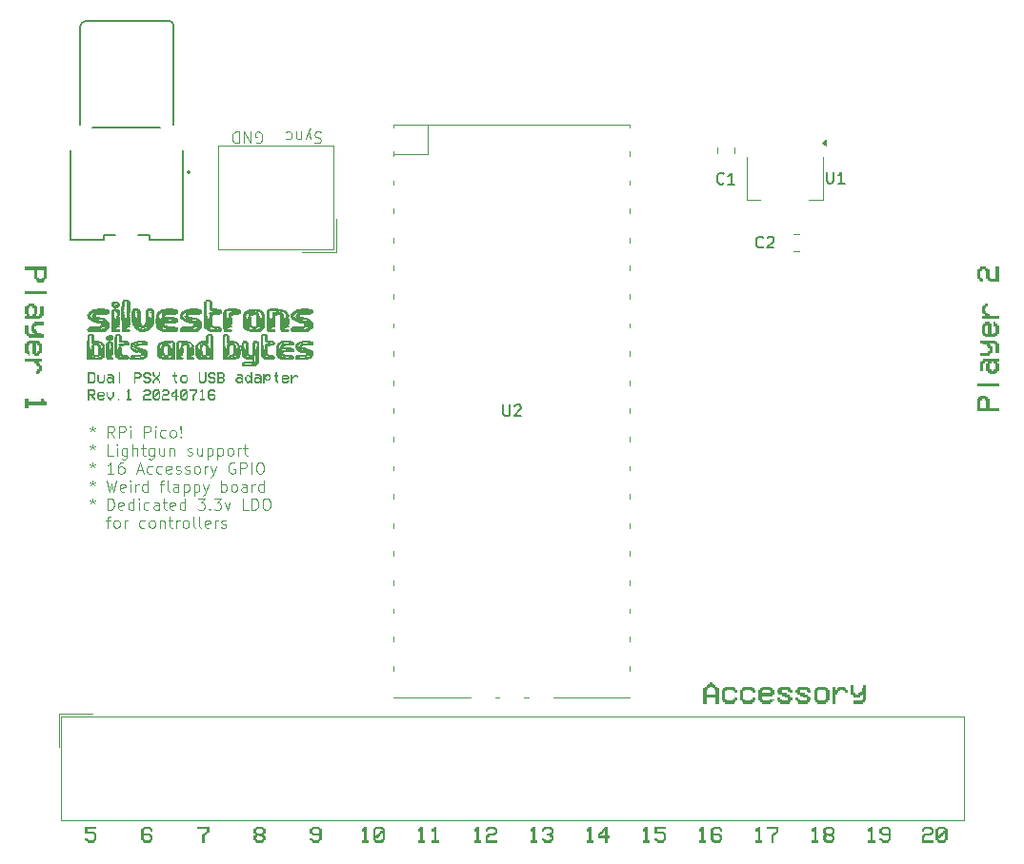
<source format=gbr>
%TF.GenerationSoftware,KiCad,Pcbnew,8.0.1*%
%TF.CreationDate,2024-07-17T22:43:04+10:00*%
%TF.ProjectId,psx,7073782e-6b69-4636-9164-5f7063625858,rev?*%
%TF.SameCoordinates,Original*%
%TF.FileFunction,Legend,Top*%
%TF.FilePolarity,Positive*%
%FSLAX46Y46*%
G04 Gerber Fmt 4.6, Leading zero omitted, Abs format (unit mm)*
G04 Created by KiCad (PCBNEW 8.0.1) date 2024-07-17 22:43:04*
%MOMM*%
%LPD*%
G01*
G04 APERTURE LIST*
%ADD10C,0.100000*%
%ADD11C,0.150000*%
%ADD12C,0.120000*%
%ADD13C,0.010000*%
%ADD14C,0.127000*%
%ADD15C,0.200000*%
G04 APERTURE END LIST*
D10*
G36*
X158059353Y-122190184D02*
G01*
X158265249Y-122190184D01*
X158265249Y-122401210D01*
X157647193Y-122401210D01*
X157647193Y-122190184D01*
X157853090Y-122190184D01*
X157853090Y-121364766D01*
X157647193Y-121364766D01*
X157647193Y-121158503D01*
X157750141Y-121158503D01*
X157750141Y-121052990D01*
X157853090Y-121052990D01*
X157853090Y-120947477D01*
X158059353Y-120947477D01*
X158059353Y-122190184D01*
G37*
G36*
X158773763Y-122190184D02*
G01*
X158670448Y-122190184D01*
X158670448Y-121979159D01*
X158876711Y-121979159D01*
X158876711Y-122096395D01*
X158979660Y-122096395D01*
X158979660Y-122190184D01*
X159391820Y-122190184D01*
X159391820Y-122096395D01*
X159494768Y-122096395D01*
X159494768Y-121877676D01*
X159391820Y-121877676D01*
X159391820Y-121768133D01*
X159082608Y-121768133D01*
X159082608Y-121557107D01*
X159391820Y-121557107D01*
X159391820Y-121455624D01*
X159494768Y-121455624D01*
X159494768Y-121252292D01*
X159391820Y-121252292D01*
X159391820Y-121158503D01*
X158979660Y-121158503D01*
X158979660Y-121252292D01*
X158876711Y-121252292D01*
X158876711Y-121369528D01*
X158670448Y-121369528D01*
X158670448Y-121158503D01*
X158773763Y-121158503D01*
X158773763Y-121064713D01*
X158876711Y-121064713D01*
X158876711Y-120947477D01*
X159494768Y-120947477D01*
X159494768Y-121064713D01*
X159598083Y-121064713D01*
X159598083Y-121158503D01*
X159701031Y-121158503D01*
X159701031Y-121557107D01*
X159598083Y-121557107D01*
X159598083Y-121768133D01*
X159701031Y-121768133D01*
X159701031Y-122190184D01*
X159598083Y-122190184D01*
X159598083Y-122283974D01*
X159494768Y-122283974D01*
X159494768Y-122401210D01*
X158876711Y-122401210D01*
X158876711Y-122283974D01*
X158773763Y-122283974D01*
X158773763Y-122190184D01*
G37*
G36*
X128880008Y-121158503D02*
G01*
X128055689Y-121158503D01*
X128055689Y-120947477D01*
X129086272Y-120947477D01*
X129086272Y-121466615D01*
X128983323Y-121466615D01*
X128983323Y-121570662D01*
X128880008Y-121570662D01*
X128880008Y-121674344D01*
X128777060Y-121674344D01*
X128777060Y-121778025D01*
X128674112Y-121778025D01*
X128674112Y-122401210D01*
X128467849Y-122401210D01*
X128467849Y-121676175D01*
X128571163Y-121676175D01*
X128571163Y-121572861D01*
X128674112Y-121572861D01*
X128674112Y-121469180D01*
X128777060Y-121469180D01*
X128777060Y-121365498D01*
X128880008Y-121365498D01*
X128880008Y-121158503D01*
G37*
G36*
X173834718Y-108252951D02*
G01*
X173971982Y-108252951D01*
X173971982Y-108378004D01*
X174109247Y-108378004D01*
X174109247Y-108503056D01*
X174247000Y-108503056D01*
X174247000Y-108659371D01*
X174384264Y-108659371D01*
X174384264Y-110034947D01*
X174109247Y-110034947D01*
X174109247Y-109472212D01*
X173285171Y-109472212D01*
X173285171Y-110034947D01*
X173010154Y-110034947D01*
X173010154Y-109190844D01*
X173285171Y-109190844D01*
X174109247Y-109190844D01*
X174109247Y-108784424D01*
X173971982Y-108784424D01*
X173971982Y-108659371D01*
X173834718Y-108659371D01*
X173834718Y-108503056D01*
X173559700Y-108503056D01*
X173559700Y-108659371D01*
X173422436Y-108659371D01*
X173422436Y-108784424D01*
X173285171Y-108784424D01*
X173285171Y-109190844D01*
X173010154Y-109190844D01*
X173010154Y-108659371D01*
X173147907Y-108659371D01*
X173147907Y-108503056D01*
X173285171Y-108503056D01*
X173285171Y-108378004D01*
X173422436Y-108378004D01*
X173422436Y-108252951D01*
X173559700Y-108252951D01*
X173559700Y-108096636D01*
X173834718Y-108096636D01*
X173834718Y-108252951D01*
G37*
G36*
X175748605Y-109628527D02*
G01*
X175748605Y-109472212D01*
X176023622Y-109472212D01*
X176023622Y-109753579D01*
X175886358Y-109753579D01*
X175886358Y-109878632D01*
X175748605Y-109878632D01*
X175748605Y-110034947D01*
X174924529Y-110034947D01*
X174924529Y-109878632D01*
X174787265Y-109878632D01*
X174787265Y-109753579D01*
X174649512Y-109753579D01*
X174649512Y-108784424D01*
X174787265Y-108784424D01*
X174787265Y-108659371D01*
X174924529Y-108659371D01*
X174924529Y-108503056D01*
X175748605Y-108503056D01*
X175748605Y-108659371D01*
X175886358Y-108659371D01*
X175886358Y-108784424D01*
X176023622Y-108784424D01*
X176023622Y-109065792D01*
X175748605Y-109065792D01*
X175748605Y-108909476D01*
X175611340Y-108909476D01*
X175611340Y-108784424D01*
X175061794Y-108784424D01*
X175061794Y-108909476D01*
X174924529Y-108909476D01*
X174924529Y-109628527D01*
X175061794Y-109628527D01*
X175061794Y-109753579D01*
X175611340Y-109753579D01*
X175611340Y-109628527D01*
X175748605Y-109628527D01*
G37*
G36*
X177387963Y-109628527D02*
G01*
X177387963Y-109472212D01*
X177662980Y-109472212D01*
X177662980Y-109753579D01*
X177525716Y-109753579D01*
X177525716Y-109878632D01*
X177387963Y-109878632D01*
X177387963Y-110034947D01*
X176563887Y-110034947D01*
X176563887Y-109878632D01*
X176426623Y-109878632D01*
X176426623Y-109753579D01*
X176288870Y-109753579D01*
X176288870Y-108784424D01*
X176426623Y-108784424D01*
X176426623Y-108659371D01*
X176563887Y-108659371D01*
X176563887Y-108503056D01*
X177387963Y-108503056D01*
X177387963Y-108659371D01*
X177525716Y-108659371D01*
X177525716Y-108784424D01*
X177662980Y-108784424D01*
X177662980Y-109065792D01*
X177387963Y-109065792D01*
X177387963Y-108909476D01*
X177250698Y-108909476D01*
X177250698Y-108784424D01*
X176701152Y-108784424D01*
X176701152Y-108909476D01*
X176563887Y-108909476D01*
X176563887Y-109628527D01*
X176701152Y-109628527D01*
X176701152Y-109753579D01*
X177250698Y-109753579D01*
X177250698Y-109628527D01*
X177387963Y-109628527D01*
G37*
G36*
X179027809Y-108659371D02*
G01*
X179165074Y-108659371D01*
X179165074Y-108784424D01*
X179302338Y-108784424D01*
X179302338Y-109206475D01*
X179165074Y-109206475D01*
X179165074Y-109347159D01*
X178203245Y-109347159D01*
X178203245Y-109597264D01*
X178340510Y-109597264D01*
X178340510Y-109753579D01*
X178890056Y-109747718D01*
X178890056Y-109597264D01*
X179302338Y-109597264D01*
X179302338Y-109753579D01*
X179165074Y-109753579D01*
X179165074Y-109878632D01*
X179027809Y-109878632D01*
X179027809Y-110034947D01*
X178203245Y-110034947D01*
X178203245Y-109878632D01*
X178065981Y-109878632D01*
X178065981Y-109753579D01*
X177928228Y-109747718D01*
X177928228Y-109065792D01*
X178203245Y-109065792D01*
X179027321Y-109065792D01*
X179027321Y-108909476D01*
X178890056Y-108909476D01*
X178890056Y-108784424D01*
X178340510Y-108784424D01*
X178340510Y-108909476D01*
X178203245Y-108909476D01*
X178203245Y-109065792D01*
X177928228Y-109065792D01*
X177928228Y-108784424D01*
X178065981Y-108784424D01*
X178065981Y-108659371D01*
X178203245Y-108659371D01*
X178203245Y-108503056D01*
X179027809Y-108503056D01*
X179027809Y-108659371D01*
G37*
G36*
X179704850Y-109753579D02*
G01*
X179567586Y-109753579D01*
X179567586Y-109472212D01*
X179842603Y-109472212D01*
X179842603Y-109612896D01*
X179979868Y-109612896D01*
X179979868Y-109753579D01*
X180529414Y-109753579D01*
X180529414Y-109472212D01*
X180254885Y-109472212D01*
X180254885Y-109347159D01*
X179979868Y-109347159D01*
X179979868Y-109222107D01*
X179704850Y-109190844D01*
X179704850Y-109065792D01*
X179567586Y-109065792D01*
X179567586Y-108784424D01*
X179704850Y-108784424D01*
X179704850Y-108659371D01*
X179842603Y-108659371D01*
X179842603Y-108503056D01*
X180666679Y-108503056D01*
X180666679Y-108659371D01*
X180804432Y-108648625D01*
X180804432Y-108784424D01*
X180941696Y-108784424D01*
X180941696Y-109065792D01*
X180666679Y-109065792D01*
X180666679Y-108925108D01*
X180529414Y-108925108D01*
X180529414Y-108784424D01*
X179979868Y-108784424D01*
X179979868Y-109065792D01*
X180392150Y-109065792D01*
X180392150Y-109190844D01*
X180666679Y-109222107D01*
X180666679Y-109347159D01*
X180804432Y-109347159D01*
X180804432Y-109472212D01*
X180941696Y-109472212D01*
X180941696Y-109753579D01*
X180804432Y-109753579D01*
X180804432Y-109878632D01*
X180666679Y-109878632D01*
X180666679Y-110034947D01*
X179842603Y-110034947D01*
X179842603Y-109878632D01*
X179704850Y-109878632D01*
X179704850Y-109753579D01*
G37*
G36*
X181344208Y-109753579D02*
G01*
X181206944Y-109753579D01*
X181206944Y-109472212D01*
X181481961Y-109472212D01*
X181481961Y-109612896D01*
X181619226Y-109612896D01*
X181619226Y-109753579D01*
X182168772Y-109753579D01*
X182168772Y-109472212D01*
X181894243Y-109472212D01*
X181894243Y-109347159D01*
X181619226Y-109347159D01*
X181619226Y-109222107D01*
X181344208Y-109190844D01*
X181344208Y-109065792D01*
X181206944Y-109065792D01*
X181206944Y-108784424D01*
X181344208Y-108784424D01*
X181344208Y-108659371D01*
X181481961Y-108659371D01*
X181481961Y-108503056D01*
X182306037Y-108503056D01*
X182306037Y-108659371D01*
X182443790Y-108648625D01*
X182443790Y-108784424D01*
X182581054Y-108784424D01*
X182581054Y-109065792D01*
X182306037Y-109065792D01*
X182306037Y-108925108D01*
X182168772Y-108925108D01*
X182168772Y-108784424D01*
X181619226Y-108784424D01*
X181619226Y-109065792D01*
X182031508Y-109065792D01*
X182031508Y-109190844D01*
X182306037Y-109222107D01*
X182306037Y-109347159D01*
X182443790Y-109347159D01*
X182443790Y-109472212D01*
X182581054Y-109472212D01*
X182581054Y-109753579D01*
X182443790Y-109753579D01*
X182443790Y-109878632D01*
X182306037Y-109878632D01*
X182306037Y-110034947D01*
X181481961Y-110034947D01*
X181481961Y-109878632D01*
X181344208Y-109878632D01*
X181344208Y-109753579D01*
G37*
G36*
X183945395Y-108643740D02*
G01*
X184083148Y-108643740D01*
X184083148Y-108784424D01*
X184220412Y-108784424D01*
X184220412Y-109753579D01*
X184083148Y-109753579D01*
X184083148Y-109894263D01*
X183945395Y-109894263D01*
X183945395Y-110034947D01*
X183121319Y-110034947D01*
X183121319Y-109894263D01*
X182984055Y-109894263D01*
X182984055Y-109753579D01*
X182846302Y-109753579D01*
X182846302Y-109628527D01*
X183121319Y-109628527D01*
X183258584Y-109628527D01*
X183258584Y-109753579D01*
X183808130Y-109753579D01*
X183808130Y-109628527D01*
X183945395Y-109628527D01*
X183945395Y-108909476D01*
X183808130Y-108909476D01*
X183808130Y-108784424D01*
X183258584Y-108784424D01*
X183258584Y-108909476D01*
X183121319Y-108909476D01*
X183121319Y-109628527D01*
X182846302Y-109628527D01*
X182846302Y-108784424D01*
X182984055Y-108784424D01*
X182984055Y-108643740D01*
X183121319Y-108643740D01*
X183121319Y-108503056D01*
X183945395Y-108503056D01*
X183945395Y-108643740D01*
G37*
G36*
X184760677Y-109204033D02*
G01*
X184760677Y-110034947D01*
X184485660Y-110034947D01*
X184485660Y-108503056D01*
X184760677Y-108503056D01*
X184760677Y-108784424D01*
X184897942Y-108784424D01*
X184897942Y-108659371D01*
X185035206Y-108659371D01*
X185035206Y-108503056D01*
X185584753Y-108503056D01*
X185584753Y-108659371D01*
X185722506Y-108659371D01*
X185722506Y-108784424D01*
X185859770Y-108784424D01*
X185859770Y-109065792D01*
X185584753Y-109065792D01*
X185584753Y-108909476D01*
X185447488Y-108909476D01*
X185447488Y-108784424D01*
X185172959Y-108784424D01*
X185172959Y-108909476D01*
X185035206Y-108909476D01*
X185035206Y-109065792D01*
X184897942Y-109065792D01*
X184897942Y-109204033D01*
X184760677Y-109204033D01*
G37*
G36*
X186400035Y-110034947D02*
G01*
X186400035Y-109753579D01*
X187086846Y-109753579D01*
X187086846Y-109612896D01*
X187224111Y-109612896D01*
X187224111Y-109190844D01*
X187086846Y-109190844D01*
X187086846Y-109331528D01*
X186949582Y-109331528D01*
X186949582Y-109472212D01*
X186400035Y-109472212D01*
X186400035Y-109331528D01*
X186262771Y-109331528D01*
X186262771Y-109190844D01*
X186125018Y-109190844D01*
X186125018Y-108378004D01*
X186400035Y-108378004D01*
X186400035Y-109065792D01*
X186537300Y-109065792D01*
X186537300Y-109190844D01*
X186812317Y-109190844D01*
X186812317Y-109065792D01*
X186949582Y-109065792D01*
X186949582Y-108928039D01*
X187086846Y-108928039D01*
X187086846Y-108653021D01*
X187224111Y-108653021D01*
X187224111Y-108378004D01*
X187499128Y-108378004D01*
X187499128Y-109753579D01*
X187361864Y-109753579D01*
X187361864Y-109894263D01*
X187224111Y-109894263D01*
X187224111Y-110034947D01*
X186400035Y-110034947D01*
G37*
G36*
X168059353Y-122190184D02*
G01*
X168265249Y-122190184D01*
X168265249Y-122401210D01*
X167647193Y-122401210D01*
X167647193Y-122190184D01*
X167853090Y-122190184D01*
X167853090Y-121364766D01*
X167647193Y-121364766D01*
X167647193Y-121158503D01*
X167750141Y-121158503D01*
X167750141Y-121052990D01*
X167853090Y-121052990D01*
X167853090Y-120947477D01*
X168059353Y-120947477D01*
X168059353Y-122190184D01*
G37*
G36*
X168670448Y-120947477D02*
G01*
X169701031Y-120947477D01*
X169701031Y-121158503D01*
X168876711Y-121158503D01*
X168876711Y-121369528D01*
X169494768Y-121369528D01*
X169494768Y-121475041D01*
X169598083Y-121475041D01*
X169598083Y-121580554D01*
X169701031Y-121580554D01*
X169701031Y-122190184D01*
X169598083Y-122190184D01*
X169598083Y-122283974D01*
X169494768Y-122283974D01*
X169494768Y-122401210D01*
X168876711Y-122401210D01*
X168876711Y-122283974D01*
X168773763Y-122283974D01*
X168773763Y-122190184D01*
X168670448Y-122190184D01*
X168670448Y-121979159D01*
X168876711Y-121979159D01*
X168876711Y-122096395D01*
X168979660Y-122096395D01*
X168979660Y-122190184D01*
X169391820Y-122190184D01*
X169391820Y-122096395D01*
X169494768Y-122096395D01*
X169494768Y-121683869D01*
X169391820Y-121683869D01*
X169391820Y-121580554D01*
X168670448Y-121580554D01*
X168670448Y-120947477D01*
G37*
G36*
X148059353Y-122190184D02*
G01*
X148265249Y-122190184D01*
X148265249Y-122401210D01*
X147647193Y-122401210D01*
X147647193Y-122190184D01*
X147853090Y-122190184D01*
X147853090Y-121364766D01*
X147647193Y-121364766D01*
X147647193Y-121158503D01*
X147750141Y-121158503D01*
X147750141Y-121052990D01*
X147853090Y-121052990D01*
X147853090Y-120947477D01*
X148059353Y-120947477D01*
X148059353Y-122190184D01*
G37*
G36*
X149288871Y-122190184D02*
G01*
X149494768Y-122190184D01*
X149494768Y-122401210D01*
X148876711Y-122401210D01*
X148876711Y-122190184D01*
X149082608Y-122190184D01*
X149082608Y-121364766D01*
X148876711Y-121364766D01*
X148876711Y-121158503D01*
X148979660Y-121158503D01*
X148979660Y-121052990D01*
X149082608Y-121052990D01*
X149082608Y-120947477D01*
X149288871Y-120947477D01*
X149288871Y-122190184D01*
G37*
G36*
X153059353Y-122190184D02*
G01*
X153265249Y-122190184D01*
X153265249Y-122401210D01*
X152647193Y-122401210D01*
X152647193Y-122190184D01*
X152853090Y-122190184D01*
X152853090Y-121364766D01*
X152647193Y-121364766D01*
X152647193Y-121158503D01*
X152750141Y-121158503D01*
X152750141Y-121052990D01*
X152853090Y-121052990D01*
X152853090Y-120947477D01*
X153059353Y-120947477D01*
X153059353Y-122190184D01*
G37*
G36*
X153876711Y-122190184D02*
G01*
X154701031Y-122190184D01*
X154701031Y-122401210D01*
X153670448Y-122401210D01*
X153670448Y-121768133D01*
X153773763Y-121768133D01*
X153773763Y-121662620D01*
X153876711Y-121662620D01*
X153876711Y-121557107D01*
X154391820Y-121557107D01*
X154391820Y-121455624D01*
X154494768Y-121455624D01*
X154494768Y-121252292D01*
X154391820Y-121252292D01*
X154391820Y-121158503D01*
X153979660Y-121158503D01*
X153979660Y-121252292D01*
X153876711Y-121252292D01*
X153876711Y-121369528D01*
X153670448Y-121369528D01*
X153670448Y-121158503D01*
X153773763Y-121158503D01*
X153773763Y-121064713D01*
X153876711Y-121064713D01*
X153876711Y-120947477D01*
X154494768Y-120947477D01*
X154494768Y-121064713D01*
X154598083Y-121064713D01*
X154598083Y-121158503D01*
X154701031Y-121158503D01*
X154701031Y-121557107D01*
X154598083Y-121557107D01*
X154598083Y-121662620D01*
X154494768Y-121662620D01*
X154494768Y-121768133D01*
X153979660Y-121768133D01*
X153979660Y-121873646D01*
X153876711Y-121873646D01*
X153876711Y-122190184D01*
G37*
X133246116Y-60079961D02*
X133341354Y-60127580D01*
X133341354Y-60127580D02*
X133484211Y-60127580D01*
X133484211Y-60127580D02*
X133627068Y-60079961D01*
X133627068Y-60079961D02*
X133722306Y-59984723D01*
X133722306Y-59984723D02*
X133769925Y-59889485D01*
X133769925Y-59889485D02*
X133817544Y-59699009D01*
X133817544Y-59699009D02*
X133817544Y-59556152D01*
X133817544Y-59556152D02*
X133769925Y-59365676D01*
X133769925Y-59365676D02*
X133722306Y-59270438D01*
X133722306Y-59270438D02*
X133627068Y-59175200D01*
X133627068Y-59175200D02*
X133484211Y-59127580D01*
X133484211Y-59127580D02*
X133388973Y-59127580D01*
X133388973Y-59127580D02*
X133246116Y-59175200D01*
X133246116Y-59175200D02*
X133198497Y-59222819D01*
X133198497Y-59222819D02*
X133198497Y-59556152D01*
X133198497Y-59556152D02*
X133388973Y-59556152D01*
X132769925Y-59127580D02*
X132769925Y-60127580D01*
X132769925Y-60127580D02*
X132198497Y-59127580D01*
X132198497Y-59127580D02*
X132198497Y-60127580D01*
X131722306Y-59127580D02*
X131722306Y-60127580D01*
X131722306Y-60127580D02*
X131484211Y-60127580D01*
X131484211Y-60127580D02*
X131341354Y-60079961D01*
X131341354Y-60079961D02*
X131246116Y-59984723D01*
X131246116Y-59984723D02*
X131198497Y-59889485D01*
X131198497Y-59889485D02*
X131150878Y-59699009D01*
X131150878Y-59699009D02*
X131150878Y-59556152D01*
X131150878Y-59556152D02*
X131198497Y-59365676D01*
X131198497Y-59365676D02*
X131246116Y-59270438D01*
X131246116Y-59270438D02*
X131341354Y-59175200D01*
X131341354Y-59175200D02*
X131484211Y-59127580D01*
X131484211Y-59127580D02*
X131722306Y-59127580D01*
G36*
X133880008Y-121052990D02*
G01*
X133983323Y-121052990D01*
X133983323Y-121158503D01*
X134086272Y-121158503D01*
X134086272Y-121580554D01*
X133983323Y-121580554D01*
X133983323Y-121768133D01*
X134086272Y-121791580D01*
X134086272Y-122190184D01*
X133983323Y-122190184D01*
X133983323Y-122295697D01*
X133880008Y-122295697D01*
X133880008Y-122401210D01*
X133261952Y-122401210D01*
X133261952Y-122295697D01*
X133159004Y-122295697D01*
X133159004Y-122190184D01*
X133055689Y-122190184D01*
X133055689Y-122096395D01*
X133261952Y-122096395D01*
X133364900Y-122096395D01*
X133364900Y-122190184D01*
X133777060Y-122190184D01*
X133777060Y-122096395D01*
X133880008Y-122096395D01*
X133880008Y-121885369D01*
X133777060Y-121885369D01*
X133777060Y-121791580D01*
X133364900Y-121768133D01*
X133364900Y-121885369D01*
X133261952Y-121885369D01*
X133261952Y-122096395D01*
X133055689Y-122096395D01*
X133055689Y-121768133D01*
X133159004Y-121791580D01*
X133159004Y-121580554D01*
X133055689Y-121580554D01*
X133055689Y-121463318D01*
X133261952Y-121463318D01*
X133364900Y-121463318D01*
X133364900Y-121580554D01*
X133777060Y-121580554D01*
X133777060Y-121463318D01*
X133880008Y-121463318D01*
X133880008Y-121252292D01*
X133777060Y-121252292D01*
X133777060Y-121158503D01*
X133364900Y-121158503D01*
X133364900Y-121252292D01*
X133261952Y-121252292D01*
X133261952Y-121463318D01*
X133055689Y-121463318D01*
X133055689Y-121158503D01*
X133159004Y-121158503D01*
X133159004Y-121052990D01*
X133261952Y-121052990D01*
X133261952Y-120947477D01*
X133880008Y-120947477D01*
X133880008Y-121052990D01*
G37*
X139031830Y-59175200D02*
X138888973Y-59127580D01*
X138888973Y-59127580D02*
X138650878Y-59127580D01*
X138650878Y-59127580D02*
X138555640Y-59175200D01*
X138555640Y-59175200D02*
X138508021Y-59222819D01*
X138508021Y-59222819D02*
X138460402Y-59318057D01*
X138460402Y-59318057D02*
X138460402Y-59413295D01*
X138460402Y-59413295D02*
X138508021Y-59508533D01*
X138508021Y-59508533D02*
X138555640Y-59556152D01*
X138555640Y-59556152D02*
X138650878Y-59603771D01*
X138650878Y-59603771D02*
X138841354Y-59651390D01*
X138841354Y-59651390D02*
X138936592Y-59699009D01*
X138936592Y-59699009D02*
X138984211Y-59746628D01*
X138984211Y-59746628D02*
X139031830Y-59841866D01*
X139031830Y-59841866D02*
X139031830Y-59937104D01*
X139031830Y-59937104D02*
X138984211Y-60032342D01*
X138984211Y-60032342D02*
X138936592Y-60079961D01*
X138936592Y-60079961D02*
X138841354Y-60127580D01*
X138841354Y-60127580D02*
X138603259Y-60127580D01*
X138603259Y-60127580D02*
X138460402Y-60079961D01*
X138127068Y-59794247D02*
X137888973Y-59127580D01*
X137650878Y-59794247D02*
X137888973Y-59127580D01*
X137888973Y-59127580D02*
X137984211Y-58889485D01*
X137984211Y-58889485D02*
X138031830Y-58841866D01*
X138031830Y-58841866D02*
X138127068Y-58794247D01*
X137269925Y-59794247D02*
X137269925Y-59127580D01*
X137269925Y-59699009D02*
X137222306Y-59746628D01*
X137222306Y-59746628D02*
X137127068Y-59794247D01*
X137127068Y-59794247D02*
X136984211Y-59794247D01*
X136984211Y-59794247D02*
X136888973Y-59746628D01*
X136888973Y-59746628D02*
X136841354Y-59651390D01*
X136841354Y-59651390D02*
X136841354Y-59127580D01*
X135936592Y-59175200D02*
X136031830Y-59127580D01*
X136031830Y-59127580D02*
X136222306Y-59127580D01*
X136222306Y-59127580D02*
X136317544Y-59175200D01*
X136317544Y-59175200D02*
X136365163Y-59222819D01*
X136365163Y-59222819D02*
X136412782Y-59318057D01*
X136412782Y-59318057D02*
X136412782Y-59603771D01*
X136412782Y-59603771D02*
X136365163Y-59699009D01*
X136365163Y-59699009D02*
X136317544Y-59746628D01*
X136317544Y-59746628D02*
X136222306Y-59794247D01*
X136222306Y-59794247D02*
X136031830Y-59794247D01*
X136031830Y-59794247D02*
X135936592Y-59746628D01*
G36*
X138880008Y-121052990D02*
G01*
X138983323Y-121052990D01*
X138983323Y-121158503D01*
X139086272Y-121158503D01*
X139086272Y-122190184D01*
X138983323Y-122190184D01*
X138983323Y-122283974D01*
X138880008Y-122283974D01*
X138880008Y-122401210D01*
X138261952Y-122401210D01*
X138261952Y-122283974D01*
X138159004Y-122283974D01*
X138159004Y-122190184D01*
X138055689Y-122190184D01*
X138055689Y-121979159D01*
X138261952Y-121979159D01*
X138261952Y-122096395D01*
X138364900Y-122096395D01*
X138364900Y-122190184D01*
X138777060Y-122190184D01*
X138777060Y-122096395D01*
X138880008Y-122096395D01*
X138880008Y-121768133D01*
X138261952Y-121768133D01*
X138261952Y-121662620D01*
X138159004Y-121662620D01*
X138159004Y-121557107D01*
X138055689Y-121557107D01*
X138055689Y-121456357D01*
X138261952Y-121456357D01*
X138364900Y-121456357D01*
X138364900Y-121557107D01*
X138880008Y-121557107D01*
X138880008Y-121252292D01*
X138777060Y-121252292D01*
X138777060Y-121158503D01*
X138364900Y-121158503D01*
X138364900Y-121252292D01*
X138261952Y-121252292D01*
X138261952Y-121456357D01*
X138055689Y-121456357D01*
X138055689Y-121158503D01*
X138159004Y-121158503D01*
X138159004Y-121052990D01*
X138261952Y-121052990D01*
X138261952Y-120947477D01*
X138880008Y-120947477D01*
X138880008Y-121052990D01*
G37*
G36*
X118868178Y-80618660D02*
G01*
X118937055Y-80618660D01*
X118937055Y-80689002D01*
X119005687Y-80689002D01*
X119005687Y-81376789D01*
X118937055Y-81376789D01*
X118937055Y-81447131D01*
X118868178Y-81447131D01*
X118868178Y-81517473D01*
X118318632Y-81517473D01*
X118318632Y-80689002D01*
X118456140Y-80689002D01*
X118456140Y-81376789D01*
X118799546Y-81376789D01*
X118799546Y-81307913D01*
X118868178Y-81307913D01*
X118868178Y-80757878D01*
X118799546Y-80757878D01*
X118799546Y-80689002D01*
X118456140Y-80689002D01*
X118318632Y-80689002D01*
X118318632Y-80548318D01*
X118868178Y-80548318D01*
X118868178Y-80618660D01*
G37*
G36*
X119138311Y-80751528D02*
G01*
X119275819Y-80751528D01*
X119275819Y-81314263D01*
X119344452Y-81314263D01*
X119344452Y-81376789D01*
X119619225Y-81376789D01*
X119619225Y-81314263D01*
X119687857Y-81314263D01*
X119687857Y-80751528D01*
X119825366Y-80751528D01*
X119825366Y-81376789D01*
X119756734Y-81376789D01*
X119756734Y-81447131D01*
X119687857Y-81447131D01*
X119687857Y-81517473D01*
X119275819Y-81517473D01*
X119275819Y-81447131D01*
X119207187Y-81447131D01*
X119207187Y-81376789D01*
X119138311Y-81376789D01*
X119138311Y-80751528D01*
G37*
G36*
X120507536Y-80759344D02*
G01*
X120576413Y-80759344D01*
X120576413Y-80829685D01*
X120645045Y-80829685D01*
X120645045Y-81517473D01*
X120507536Y-81517473D01*
X120507536Y-81439316D01*
X120438904Y-81439316D01*
X120438904Y-81517473D01*
X120095498Y-81517473D01*
X120095498Y-81439316D01*
X120026866Y-81439316D01*
X120026866Y-81376789D01*
X119957990Y-81376789D01*
X119957990Y-81298632D01*
X120095498Y-81298632D01*
X120164131Y-81298632D01*
X120164131Y-81376789D01*
X120438904Y-81376789D01*
X120438904Y-81298632D01*
X120507536Y-81298632D01*
X120507536Y-81173579D01*
X120438904Y-81173579D01*
X120438904Y-81095422D01*
X120164131Y-81095422D01*
X120164131Y-81173579D01*
X120095498Y-81173579D01*
X120095498Y-81298632D01*
X119957990Y-81298632D01*
X119957990Y-81095422D01*
X120026866Y-81095422D01*
X120026866Y-81032896D01*
X120095498Y-81032896D01*
X120095498Y-80954738D01*
X120438904Y-80954738D01*
X120438904Y-81032896D01*
X120507536Y-81032896D01*
X120507536Y-80897341D01*
X120438904Y-80897341D01*
X120438904Y-80829685D01*
X120095498Y-80829685D01*
X120095498Y-80689002D01*
X120507536Y-80689002D01*
X120507536Y-80759344D01*
G37*
G36*
X121189951Y-80548318D02*
G01*
X121189951Y-81517473D01*
X121052442Y-81517473D01*
X121052442Y-80548318D01*
X121189951Y-80548318D01*
G37*
G36*
X122966573Y-80618660D02*
G01*
X123035450Y-80618660D01*
X123035450Y-80689002D01*
X123104082Y-80689002D01*
X123104082Y-80954738D01*
X123035450Y-80954738D01*
X123035450Y-81025080D01*
X122966573Y-81025080D01*
X122966573Y-81095422D01*
X122554535Y-81095422D01*
X122554535Y-81517473D01*
X122417027Y-81517473D01*
X122417027Y-80689002D01*
X122554535Y-80689002D01*
X122554535Y-80954738D01*
X122897941Y-80954738D01*
X122897941Y-80888304D01*
X122966573Y-80888304D01*
X122966573Y-80755436D01*
X122897941Y-80755436D01*
X122897941Y-80689002D01*
X122554535Y-80689002D01*
X122417027Y-80689002D01*
X122417027Y-80548318D01*
X122966573Y-80548318D01*
X122966573Y-80618660D01*
G37*
G36*
X123855129Y-80689002D02*
G01*
X123923761Y-80689002D01*
X123923761Y-80829685D01*
X123786252Y-80829685D01*
X123786252Y-80751528D01*
X123717620Y-80751528D01*
X123717620Y-80689002D01*
X123442847Y-80689002D01*
X123442847Y-80751528D01*
X123374214Y-80751528D01*
X123374214Y-80887083D01*
X123442847Y-80887083D01*
X123442847Y-80954738D01*
X123786252Y-80954738D01*
X123786252Y-81025080D01*
X123855129Y-81025080D01*
X123855129Y-81095422D01*
X123923761Y-81095422D01*
X123923761Y-81376789D01*
X123855129Y-81376789D01*
X123855129Y-81439316D01*
X123786252Y-81439316D01*
X123786252Y-81517473D01*
X123374214Y-81517473D01*
X123374214Y-81439316D01*
X123305582Y-81439316D01*
X123305582Y-81376789D01*
X123236706Y-81376789D01*
X123236706Y-81236106D01*
X123374214Y-81236106D01*
X123374214Y-81314263D01*
X123442847Y-81314263D01*
X123442847Y-81376789D01*
X123717620Y-81376789D01*
X123717620Y-81314263D01*
X123786252Y-81314263D01*
X123786252Y-81168450D01*
X123717620Y-81168450D01*
X123717620Y-81095422D01*
X123374214Y-81095422D01*
X123374214Y-81025080D01*
X123305582Y-81025080D01*
X123305582Y-80954738D01*
X123236706Y-80954738D01*
X123236706Y-80689002D01*
X123305582Y-80689002D01*
X123305582Y-80626475D01*
X123374214Y-80626475D01*
X123374214Y-80548318D01*
X123786252Y-80548318D01*
X123786252Y-80626475D01*
X123855129Y-80626475D01*
X123855129Y-80689002D01*
G37*
G36*
X124193893Y-81298632D02*
G01*
X124193893Y-81517473D01*
X124056385Y-81517473D01*
X124056385Y-81236106D01*
X124125261Y-81236106D01*
X124125261Y-81173579D01*
X124193893Y-81173579D01*
X124193893Y-81095422D01*
X124262526Y-81095422D01*
X124262526Y-80954738D01*
X124193893Y-80954738D01*
X124193893Y-80892212D01*
X124125261Y-80892212D01*
X124125261Y-80829685D01*
X124056385Y-80829685D01*
X124056385Y-80548318D01*
X124193893Y-80548318D01*
X124193893Y-80751528D01*
X124262526Y-80751528D01*
X124262526Y-80829685D01*
X124331158Y-80829685D01*
X124331158Y-80892212D01*
X124468667Y-80892212D01*
X124468667Y-80829685D01*
X124537299Y-80829685D01*
X124537299Y-80751528D01*
X124605931Y-80751528D01*
X124605931Y-80548318D01*
X124743440Y-80548318D01*
X124743440Y-80829685D01*
X124674808Y-80829685D01*
X124674808Y-80892212D01*
X124605931Y-80892212D01*
X124605931Y-80954738D01*
X124537299Y-80954738D01*
X124537299Y-81095422D01*
X124605931Y-81095422D01*
X124605931Y-81173579D01*
X124674808Y-81167718D01*
X124674808Y-81236106D01*
X124743440Y-81236106D01*
X124743440Y-81517473D01*
X124605931Y-81517473D01*
X124605931Y-81298632D01*
X124537299Y-81298632D01*
X124537299Y-81236106D01*
X124468667Y-81236106D01*
X124468667Y-81173579D01*
X124331158Y-81167718D01*
X124331158Y-81236106D01*
X124262526Y-81236106D01*
X124262526Y-81298632D01*
X124193893Y-81298632D01*
G37*
G36*
X126176657Y-81378499D02*
G01*
X126245289Y-81378499D01*
X126245289Y-81517473D01*
X126108025Y-81517473D01*
X126108025Y-81448108D01*
X126039392Y-81448108D01*
X126039392Y-81378499D01*
X125970516Y-81378499D01*
X125970516Y-80892212D01*
X125833251Y-80892212D01*
X125833251Y-80751528D01*
X125970516Y-80751528D01*
X125970516Y-80548318D01*
X126108025Y-80548318D01*
X126108025Y-80751528D01*
X126245289Y-80751528D01*
X126245289Y-80892212D01*
X126108025Y-80892212D01*
X126108025Y-81309134D01*
X126176657Y-81309134D01*
X126176657Y-81378499D01*
G37*
G36*
X127064968Y-80821870D02*
G01*
X127133845Y-80821870D01*
X127133845Y-80892212D01*
X127202477Y-80892212D01*
X127202477Y-81376789D01*
X127133845Y-81376789D01*
X127133845Y-81447131D01*
X127064968Y-81447131D01*
X127064968Y-81517473D01*
X126652930Y-81517473D01*
X126652930Y-81447131D01*
X126584298Y-81447131D01*
X126584298Y-81376789D01*
X126515422Y-81376789D01*
X126515422Y-81314263D01*
X126652930Y-81314263D01*
X126721563Y-81314263D01*
X126721563Y-81376789D01*
X126996336Y-81376789D01*
X126996336Y-81314263D01*
X127064968Y-81314263D01*
X127064968Y-80954738D01*
X126996336Y-80954738D01*
X126996336Y-80892212D01*
X126721563Y-80892212D01*
X126721563Y-80954738D01*
X126652930Y-80954738D01*
X126652930Y-81314263D01*
X126515422Y-81314263D01*
X126515422Y-80892212D01*
X126584298Y-80892212D01*
X126584298Y-80821870D01*
X126652930Y-80821870D01*
X126652930Y-80751528D01*
X127064968Y-80751528D01*
X127064968Y-80821870D01*
G37*
G36*
X128223656Y-81376789D02*
G01*
X128154780Y-81376789D01*
X128154780Y-80548318D01*
X128292288Y-80548318D01*
X128292288Y-81314263D01*
X128360921Y-81314263D01*
X128360921Y-81376789D01*
X128635694Y-81376789D01*
X128635694Y-81314263D01*
X128704326Y-81314263D01*
X128704326Y-80548318D01*
X128841835Y-80548318D01*
X128841835Y-81376789D01*
X128773203Y-81376789D01*
X128773203Y-81447131D01*
X128704326Y-81447131D01*
X128704326Y-81517473D01*
X128292288Y-81517473D01*
X128292288Y-81447131D01*
X128223656Y-81447131D01*
X128223656Y-81376789D01*
G37*
G36*
X129592882Y-80689002D02*
G01*
X129661514Y-80689002D01*
X129661514Y-80829685D01*
X129524005Y-80829685D01*
X129524005Y-80751528D01*
X129455373Y-80751528D01*
X129455373Y-80689002D01*
X129180600Y-80689002D01*
X129180600Y-80751528D01*
X129111967Y-80751528D01*
X129111967Y-80887083D01*
X129180600Y-80887083D01*
X129180600Y-80954738D01*
X129524005Y-80954738D01*
X129524005Y-81025080D01*
X129592882Y-81025080D01*
X129592882Y-81095422D01*
X129661514Y-81095422D01*
X129661514Y-81376789D01*
X129592882Y-81376789D01*
X129592882Y-81439316D01*
X129524005Y-81439316D01*
X129524005Y-81517473D01*
X129111967Y-81517473D01*
X129111967Y-81439316D01*
X129043335Y-81439316D01*
X129043335Y-81376789D01*
X128974459Y-81376789D01*
X128974459Y-81236106D01*
X129111967Y-81236106D01*
X129111967Y-81314263D01*
X129180600Y-81314263D01*
X129180600Y-81376789D01*
X129455373Y-81376789D01*
X129455373Y-81314263D01*
X129524005Y-81314263D01*
X129524005Y-81168450D01*
X129455373Y-81168450D01*
X129455373Y-81095422D01*
X129111967Y-81095422D01*
X129111967Y-81025080D01*
X129043335Y-81025080D01*
X129043335Y-80954738D01*
X128974459Y-80954738D01*
X128974459Y-80689002D01*
X129043335Y-80689002D01*
X129043335Y-80626475D01*
X129111967Y-80626475D01*
X129111967Y-80548318D01*
X129524005Y-80548318D01*
X129524005Y-80626475D01*
X129592882Y-80626475D01*
X129592882Y-80689002D01*
G37*
G36*
X130343684Y-80618660D02*
G01*
X130412561Y-80618660D01*
X130412561Y-80689002D01*
X130481193Y-80689002D01*
X130481193Y-80954738D01*
X130412561Y-80954738D01*
X130412561Y-81095422D01*
X130481193Y-81095422D01*
X130481193Y-81376789D01*
X130412561Y-81376789D01*
X130412561Y-81447131D01*
X130343684Y-81447131D01*
X130343684Y-81517473D01*
X129794138Y-81517473D01*
X129794138Y-81095422D01*
X129931646Y-81095422D01*
X129931646Y-81376789D01*
X130275052Y-81376789D01*
X130275052Y-81306448D01*
X130343684Y-81306448D01*
X130343684Y-81165764D01*
X130275052Y-81165764D01*
X130275052Y-81095422D01*
X129931646Y-81095422D01*
X129794138Y-81095422D01*
X129794138Y-80689002D01*
X129931646Y-80689002D01*
X129931646Y-80954738D01*
X130275052Y-80954738D01*
X130275052Y-80888304D01*
X130343684Y-80888304D01*
X130343684Y-80755436D01*
X130275052Y-80755436D01*
X130275052Y-80689002D01*
X129931646Y-80689002D01*
X129794138Y-80689002D01*
X129794138Y-80548318D01*
X130343684Y-80548318D01*
X130343684Y-80618660D01*
G37*
G36*
X131983042Y-80759344D02*
G01*
X132051919Y-80759344D01*
X132051919Y-80829685D01*
X132120551Y-80829685D01*
X132120551Y-81517473D01*
X131983042Y-81517473D01*
X131983042Y-81439316D01*
X131914410Y-81439316D01*
X131914410Y-81517473D01*
X131571004Y-81517473D01*
X131571004Y-81439316D01*
X131502372Y-81439316D01*
X131502372Y-81376789D01*
X131433496Y-81376789D01*
X131433496Y-81298632D01*
X131571004Y-81298632D01*
X131639637Y-81298632D01*
X131639637Y-81376789D01*
X131914410Y-81376789D01*
X131914410Y-81298632D01*
X131983042Y-81298632D01*
X131983042Y-81173579D01*
X131914410Y-81173579D01*
X131914410Y-81095422D01*
X131639637Y-81095422D01*
X131639637Y-81173579D01*
X131571004Y-81173579D01*
X131571004Y-81298632D01*
X131433496Y-81298632D01*
X131433496Y-81095422D01*
X131502372Y-81095422D01*
X131502372Y-81032896D01*
X131571004Y-81032896D01*
X131571004Y-80954738D01*
X131914410Y-80954738D01*
X131914410Y-81032896D01*
X131983042Y-81032896D01*
X131983042Y-80897341D01*
X131914410Y-80897341D01*
X131914410Y-80829685D01*
X131571004Y-80829685D01*
X131571004Y-80689002D01*
X131983042Y-80689002D01*
X131983042Y-80759344D01*
G37*
G36*
X132940230Y-81517473D02*
G01*
X132802721Y-81517473D01*
X132802721Y-81370683D01*
X132734089Y-81370683D01*
X132734089Y-81439316D01*
X132665457Y-81439316D01*
X132665457Y-81517473D01*
X132459316Y-81517473D01*
X132459316Y-81439316D01*
X132390683Y-81439316D01*
X132390683Y-81376789D01*
X132322051Y-81376789D01*
X132322051Y-81314263D01*
X132253175Y-81314263D01*
X132253175Y-81236106D01*
X132390683Y-81236106D01*
X132459316Y-81236106D01*
X132459316Y-81314263D01*
X132527948Y-81314263D01*
X132527948Y-81382896D01*
X132596824Y-81382896D01*
X132596824Y-81314263D01*
X132665457Y-81314263D01*
X132665457Y-81236106D01*
X132734089Y-81236106D01*
X132734089Y-81032896D01*
X132665457Y-81032896D01*
X132665457Y-80954738D01*
X132596824Y-80954738D01*
X132596824Y-80885861D01*
X132527948Y-80885861D01*
X132527948Y-80954738D01*
X132459316Y-80954738D01*
X132459316Y-81032896D01*
X132390683Y-81032896D01*
X132390683Y-81236106D01*
X132253175Y-81236106D01*
X132253175Y-80954738D01*
X132322051Y-80954738D01*
X132322051Y-80892212D01*
X132390683Y-80892212D01*
X132390683Y-80829685D01*
X132459316Y-80829685D01*
X132459316Y-80751528D01*
X132665457Y-80751528D01*
X132665457Y-80829685D01*
X132734089Y-80829685D01*
X132734089Y-80898318D01*
X132802721Y-80898318D01*
X132802721Y-80548318D01*
X132940230Y-80548318D01*
X132940230Y-81517473D01*
G37*
G36*
X133622400Y-80759344D02*
G01*
X133691277Y-80759344D01*
X133691277Y-80829685D01*
X133759909Y-80829685D01*
X133759909Y-81517473D01*
X133622400Y-81517473D01*
X133622400Y-81439316D01*
X133553768Y-81439316D01*
X133553768Y-81517473D01*
X133210362Y-81517473D01*
X133210362Y-81439316D01*
X133141730Y-81439316D01*
X133141730Y-81376789D01*
X133072854Y-81376789D01*
X133072854Y-81298632D01*
X133210362Y-81298632D01*
X133278995Y-81298632D01*
X133278995Y-81376789D01*
X133553768Y-81376789D01*
X133553768Y-81298632D01*
X133622400Y-81298632D01*
X133622400Y-81173579D01*
X133553768Y-81173579D01*
X133553768Y-81095422D01*
X133278995Y-81095422D01*
X133278995Y-81173579D01*
X133210362Y-81173579D01*
X133210362Y-81298632D01*
X133072854Y-81298632D01*
X133072854Y-81095422D01*
X133141730Y-81095422D01*
X133141730Y-81032896D01*
X133210362Y-81032896D01*
X133210362Y-80954738D01*
X133553768Y-80954738D01*
X133553768Y-81032896D01*
X133622400Y-81032896D01*
X133622400Y-80897341D01*
X133553768Y-80897341D01*
X133553768Y-80829685D01*
X133210362Y-80829685D01*
X133210362Y-80689002D01*
X133622400Y-80689002D01*
X133622400Y-80759344D01*
G37*
G36*
X134030041Y-80757634D02*
G01*
X134098674Y-80757634D01*
X134098674Y-80689002D01*
X134442079Y-80689002D01*
X134442079Y-80759344D01*
X134510956Y-80759344D01*
X134510956Y-80829685D01*
X134579588Y-80829685D01*
X134579588Y-81157948D01*
X134510956Y-81157948D01*
X134510956Y-81228290D01*
X134442079Y-81228290D01*
X134442079Y-81298632D01*
X134098674Y-81298632D01*
X134098674Y-81230000D01*
X134030041Y-81230000D01*
X134030041Y-81517473D01*
X133892533Y-81517473D01*
X133892533Y-81095422D01*
X134098674Y-81095422D01*
X134167306Y-81095422D01*
X134167306Y-81157948D01*
X134373447Y-81157948D01*
X134373447Y-81095422D01*
X134442079Y-81095422D01*
X134442079Y-80892212D01*
X134373447Y-80892212D01*
X134373447Y-80829685D01*
X134167306Y-80829685D01*
X134167306Y-80892212D01*
X134098674Y-80892212D01*
X134098674Y-81095422D01*
X133892533Y-81095422D01*
X133892533Y-80689002D01*
X134030041Y-80689002D01*
X134030041Y-80757634D01*
G37*
G36*
X135193126Y-81378499D02*
G01*
X135261758Y-81378499D01*
X135261758Y-81517473D01*
X135124494Y-81517473D01*
X135124494Y-81448108D01*
X135055861Y-81448108D01*
X135055861Y-81378499D01*
X134986985Y-81378499D01*
X134986985Y-80892212D01*
X134849720Y-80892212D01*
X134849720Y-80751528D01*
X134986985Y-80751528D01*
X134986985Y-80548318D01*
X135124494Y-80548318D01*
X135124494Y-80751528D01*
X135261758Y-80751528D01*
X135261758Y-80892212D01*
X135124494Y-80892212D01*
X135124494Y-81309134D01*
X135193126Y-81309134D01*
X135193126Y-81378499D01*
G37*
G36*
X136081681Y-80829685D02*
G01*
X136150314Y-80829685D01*
X136150314Y-80892212D01*
X136218946Y-80892212D01*
X136218946Y-81103237D01*
X136150314Y-81103237D01*
X136150314Y-81173579D01*
X135669399Y-81173579D01*
X135669399Y-81298632D01*
X135738032Y-81298632D01*
X135738032Y-81376789D01*
X136012805Y-81373859D01*
X136012805Y-81298632D01*
X136218946Y-81298632D01*
X136218946Y-81376789D01*
X136150314Y-81376789D01*
X136150314Y-81439316D01*
X136081681Y-81439316D01*
X136081681Y-81517473D01*
X135669399Y-81517473D01*
X135669399Y-81439316D01*
X135600767Y-81439316D01*
X135600767Y-81376789D01*
X135531891Y-81373859D01*
X135531891Y-81032896D01*
X135669399Y-81032896D01*
X136081437Y-81032896D01*
X136081437Y-80954738D01*
X136012805Y-80954738D01*
X136012805Y-80892212D01*
X135738032Y-80892212D01*
X135738032Y-80954738D01*
X135669399Y-80954738D01*
X135669399Y-81032896D01*
X135531891Y-81032896D01*
X135531891Y-80892212D01*
X135600767Y-80892212D01*
X135600767Y-80829685D01*
X135669399Y-80829685D01*
X135669399Y-80751528D01*
X136081681Y-80751528D01*
X136081681Y-80829685D01*
G37*
G36*
X136489078Y-81102016D02*
G01*
X136489078Y-81517473D01*
X136351570Y-81517473D01*
X136351570Y-80751528D01*
X136489078Y-80751528D01*
X136489078Y-80892212D01*
X136557711Y-80892212D01*
X136557711Y-80829685D01*
X136626343Y-80829685D01*
X136626343Y-80751528D01*
X136901116Y-80751528D01*
X136901116Y-80829685D01*
X136969993Y-80829685D01*
X136969993Y-80892212D01*
X137038625Y-80892212D01*
X137038625Y-81032896D01*
X136901116Y-81032896D01*
X136901116Y-80954738D01*
X136832484Y-80954738D01*
X136832484Y-80892212D01*
X136695219Y-80892212D01*
X136695219Y-80954738D01*
X136626343Y-80954738D01*
X136626343Y-81032896D01*
X136557711Y-81032896D01*
X136557711Y-81102016D01*
X136489078Y-81102016D01*
G37*
G36*
X143059353Y-122190184D02*
G01*
X143265249Y-122190184D01*
X143265249Y-122401210D01*
X142647193Y-122401210D01*
X142647193Y-122190184D01*
X142853090Y-122190184D01*
X142853090Y-121364766D01*
X142647193Y-121364766D01*
X142647193Y-121158503D01*
X142750141Y-121158503D01*
X142750141Y-121052990D01*
X142853090Y-121052990D01*
X142853090Y-120947477D01*
X143059353Y-120947477D01*
X143059353Y-122190184D01*
G37*
G36*
X144494768Y-121052990D02*
G01*
X144598083Y-121052990D01*
X144598083Y-121158503D01*
X144701031Y-121158503D01*
X144701031Y-122190184D01*
X144598083Y-122190184D01*
X144598083Y-122295697D01*
X144494768Y-122295697D01*
X144494768Y-122401210D01*
X143876711Y-122401210D01*
X143876711Y-122295697D01*
X143773763Y-122295697D01*
X143773763Y-122190184D01*
X143670448Y-122190184D01*
X143670448Y-122096395D01*
X143876711Y-122096395D01*
X143979660Y-122096395D01*
X143979660Y-122190184D01*
X144391820Y-122190184D01*
X144391820Y-122096395D01*
X144494768Y-122096395D01*
X144494768Y-121581287D01*
X144391820Y-121581287D01*
X144391820Y-121684235D01*
X144288871Y-121684235D01*
X144288871Y-121787184D01*
X144185923Y-121787184D01*
X144185923Y-121890132D01*
X144082608Y-121890132D01*
X144082608Y-121993447D01*
X143876711Y-121993447D01*
X143876711Y-122096395D01*
X143670448Y-122096395D01*
X143670448Y-121767400D01*
X143876711Y-121767400D01*
X143979660Y-121767400D01*
X143979660Y-121664452D01*
X144082608Y-121664452D01*
X144082608Y-121561503D01*
X144185557Y-121561503D01*
X144185557Y-121458189D01*
X144288871Y-121458189D01*
X144288871Y-121355240D01*
X144494768Y-121355240D01*
X144494768Y-121252292D01*
X144391820Y-121252292D01*
X144391820Y-121158503D01*
X143979660Y-121158503D01*
X143979660Y-121252292D01*
X143876711Y-121252292D01*
X143876711Y-121767400D01*
X143670448Y-121767400D01*
X143670448Y-121158503D01*
X143773763Y-121158503D01*
X143773763Y-121052990D01*
X143876711Y-121052990D01*
X143876711Y-120947477D01*
X144494768Y-120947477D01*
X144494768Y-121052990D01*
G37*
G36*
X192647193Y-122190184D02*
G01*
X193471513Y-122190184D01*
X193471513Y-122401210D01*
X192440930Y-122401210D01*
X192440930Y-121768133D01*
X192544245Y-121768133D01*
X192544245Y-121662620D01*
X192647193Y-121662620D01*
X192647193Y-121557107D01*
X193162301Y-121557107D01*
X193162301Y-121455624D01*
X193265249Y-121455624D01*
X193265249Y-121252292D01*
X193162301Y-121252292D01*
X193162301Y-121158503D01*
X192750141Y-121158503D01*
X192750141Y-121252292D01*
X192647193Y-121252292D01*
X192647193Y-121369528D01*
X192440930Y-121369528D01*
X192440930Y-121158503D01*
X192544245Y-121158503D01*
X192544245Y-121064713D01*
X192647193Y-121064713D01*
X192647193Y-120947477D01*
X193265249Y-120947477D01*
X193265249Y-121064713D01*
X193368564Y-121064713D01*
X193368564Y-121158503D01*
X193471513Y-121158503D01*
X193471513Y-121557107D01*
X193368564Y-121557107D01*
X193368564Y-121662620D01*
X193265249Y-121662620D01*
X193265249Y-121768133D01*
X192750141Y-121768133D01*
X192750141Y-121873646D01*
X192647193Y-121873646D01*
X192647193Y-122190184D01*
G37*
G36*
X194494768Y-121052990D02*
G01*
X194598083Y-121052990D01*
X194598083Y-121158503D01*
X194701031Y-121158503D01*
X194701031Y-122190184D01*
X194598083Y-122190184D01*
X194598083Y-122295697D01*
X194494768Y-122295697D01*
X194494768Y-122401210D01*
X193876711Y-122401210D01*
X193876711Y-122295697D01*
X193773763Y-122295697D01*
X193773763Y-122190184D01*
X193670448Y-122190184D01*
X193670448Y-122096395D01*
X193876711Y-122096395D01*
X193979660Y-122096395D01*
X193979660Y-122190184D01*
X194391820Y-122190184D01*
X194391820Y-122096395D01*
X194494768Y-122096395D01*
X194494768Y-121581287D01*
X194391820Y-121581287D01*
X194391820Y-121684235D01*
X194288871Y-121684235D01*
X194288871Y-121787184D01*
X194185923Y-121787184D01*
X194185923Y-121890132D01*
X194082608Y-121890132D01*
X194082608Y-121993447D01*
X193876711Y-121993447D01*
X193876711Y-122096395D01*
X193670448Y-122096395D01*
X193670448Y-121767400D01*
X193876711Y-121767400D01*
X193979660Y-121767400D01*
X193979660Y-121664452D01*
X194082608Y-121664452D01*
X194082608Y-121561503D01*
X194185557Y-121561503D01*
X194185557Y-121458189D01*
X194288871Y-121458189D01*
X194288871Y-121355240D01*
X194494768Y-121355240D01*
X194494768Y-121252292D01*
X194391820Y-121252292D01*
X194391820Y-121158503D01*
X193979660Y-121158503D01*
X193979660Y-121252292D01*
X193876711Y-121252292D01*
X193876711Y-121767400D01*
X193670448Y-121767400D01*
X193670448Y-121158503D01*
X193773763Y-121158503D01*
X193773763Y-121052990D01*
X193876711Y-121052990D01*
X193876711Y-120947477D01*
X194494768Y-120947477D01*
X194494768Y-121052990D01*
G37*
G36*
X178059353Y-122190184D02*
G01*
X178265249Y-122190184D01*
X178265249Y-122401210D01*
X177647193Y-122401210D01*
X177647193Y-122190184D01*
X177853090Y-122190184D01*
X177853090Y-121364766D01*
X177647193Y-121364766D01*
X177647193Y-121158503D01*
X177750141Y-121158503D01*
X177750141Y-121052990D01*
X177853090Y-121052990D01*
X177853090Y-120947477D01*
X178059353Y-120947477D01*
X178059353Y-122190184D01*
G37*
G36*
X179494768Y-121158503D02*
G01*
X178670448Y-121158503D01*
X178670448Y-120947477D01*
X179701031Y-120947477D01*
X179701031Y-121466615D01*
X179598083Y-121466615D01*
X179598083Y-121570662D01*
X179494768Y-121570662D01*
X179494768Y-121674344D01*
X179391820Y-121674344D01*
X179391820Y-121778025D01*
X179288871Y-121778025D01*
X179288871Y-122401210D01*
X179082608Y-122401210D01*
X179082608Y-121676175D01*
X179185923Y-121676175D01*
X179185923Y-121572861D01*
X179288871Y-121572861D01*
X179288871Y-121469180D01*
X179391820Y-121469180D01*
X179391820Y-121365498D01*
X179494768Y-121365498D01*
X179494768Y-121158503D01*
G37*
G36*
X188059353Y-122190184D02*
G01*
X188265249Y-122190184D01*
X188265249Y-122401210D01*
X187647193Y-122401210D01*
X187647193Y-122190184D01*
X187853090Y-122190184D01*
X187853090Y-121364766D01*
X187647193Y-121364766D01*
X187647193Y-121158503D01*
X187750141Y-121158503D01*
X187750141Y-121052990D01*
X187853090Y-121052990D01*
X187853090Y-120947477D01*
X188059353Y-120947477D01*
X188059353Y-122190184D01*
G37*
G36*
X189494768Y-121052990D02*
G01*
X189598083Y-121052990D01*
X189598083Y-121158503D01*
X189701031Y-121158503D01*
X189701031Y-122190184D01*
X189598083Y-122190184D01*
X189598083Y-122283974D01*
X189494768Y-122283974D01*
X189494768Y-122401210D01*
X188876711Y-122401210D01*
X188876711Y-122283974D01*
X188773763Y-122283974D01*
X188773763Y-122190184D01*
X188670448Y-122190184D01*
X188670448Y-121979159D01*
X188876711Y-121979159D01*
X188876711Y-122096395D01*
X188979660Y-122096395D01*
X188979660Y-122190184D01*
X189391820Y-122190184D01*
X189391820Y-122096395D01*
X189494768Y-122096395D01*
X189494768Y-121768133D01*
X188876711Y-121768133D01*
X188876711Y-121662620D01*
X188773763Y-121662620D01*
X188773763Y-121557107D01*
X188670448Y-121557107D01*
X188670448Y-121456357D01*
X188876711Y-121456357D01*
X188979660Y-121456357D01*
X188979660Y-121557107D01*
X189494768Y-121557107D01*
X189494768Y-121252292D01*
X189391820Y-121252292D01*
X189391820Y-121158503D01*
X188979660Y-121158503D01*
X188979660Y-121252292D01*
X188876711Y-121252292D01*
X188876711Y-121456357D01*
X188670448Y-121456357D01*
X188670448Y-121158503D01*
X188773763Y-121158503D01*
X188773763Y-121052990D01*
X188876711Y-121052990D01*
X188876711Y-120947477D01*
X189494768Y-120947477D01*
X189494768Y-121052990D01*
G37*
G36*
X173059353Y-122190184D02*
G01*
X173265249Y-122190184D01*
X173265249Y-122401210D01*
X172647193Y-122401210D01*
X172647193Y-122190184D01*
X172853090Y-122190184D01*
X172853090Y-121364766D01*
X172647193Y-121364766D01*
X172647193Y-121158503D01*
X172750141Y-121158503D01*
X172750141Y-121052990D01*
X172853090Y-121052990D01*
X172853090Y-120947477D01*
X173059353Y-120947477D01*
X173059353Y-122190184D01*
G37*
G36*
X174494768Y-121064713D02*
G01*
X174598083Y-121064713D01*
X174598083Y-121158503D01*
X174701031Y-121158503D01*
X174701031Y-121369528D01*
X174494768Y-121369528D01*
X174494768Y-121252292D01*
X174391820Y-121252292D01*
X174391820Y-121158503D01*
X173979660Y-121158503D01*
X173979660Y-121252292D01*
X173876711Y-121252292D01*
X173876711Y-121557107D01*
X174494768Y-121557107D01*
X174494768Y-121662620D01*
X174598083Y-121662620D01*
X174598083Y-121768133D01*
X174701031Y-121768133D01*
X174701031Y-122190184D01*
X174598083Y-122190184D01*
X174598083Y-122295697D01*
X174494768Y-122295697D01*
X174494768Y-122401210D01*
X173876711Y-122401210D01*
X173876711Y-122295697D01*
X173773763Y-122295697D01*
X173773763Y-122190184D01*
X173670448Y-122190184D01*
X173670448Y-121768133D01*
X173876711Y-121768133D01*
X173876711Y-122096395D01*
X173979660Y-122096395D01*
X173979660Y-122190184D01*
X174391820Y-122190184D01*
X174391820Y-122096395D01*
X174494768Y-122096395D01*
X174494768Y-121877676D01*
X174391820Y-121877676D01*
X174391820Y-121768133D01*
X173876711Y-121768133D01*
X173670448Y-121768133D01*
X173670448Y-121158503D01*
X173773763Y-121158503D01*
X173773763Y-121064713D01*
X173876711Y-121064713D01*
X173876711Y-120947477D01*
X174494768Y-120947477D01*
X174494768Y-121064713D01*
G37*
X118696741Y-85322699D02*
X118696741Y-85560794D01*
X118458646Y-85465556D02*
X118696741Y-85560794D01*
X118696741Y-85560794D02*
X118934836Y-85465556D01*
X118553884Y-85751270D02*
X118696741Y-85560794D01*
X118696741Y-85560794D02*
X118839598Y-85751270D01*
X120649122Y-86322699D02*
X120315789Y-85846508D01*
X120077694Y-86322699D02*
X120077694Y-85322699D01*
X120077694Y-85322699D02*
X120458646Y-85322699D01*
X120458646Y-85322699D02*
X120553884Y-85370318D01*
X120553884Y-85370318D02*
X120601503Y-85417937D01*
X120601503Y-85417937D02*
X120649122Y-85513175D01*
X120649122Y-85513175D02*
X120649122Y-85656032D01*
X120649122Y-85656032D02*
X120601503Y-85751270D01*
X120601503Y-85751270D02*
X120553884Y-85798889D01*
X120553884Y-85798889D02*
X120458646Y-85846508D01*
X120458646Y-85846508D02*
X120077694Y-85846508D01*
X121077694Y-86322699D02*
X121077694Y-85322699D01*
X121077694Y-85322699D02*
X121458646Y-85322699D01*
X121458646Y-85322699D02*
X121553884Y-85370318D01*
X121553884Y-85370318D02*
X121601503Y-85417937D01*
X121601503Y-85417937D02*
X121649122Y-85513175D01*
X121649122Y-85513175D02*
X121649122Y-85656032D01*
X121649122Y-85656032D02*
X121601503Y-85751270D01*
X121601503Y-85751270D02*
X121553884Y-85798889D01*
X121553884Y-85798889D02*
X121458646Y-85846508D01*
X121458646Y-85846508D02*
X121077694Y-85846508D01*
X122077694Y-86322699D02*
X122077694Y-85656032D01*
X122077694Y-85322699D02*
X122030075Y-85370318D01*
X122030075Y-85370318D02*
X122077694Y-85417937D01*
X122077694Y-85417937D02*
X122125313Y-85370318D01*
X122125313Y-85370318D02*
X122077694Y-85322699D01*
X122077694Y-85322699D02*
X122077694Y-85417937D01*
X123315789Y-86322699D02*
X123315789Y-85322699D01*
X123315789Y-85322699D02*
X123696741Y-85322699D01*
X123696741Y-85322699D02*
X123791979Y-85370318D01*
X123791979Y-85370318D02*
X123839598Y-85417937D01*
X123839598Y-85417937D02*
X123887217Y-85513175D01*
X123887217Y-85513175D02*
X123887217Y-85656032D01*
X123887217Y-85656032D02*
X123839598Y-85751270D01*
X123839598Y-85751270D02*
X123791979Y-85798889D01*
X123791979Y-85798889D02*
X123696741Y-85846508D01*
X123696741Y-85846508D02*
X123315789Y-85846508D01*
X124315789Y-86322699D02*
X124315789Y-85656032D01*
X124315789Y-85322699D02*
X124268170Y-85370318D01*
X124268170Y-85370318D02*
X124315789Y-85417937D01*
X124315789Y-85417937D02*
X124363408Y-85370318D01*
X124363408Y-85370318D02*
X124315789Y-85322699D01*
X124315789Y-85322699D02*
X124315789Y-85417937D01*
X125220550Y-86275080D02*
X125125312Y-86322699D01*
X125125312Y-86322699D02*
X124934836Y-86322699D01*
X124934836Y-86322699D02*
X124839598Y-86275080D01*
X124839598Y-86275080D02*
X124791979Y-86227460D01*
X124791979Y-86227460D02*
X124744360Y-86132222D01*
X124744360Y-86132222D02*
X124744360Y-85846508D01*
X124744360Y-85846508D02*
X124791979Y-85751270D01*
X124791979Y-85751270D02*
X124839598Y-85703651D01*
X124839598Y-85703651D02*
X124934836Y-85656032D01*
X124934836Y-85656032D02*
X125125312Y-85656032D01*
X125125312Y-85656032D02*
X125220550Y-85703651D01*
X125791979Y-86322699D02*
X125696741Y-86275080D01*
X125696741Y-86275080D02*
X125649122Y-86227460D01*
X125649122Y-86227460D02*
X125601503Y-86132222D01*
X125601503Y-86132222D02*
X125601503Y-85846508D01*
X125601503Y-85846508D02*
X125649122Y-85751270D01*
X125649122Y-85751270D02*
X125696741Y-85703651D01*
X125696741Y-85703651D02*
X125791979Y-85656032D01*
X125791979Y-85656032D02*
X125934836Y-85656032D01*
X125934836Y-85656032D02*
X126030074Y-85703651D01*
X126030074Y-85703651D02*
X126077693Y-85751270D01*
X126077693Y-85751270D02*
X126125312Y-85846508D01*
X126125312Y-85846508D02*
X126125312Y-86132222D01*
X126125312Y-86132222D02*
X126077693Y-86227460D01*
X126077693Y-86227460D02*
X126030074Y-86275080D01*
X126030074Y-86275080D02*
X125934836Y-86322699D01*
X125934836Y-86322699D02*
X125791979Y-86322699D01*
X126553884Y-86227460D02*
X126601503Y-86275080D01*
X126601503Y-86275080D02*
X126553884Y-86322699D01*
X126553884Y-86322699D02*
X126506265Y-86275080D01*
X126506265Y-86275080D02*
X126553884Y-86227460D01*
X126553884Y-86227460D02*
X126553884Y-86322699D01*
X126553884Y-85941746D02*
X126506265Y-85370318D01*
X126506265Y-85370318D02*
X126553884Y-85322699D01*
X126553884Y-85322699D02*
X126601503Y-85370318D01*
X126601503Y-85370318D02*
X126553884Y-85941746D01*
X126553884Y-85941746D02*
X126553884Y-85322699D01*
X118696741Y-86932643D02*
X118696741Y-87170738D01*
X118458646Y-87075500D02*
X118696741Y-87170738D01*
X118696741Y-87170738D02*
X118934836Y-87075500D01*
X118553884Y-87361214D02*
X118696741Y-87170738D01*
X118696741Y-87170738D02*
X118839598Y-87361214D01*
X120553884Y-87932643D02*
X120077694Y-87932643D01*
X120077694Y-87932643D02*
X120077694Y-86932643D01*
X120887218Y-87932643D02*
X120887218Y-87265976D01*
X120887218Y-86932643D02*
X120839599Y-86980262D01*
X120839599Y-86980262D02*
X120887218Y-87027881D01*
X120887218Y-87027881D02*
X120934837Y-86980262D01*
X120934837Y-86980262D02*
X120887218Y-86932643D01*
X120887218Y-86932643D02*
X120887218Y-87027881D01*
X121791979Y-87265976D02*
X121791979Y-88075500D01*
X121791979Y-88075500D02*
X121744360Y-88170738D01*
X121744360Y-88170738D02*
X121696741Y-88218357D01*
X121696741Y-88218357D02*
X121601503Y-88265976D01*
X121601503Y-88265976D02*
X121458646Y-88265976D01*
X121458646Y-88265976D02*
X121363408Y-88218357D01*
X121791979Y-87885024D02*
X121696741Y-87932643D01*
X121696741Y-87932643D02*
X121506265Y-87932643D01*
X121506265Y-87932643D02*
X121411027Y-87885024D01*
X121411027Y-87885024D02*
X121363408Y-87837404D01*
X121363408Y-87837404D02*
X121315789Y-87742166D01*
X121315789Y-87742166D02*
X121315789Y-87456452D01*
X121315789Y-87456452D02*
X121363408Y-87361214D01*
X121363408Y-87361214D02*
X121411027Y-87313595D01*
X121411027Y-87313595D02*
X121506265Y-87265976D01*
X121506265Y-87265976D02*
X121696741Y-87265976D01*
X121696741Y-87265976D02*
X121791979Y-87313595D01*
X122268170Y-87932643D02*
X122268170Y-86932643D01*
X122696741Y-87932643D02*
X122696741Y-87408833D01*
X122696741Y-87408833D02*
X122649122Y-87313595D01*
X122649122Y-87313595D02*
X122553884Y-87265976D01*
X122553884Y-87265976D02*
X122411027Y-87265976D01*
X122411027Y-87265976D02*
X122315789Y-87313595D01*
X122315789Y-87313595D02*
X122268170Y-87361214D01*
X123030075Y-87265976D02*
X123411027Y-87265976D01*
X123172932Y-86932643D02*
X123172932Y-87789785D01*
X123172932Y-87789785D02*
X123220551Y-87885024D01*
X123220551Y-87885024D02*
X123315789Y-87932643D01*
X123315789Y-87932643D02*
X123411027Y-87932643D01*
X124172932Y-87265976D02*
X124172932Y-88075500D01*
X124172932Y-88075500D02*
X124125313Y-88170738D01*
X124125313Y-88170738D02*
X124077694Y-88218357D01*
X124077694Y-88218357D02*
X123982456Y-88265976D01*
X123982456Y-88265976D02*
X123839599Y-88265976D01*
X123839599Y-88265976D02*
X123744361Y-88218357D01*
X124172932Y-87885024D02*
X124077694Y-87932643D01*
X124077694Y-87932643D02*
X123887218Y-87932643D01*
X123887218Y-87932643D02*
X123791980Y-87885024D01*
X123791980Y-87885024D02*
X123744361Y-87837404D01*
X123744361Y-87837404D02*
X123696742Y-87742166D01*
X123696742Y-87742166D02*
X123696742Y-87456452D01*
X123696742Y-87456452D02*
X123744361Y-87361214D01*
X123744361Y-87361214D02*
X123791980Y-87313595D01*
X123791980Y-87313595D02*
X123887218Y-87265976D01*
X123887218Y-87265976D02*
X124077694Y-87265976D01*
X124077694Y-87265976D02*
X124172932Y-87313595D01*
X125077694Y-87265976D02*
X125077694Y-87932643D01*
X124649123Y-87265976D02*
X124649123Y-87789785D01*
X124649123Y-87789785D02*
X124696742Y-87885024D01*
X124696742Y-87885024D02*
X124791980Y-87932643D01*
X124791980Y-87932643D02*
X124934837Y-87932643D01*
X124934837Y-87932643D02*
X125030075Y-87885024D01*
X125030075Y-87885024D02*
X125077694Y-87837404D01*
X125553885Y-87265976D02*
X125553885Y-87932643D01*
X125553885Y-87361214D02*
X125601504Y-87313595D01*
X125601504Y-87313595D02*
X125696742Y-87265976D01*
X125696742Y-87265976D02*
X125839599Y-87265976D01*
X125839599Y-87265976D02*
X125934837Y-87313595D01*
X125934837Y-87313595D02*
X125982456Y-87408833D01*
X125982456Y-87408833D02*
X125982456Y-87932643D01*
X127172933Y-87885024D02*
X127268171Y-87932643D01*
X127268171Y-87932643D02*
X127458647Y-87932643D01*
X127458647Y-87932643D02*
X127553885Y-87885024D01*
X127553885Y-87885024D02*
X127601504Y-87789785D01*
X127601504Y-87789785D02*
X127601504Y-87742166D01*
X127601504Y-87742166D02*
X127553885Y-87646928D01*
X127553885Y-87646928D02*
X127458647Y-87599309D01*
X127458647Y-87599309D02*
X127315790Y-87599309D01*
X127315790Y-87599309D02*
X127220552Y-87551690D01*
X127220552Y-87551690D02*
X127172933Y-87456452D01*
X127172933Y-87456452D02*
X127172933Y-87408833D01*
X127172933Y-87408833D02*
X127220552Y-87313595D01*
X127220552Y-87313595D02*
X127315790Y-87265976D01*
X127315790Y-87265976D02*
X127458647Y-87265976D01*
X127458647Y-87265976D02*
X127553885Y-87313595D01*
X128458647Y-87265976D02*
X128458647Y-87932643D01*
X128030076Y-87265976D02*
X128030076Y-87789785D01*
X128030076Y-87789785D02*
X128077695Y-87885024D01*
X128077695Y-87885024D02*
X128172933Y-87932643D01*
X128172933Y-87932643D02*
X128315790Y-87932643D01*
X128315790Y-87932643D02*
X128411028Y-87885024D01*
X128411028Y-87885024D02*
X128458647Y-87837404D01*
X128934838Y-87265976D02*
X128934838Y-88265976D01*
X128934838Y-87313595D02*
X129030076Y-87265976D01*
X129030076Y-87265976D02*
X129220552Y-87265976D01*
X129220552Y-87265976D02*
X129315790Y-87313595D01*
X129315790Y-87313595D02*
X129363409Y-87361214D01*
X129363409Y-87361214D02*
X129411028Y-87456452D01*
X129411028Y-87456452D02*
X129411028Y-87742166D01*
X129411028Y-87742166D02*
X129363409Y-87837404D01*
X129363409Y-87837404D02*
X129315790Y-87885024D01*
X129315790Y-87885024D02*
X129220552Y-87932643D01*
X129220552Y-87932643D02*
X129030076Y-87932643D01*
X129030076Y-87932643D02*
X128934838Y-87885024D01*
X129839600Y-87265976D02*
X129839600Y-88265976D01*
X129839600Y-87313595D02*
X129934838Y-87265976D01*
X129934838Y-87265976D02*
X130125314Y-87265976D01*
X130125314Y-87265976D02*
X130220552Y-87313595D01*
X130220552Y-87313595D02*
X130268171Y-87361214D01*
X130268171Y-87361214D02*
X130315790Y-87456452D01*
X130315790Y-87456452D02*
X130315790Y-87742166D01*
X130315790Y-87742166D02*
X130268171Y-87837404D01*
X130268171Y-87837404D02*
X130220552Y-87885024D01*
X130220552Y-87885024D02*
X130125314Y-87932643D01*
X130125314Y-87932643D02*
X129934838Y-87932643D01*
X129934838Y-87932643D02*
X129839600Y-87885024D01*
X130887219Y-87932643D02*
X130791981Y-87885024D01*
X130791981Y-87885024D02*
X130744362Y-87837404D01*
X130744362Y-87837404D02*
X130696743Y-87742166D01*
X130696743Y-87742166D02*
X130696743Y-87456452D01*
X130696743Y-87456452D02*
X130744362Y-87361214D01*
X130744362Y-87361214D02*
X130791981Y-87313595D01*
X130791981Y-87313595D02*
X130887219Y-87265976D01*
X130887219Y-87265976D02*
X131030076Y-87265976D01*
X131030076Y-87265976D02*
X131125314Y-87313595D01*
X131125314Y-87313595D02*
X131172933Y-87361214D01*
X131172933Y-87361214D02*
X131220552Y-87456452D01*
X131220552Y-87456452D02*
X131220552Y-87742166D01*
X131220552Y-87742166D02*
X131172933Y-87837404D01*
X131172933Y-87837404D02*
X131125314Y-87885024D01*
X131125314Y-87885024D02*
X131030076Y-87932643D01*
X131030076Y-87932643D02*
X130887219Y-87932643D01*
X131649124Y-87932643D02*
X131649124Y-87265976D01*
X131649124Y-87456452D02*
X131696743Y-87361214D01*
X131696743Y-87361214D02*
X131744362Y-87313595D01*
X131744362Y-87313595D02*
X131839600Y-87265976D01*
X131839600Y-87265976D02*
X131934838Y-87265976D01*
X132125315Y-87265976D02*
X132506267Y-87265976D01*
X132268172Y-86932643D02*
X132268172Y-87789785D01*
X132268172Y-87789785D02*
X132315791Y-87885024D01*
X132315791Y-87885024D02*
X132411029Y-87932643D01*
X132411029Y-87932643D02*
X132506267Y-87932643D01*
X118696741Y-88542587D02*
X118696741Y-88780682D01*
X118458646Y-88685444D02*
X118696741Y-88780682D01*
X118696741Y-88780682D02*
X118934836Y-88685444D01*
X118553884Y-88971158D02*
X118696741Y-88780682D01*
X118696741Y-88780682D02*
X118839598Y-88971158D01*
X120601503Y-89542587D02*
X120030075Y-89542587D01*
X120315789Y-89542587D02*
X120315789Y-88542587D01*
X120315789Y-88542587D02*
X120220551Y-88685444D01*
X120220551Y-88685444D02*
X120125313Y-88780682D01*
X120125313Y-88780682D02*
X120030075Y-88828301D01*
X121458646Y-88542587D02*
X121268170Y-88542587D01*
X121268170Y-88542587D02*
X121172932Y-88590206D01*
X121172932Y-88590206D02*
X121125313Y-88637825D01*
X121125313Y-88637825D02*
X121030075Y-88780682D01*
X121030075Y-88780682D02*
X120982456Y-88971158D01*
X120982456Y-88971158D02*
X120982456Y-89352110D01*
X120982456Y-89352110D02*
X121030075Y-89447348D01*
X121030075Y-89447348D02*
X121077694Y-89494968D01*
X121077694Y-89494968D02*
X121172932Y-89542587D01*
X121172932Y-89542587D02*
X121363408Y-89542587D01*
X121363408Y-89542587D02*
X121458646Y-89494968D01*
X121458646Y-89494968D02*
X121506265Y-89447348D01*
X121506265Y-89447348D02*
X121553884Y-89352110D01*
X121553884Y-89352110D02*
X121553884Y-89114015D01*
X121553884Y-89114015D02*
X121506265Y-89018777D01*
X121506265Y-89018777D02*
X121458646Y-88971158D01*
X121458646Y-88971158D02*
X121363408Y-88923539D01*
X121363408Y-88923539D02*
X121172932Y-88923539D01*
X121172932Y-88923539D02*
X121077694Y-88971158D01*
X121077694Y-88971158D02*
X121030075Y-89018777D01*
X121030075Y-89018777D02*
X120982456Y-89114015D01*
X122696742Y-89256872D02*
X123172932Y-89256872D01*
X122601504Y-89542587D02*
X122934837Y-88542587D01*
X122934837Y-88542587D02*
X123268170Y-89542587D01*
X124030075Y-89494968D02*
X123934837Y-89542587D01*
X123934837Y-89542587D02*
X123744361Y-89542587D01*
X123744361Y-89542587D02*
X123649123Y-89494968D01*
X123649123Y-89494968D02*
X123601504Y-89447348D01*
X123601504Y-89447348D02*
X123553885Y-89352110D01*
X123553885Y-89352110D02*
X123553885Y-89066396D01*
X123553885Y-89066396D02*
X123601504Y-88971158D01*
X123601504Y-88971158D02*
X123649123Y-88923539D01*
X123649123Y-88923539D02*
X123744361Y-88875920D01*
X123744361Y-88875920D02*
X123934837Y-88875920D01*
X123934837Y-88875920D02*
X124030075Y-88923539D01*
X124887218Y-89494968D02*
X124791980Y-89542587D01*
X124791980Y-89542587D02*
X124601504Y-89542587D01*
X124601504Y-89542587D02*
X124506266Y-89494968D01*
X124506266Y-89494968D02*
X124458647Y-89447348D01*
X124458647Y-89447348D02*
X124411028Y-89352110D01*
X124411028Y-89352110D02*
X124411028Y-89066396D01*
X124411028Y-89066396D02*
X124458647Y-88971158D01*
X124458647Y-88971158D02*
X124506266Y-88923539D01*
X124506266Y-88923539D02*
X124601504Y-88875920D01*
X124601504Y-88875920D02*
X124791980Y-88875920D01*
X124791980Y-88875920D02*
X124887218Y-88923539D01*
X125696742Y-89494968D02*
X125601504Y-89542587D01*
X125601504Y-89542587D02*
X125411028Y-89542587D01*
X125411028Y-89542587D02*
X125315790Y-89494968D01*
X125315790Y-89494968D02*
X125268171Y-89399729D01*
X125268171Y-89399729D02*
X125268171Y-89018777D01*
X125268171Y-89018777D02*
X125315790Y-88923539D01*
X125315790Y-88923539D02*
X125411028Y-88875920D01*
X125411028Y-88875920D02*
X125601504Y-88875920D01*
X125601504Y-88875920D02*
X125696742Y-88923539D01*
X125696742Y-88923539D02*
X125744361Y-89018777D01*
X125744361Y-89018777D02*
X125744361Y-89114015D01*
X125744361Y-89114015D02*
X125268171Y-89209253D01*
X126125314Y-89494968D02*
X126220552Y-89542587D01*
X126220552Y-89542587D02*
X126411028Y-89542587D01*
X126411028Y-89542587D02*
X126506266Y-89494968D01*
X126506266Y-89494968D02*
X126553885Y-89399729D01*
X126553885Y-89399729D02*
X126553885Y-89352110D01*
X126553885Y-89352110D02*
X126506266Y-89256872D01*
X126506266Y-89256872D02*
X126411028Y-89209253D01*
X126411028Y-89209253D02*
X126268171Y-89209253D01*
X126268171Y-89209253D02*
X126172933Y-89161634D01*
X126172933Y-89161634D02*
X126125314Y-89066396D01*
X126125314Y-89066396D02*
X126125314Y-89018777D01*
X126125314Y-89018777D02*
X126172933Y-88923539D01*
X126172933Y-88923539D02*
X126268171Y-88875920D01*
X126268171Y-88875920D02*
X126411028Y-88875920D01*
X126411028Y-88875920D02*
X126506266Y-88923539D01*
X126934838Y-89494968D02*
X127030076Y-89542587D01*
X127030076Y-89542587D02*
X127220552Y-89542587D01*
X127220552Y-89542587D02*
X127315790Y-89494968D01*
X127315790Y-89494968D02*
X127363409Y-89399729D01*
X127363409Y-89399729D02*
X127363409Y-89352110D01*
X127363409Y-89352110D02*
X127315790Y-89256872D01*
X127315790Y-89256872D02*
X127220552Y-89209253D01*
X127220552Y-89209253D02*
X127077695Y-89209253D01*
X127077695Y-89209253D02*
X126982457Y-89161634D01*
X126982457Y-89161634D02*
X126934838Y-89066396D01*
X126934838Y-89066396D02*
X126934838Y-89018777D01*
X126934838Y-89018777D02*
X126982457Y-88923539D01*
X126982457Y-88923539D02*
X127077695Y-88875920D01*
X127077695Y-88875920D02*
X127220552Y-88875920D01*
X127220552Y-88875920D02*
X127315790Y-88923539D01*
X127934838Y-89542587D02*
X127839600Y-89494968D01*
X127839600Y-89494968D02*
X127791981Y-89447348D01*
X127791981Y-89447348D02*
X127744362Y-89352110D01*
X127744362Y-89352110D02*
X127744362Y-89066396D01*
X127744362Y-89066396D02*
X127791981Y-88971158D01*
X127791981Y-88971158D02*
X127839600Y-88923539D01*
X127839600Y-88923539D02*
X127934838Y-88875920D01*
X127934838Y-88875920D02*
X128077695Y-88875920D01*
X128077695Y-88875920D02*
X128172933Y-88923539D01*
X128172933Y-88923539D02*
X128220552Y-88971158D01*
X128220552Y-88971158D02*
X128268171Y-89066396D01*
X128268171Y-89066396D02*
X128268171Y-89352110D01*
X128268171Y-89352110D02*
X128220552Y-89447348D01*
X128220552Y-89447348D02*
X128172933Y-89494968D01*
X128172933Y-89494968D02*
X128077695Y-89542587D01*
X128077695Y-89542587D02*
X127934838Y-89542587D01*
X128696743Y-89542587D02*
X128696743Y-88875920D01*
X128696743Y-89066396D02*
X128744362Y-88971158D01*
X128744362Y-88971158D02*
X128791981Y-88923539D01*
X128791981Y-88923539D02*
X128887219Y-88875920D01*
X128887219Y-88875920D02*
X128982457Y-88875920D01*
X129220553Y-88875920D02*
X129458648Y-89542587D01*
X129696743Y-88875920D02*
X129458648Y-89542587D01*
X129458648Y-89542587D02*
X129363410Y-89780682D01*
X129363410Y-89780682D02*
X129315791Y-89828301D01*
X129315791Y-89828301D02*
X129220553Y-89875920D01*
X131363410Y-88590206D02*
X131268172Y-88542587D01*
X131268172Y-88542587D02*
X131125315Y-88542587D01*
X131125315Y-88542587D02*
X130982458Y-88590206D01*
X130982458Y-88590206D02*
X130887220Y-88685444D01*
X130887220Y-88685444D02*
X130839601Y-88780682D01*
X130839601Y-88780682D02*
X130791982Y-88971158D01*
X130791982Y-88971158D02*
X130791982Y-89114015D01*
X130791982Y-89114015D02*
X130839601Y-89304491D01*
X130839601Y-89304491D02*
X130887220Y-89399729D01*
X130887220Y-89399729D02*
X130982458Y-89494968D01*
X130982458Y-89494968D02*
X131125315Y-89542587D01*
X131125315Y-89542587D02*
X131220553Y-89542587D01*
X131220553Y-89542587D02*
X131363410Y-89494968D01*
X131363410Y-89494968D02*
X131411029Y-89447348D01*
X131411029Y-89447348D02*
X131411029Y-89114015D01*
X131411029Y-89114015D02*
X131220553Y-89114015D01*
X131839601Y-89542587D02*
X131839601Y-88542587D01*
X131839601Y-88542587D02*
X132220553Y-88542587D01*
X132220553Y-88542587D02*
X132315791Y-88590206D01*
X132315791Y-88590206D02*
X132363410Y-88637825D01*
X132363410Y-88637825D02*
X132411029Y-88733063D01*
X132411029Y-88733063D02*
X132411029Y-88875920D01*
X132411029Y-88875920D02*
X132363410Y-88971158D01*
X132363410Y-88971158D02*
X132315791Y-89018777D01*
X132315791Y-89018777D02*
X132220553Y-89066396D01*
X132220553Y-89066396D02*
X131839601Y-89066396D01*
X132839601Y-89542587D02*
X132839601Y-88542587D01*
X133506267Y-88542587D02*
X133696743Y-88542587D01*
X133696743Y-88542587D02*
X133791981Y-88590206D01*
X133791981Y-88590206D02*
X133887219Y-88685444D01*
X133887219Y-88685444D02*
X133934838Y-88875920D01*
X133934838Y-88875920D02*
X133934838Y-89209253D01*
X133934838Y-89209253D02*
X133887219Y-89399729D01*
X133887219Y-89399729D02*
X133791981Y-89494968D01*
X133791981Y-89494968D02*
X133696743Y-89542587D01*
X133696743Y-89542587D02*
X133506267Y-89542587D01*
X133506267Y-89542587D02*
X133411029Y-89494968D01*
X133411029Y-89494968D02*
X133315791Y-89399729D01*
X133315791Y-89399729D02*
X133268172Y-89209253D01*
X133268172Y-89209253D02*
X133268172Y-88875920D01*
X133268172Y-88875920D02*
X133315791Y-88685444D01*
X133315791Y-88685444D02*
X133411029Y-88590206D01*
X133411029Y-88590206D02*
X133506267Y-88542587D01*
X118696741Y-90152531D02*
X118696741Y-90390626D01*
X118458646Y-90295388D02*
X118696741Y-90390626D01*
X118696741Y-90390626D02*
X118934836Y-90295388D01*
X118553884Y-90581102D02*
X118696741Y-90390626D01*
X118696741Y-90390626D02*
X118839598Y-90581102D01*
X119982456Y-90152531D02*
X120220551Y-91152531D01*
X120220551Y-91152531D02*
X120411027Y-90438245D01*
X120411027Y-90438245D02*
X120601503Y-91152531D01*
X120601503Y-91152531D02*
X120839599Y-90152531D01*
X121601503Y-91104912D02*
X121506265Y-91152531D01*
X121506265Y-91152531D02*
X121315789Y-91152531D01*
X121315789Y-91152531D02*
X121220551Y-91104912D01*
X121220551Y-91104912D02*
X121172932Y-91009673D01*
X121172932Y-91009673D02*
X121172932Y-90628721D01*
X121172932Y-90628721D02*
X121220551Y-90533483D01*
X121220551Y-90533483D02*
X121315789Y-90485864D01*
X121315789Y-90485864D02*
X121506265Y-90485864D01*
X121506265Y-90485864D02*
X121601503Y-90533483D01*
X121601503Y-90533483D02*
X121649122Y-90628721D01*
X121649122Y-90628721D02*
X121649122Y-90723959D01*
X121649122Y-90723959D02*
X121172932Y-90819197D01*
X122077694Y-91152531D02*
X122077694Y-90485864D01*
X122077694Y-90152531D02*
X122030075Y-90200150D01*
X122030075Y-90200150D02*
X122077694Y-90247769D01*
X122077694Y-90247769D02*
X122125313Y-90200150D01*
X122125313Y-90200150D02*
X122077694Y-90152531D01*
X122077694Y-90152531D02*
X122077694Y-90247769D01*
X122553884Y-91152531D02*
X122553884Y-90485864D01*
X122553884Y-90676340D02*
X122601503Y-90581102D01*
X122601503Y-90581102D02*
X122649122Y-90533483D01*
X122649122Y-90533483D02*
X122744360Y-90485864D01*
X122744360Y-90485864D02*
X122839598Y-90485864D01*
X123601503Y-91152531D02*
X123601503Y-90152531D01*
X123601503Y-91104912D02*
X123506265Y-91152531D01*
X123506265Y-91152531D02*
X123315789Y-91152531D01*
X123315789Y-91152531D02*
X123220551Y-91104912D01*
X123220551Y-91104912D02*
X123172932Y-91057292D01*
X123172932Y-91057292D02*
X123125313Y-90962054D01*
X123125313Y-90962054D02*
X123125313Y-90676340D01*
X123125313Y-90676340D02*
X123172932Y-90581102D01*
X123172932Y-90581102D02*
X123220551Y-90533483D01*
X123220551Y-90533483D02*
X123315789Y-90485864D01*
X123315789Y-90485864D02*
X123506265Y-90485864D01*
X123506265Y-90485864D02*
X123601503Y-90533483D01*
X124696742Y-90485864D02*
X125077694Y-90485864D01*
X124839599Y-91152531D02*
X124839599Y-90295388D01*
X124839599Y-90295388D02*
X124887218Y-90200150D01*
X124887218Y-90200150D02*
X124982456Y-90152531D01*
X124982456Y-90152531D02*
X125077694Y-90152531D01*
X125553885Y-91152531D02*
X125458647Y-91104912D01*
X125458647Y-91104912D02*
X125411028Y-91009673D01*
X125411028Y-91009673D02*
X125411028Y-90152531D01*
X126363409Y-91152531D02*
X126363409Y-90628721D01*
X126363409Y-90628721D02*
X126315790Y-90533483D01*
X126315790Y-90533483D02*
X126220552Y-90485864D01*
X126220552Y-90485864D02*
X126030076Y-90485864D01*
X126030076Y-90485864D02*
X125934838Y-90533483D01*
X126363409Y-91104912D02*
X126268171Y-91152531D01*
X126268171Y-91152531D02*
X126030076Y-91152531D01*
X126030076Y-91152531D02*
X125934838Y-91104912D01*
X125934838Y-91104912D02*
X125887219Y-91009673D01*
X125887219Y-91009673D02*
X125887219Y-90914435D01*
X125887219Y-90914435D02*
X125934838Y-90819197D01*
X125934838Y-90819197D02*
X126030076Y-90771578D01*
X126030076Y-90771578D02*
X126268171Y-90771578D01*
X126268171Y-90771578D02*
X126363409Y-90723959D01*
X126839600Y-90485864D02*
X126839600Y-91485864D01*
X126839600Y-90533483D02*
X126934838Y-90485864D01*
X126934838Y-90485864D02*
X127125314Y-90485864D01*
X127125314Y-90485864D02*
X127220552Y-90533483D01*
X127220552Y-90533483D02*
X127268171Y-90581102D01*
X127268171Y-90581102D02*
X127315790Y-90676340D01*
X127315790Y-90676340D02*
X127315790Y-90962054D01*
X127315790Y-90962054D02*
X127268171Y-91057292D01*
X127268171Y-91057292D02*
X127220552Y-91104912D01*
X127220552Y-91104912D02*
X127125314Y-91152531D01*
X127125314Y-91152531D02*
X126934838Y-91152531D01*
X126934838Y-91152531D02*
X126839600Y-91104912D01*
X127744362Y-90485864D02*
X127744362Y-91485864D01*
X127744362Y-90533483D02*
X127839600Y-90485864D01*
X127839600Y-90485864D02*
X128030076Y-90485864D01*
X128030076Y-90485864D02*
X128125314Y-90533483D01*
X128125314Y-90533483D02*
X128172933Y-90581102D01*
X128172933Y-90581102D02*
X128220552Y-90676340D01*
X128220552Y-90676340D02*
X128220552Y-90962054D01*
X128220552Y-90962054D02*
X128172933Y-91057292D01*
X128172933Y-91057292D02*
X128125314Y-91104912D01*
X128125314Y-91104912D02*
X128030076Y-91152531D01*
X128030076Y-91152531D02*
X127839600Y-91152531D01*
X127839600Y-91152531D02*
X127744362Y-91104912D01*
X128553886Y-90485864D02*
X128791981Y-91152531D01*
X129030076Y-90485864D02*
X128791981Y-91152531D01*
X128791981Y-91152531D02*
X128696743Y-91390626D01*
X128696743Y-91390626D02*
X128649124Y-91438245D01*
X128649124Y-91438245D02*
X128553886Y-91485864D01*
X130172934Y-91152531D02*
X130172934Y-90152531D01*
X130172934Y-90533483D02*
X130268172Y-90485864D01*
X130268172Y-90485864D02*
X130458648Y-90485864D01*
X130458648Y-90485864D02*
X130553886Y-90533483D01*
X130553886Y-90533483D02*
X130601505Y-90581102D01*
X130601505Y-90581102D02*
X130649124Y-90676340D01*
X130649124Y-90676340D02*
X130649124Y-90962054D01*
X130649124Y-90962054D02*
X130601505Y-91057292D01*
X130601505Y-91057292D02*
X130553886Y-91104912D01*
X130553886Y-91104912D02*
X130458648Y-91152531D01*
X130458648Y-91152531D02*
X130268172Y-91152531D01*
X130268172Y-91152531D02*
X130172934Y-91104912D01*
X131220553Y-91152531D02*
X131125315Y-91104912D01*
X131125315Y-91104912D02*
X131077696Y-91057292D01*
X131077696Y-91057292D02*
X131030077Y-90962054D01*
X131030077Y-90962054D02*
X131030077Y-90676340D01*
X131030077Y-90676340D02*
X131077696Y-90581102D01*
X131077696Y-90581102D02*
X131125315Y-90533483D01*
X131125315Y-90533483D02*
X131220553Y-90485864D01*
X131220553Y-90485864D02*
X131363410Y-90485864D01*
X131363410Y-90485864D02*
X131458648Y-90533483D01*
X131458648Y-90533483D02*
X131506267Y-90581102D01*
X131506267Y-90581102D02*
X131553886Y-90676340D01*
X131553886Y-90676340D02*
X131553886Y-90962054D01*
X131553886Y-90962054D02*
X131506267Y-91057292D01*
X131506267Y-91057292D02*
X131458648Y-91104912D01*
X131458648Y-91104912D02*
X131363410Y-91152531D01*
X131363410Y-91152531D02*
X131220553Y-91152531D01*
X132411029Y-91152531D02*
X132411029Y-90628721D01*
X132411029Y-90628721D02*
X132363410Y-90533483D01*
X132363410Y-90533483D02*
X132268172Y-90485864D01*
X132268172Y-90485864D02*
X132077696Y-90485864D01*
X132077696Y-90485864D02*
X131982458Y-90533483D01*
X132411029Y-91104912D02*
X132315791Y-91152531D01*
X132315791Y-91152531D02*
X132077696Y-91152531D01*
X132077696Y-91152531D02*
X131982458Y-91104912D01*
X131982458Y-91104912D02*
X131934839Y-91009673D01*
X131934839Y-91009673D02*
X131934839Y-90914435D01*
X131934839Y-90914435D02*
X131982458Y-90819197D01*
X131982458Y-90819197D02*
X132077696Y-90771578D01*
X132077696Y-90771578D02*
X132315791Y-90771578D01*
X132315791Y-90771578D02*
X132411029Y-90723959D01*
X132887220Y-91152531D02*
X132887220Y-90485864D01*
X132887220Y-90676340D02*
X132934839Y-90581102D01*
X132934839Y-90581102D02*
X132982458Y-90533483D01*
X132982458Y-90533483D02*
X133077696Y-90485864D01*
X133077696Y-90485864D02*
X133172934Y-90485864D01*
X133934839Y-91152531D02*
X133934839Y-90152531D01*
X133934839Y-91104912D02*
X133839601Y-91152531D01*
X133839601Y-91152531D02*
X133649125Y-91152531D01*
X133649125Y-91152531D02*
X133553887Y-91104912D01*
X133553887Y-91104912D02*
X133506268Y-91057292D01*
X133506268Y-91057292D02*
X133458649Y-90962054D01*
X133458649Y-90962054D02*
X133458649Y-90676340D01*
X133458649Y-90676340D02*
X133506268Y-90581102D01*
X133506268Y-90581102D02*
X133553887Y-90533483D01*
X133553887Y-90533483D02*
X133649125Y-90485864D01*
X133649125Y-90485864D02*
X133839601Y-90485864D01*
X133839601Y-90485864D02*
X133934839Y-90533483D01*
X118696741Y-91762475D02*
X118696741Y-92000570D01*
X118458646Y-91905332D02*
X118696741Y-92000570D01*
X118696741Y-92000570D02*
X118934836Y-91905332D01*
X118553884Y-92191046D02*
X118696741Y-92000570D01*
X118696741Y-92000570D02*
X118839598Y-92191046D01*
X120077694Y-92762475D02*
X120077694Y-91762475D01*
X120077694Y-91762475D02*
X120315789Y-91762475D01*
X120315789Y-91762475D02*
X120458646Y-91810094D01*
X120458646Y-91810094D02*
X120553884Y-91905332D01*
X120553884Y-91905332D02*
X120601503Y-92000570D01*
X120601503Y-92000570D02*
X120649122Y-92191046D01*
X120649122Y-92191046D02*
X120649122Y-92333903D01*
X120649122Y-92333903D02*
X120601503Y-92524379D01*
X120601503Y-92524379D02*
X120553884Y-92619617D01*
X120553884Y-92619617D02*
X120458646Y-92714856D01*
X120458646Y-92714856D02*
X120315789Y-92762475D01*
X120315789Y-92762475D02*
X120077694Y-92762475D01*
X121458646Y-92714856D02*
X121363408Y-92762475D01*
X121363408Y-92762475D02*
X121172932Y-92762475D01*
X121172932Y-92762475D02*
X121077694Y-92714856D01*
X121077694Y-92714856D02*
X121030075Y-92619617D01*
X121030075Y-92619617D02*
X121030075Y-92238665D01*
X121030075Y-92238665D02*
X121077694Y-92143427D01*
X121077694Y-92143427D02*
X121172932Y-92095808D01*
X121172932Y-92095808D02*
X121363408Y-92095808D01*
X121363408Y-92095808D02*
X121458646Y-92143427D01*
X121458646Y-92143427D02*
X121506265Y-92238665D01*
X121506265Y-92238665D02*
X121506265Y-92333903D01*
X121506265Y-92333903D02*
X121030075Y-92429141D01*
X122363408Y-92762475D02*
X122363408Y-91762475D01*
X122363408Y-92714856D02*
X122268170Y-92762475D01*
X122268170Y-92762475D02*
X122077694Y-92762475D01*
X122077694Y-92762475D02*
X121982456Y-92714856D01*
X121982456Y-92714856D02*
X121934837Y-92667236D01*
X121934837Y-92667236D02*
X121887218Y-92571998D01*
X121887218Y-92571998D02*
X121887218Y-92286284D01*
X121887218Y-92286284D02*
X121934837Y-92191046D01*
X121934837Y-92191046D02*
X121982456Y-92143427D01*
X121982456Y-92143427D02*
X122077694Y-92095808D01*
X122077694Y-92095808D02*
X122268170Y-92095808D01*
X122268170Y-92095808D02*
X122363408Y-92143427D01*
X122839599Y-92762475D02*
X122839599Y-92095808D01*
X122839599Y-91762475D02*
X122791980Y-91810094D01*
X122791980Y-91810094D02*
X122839599Y-91857713D01*
X122839599Y-91857713D02*
X122887218Y-91810094D01*
X122887218Y-91810094D02*
X122839599Y-91762475D01*
X122839599Y-91762475D02*
X122839599Y-91857713D01*
X123744360Y-92714856D02*
X123649122Y-92762475D01*
X123649122Y-92762475D02*
X123458646Y-92762475D01*
X123458646Y-92762475D02*
X123363408Y-92714856D01*
X123363408Y-92714856D02*
X123315789Y-92667236D01*
X123315789Y-92667236D02*
X123268170Y-92571998D01*
X123268170Y-92571998D02*
X123268170Y-92286284D01*
X123268170Y-92286284D02*
X123315789Y-92191046D01*
X123315789Y-92191046D02*
X123363408Y-92143427D01*
X123363408Y-92143427D02*
X123458646Y-92095808D01*
X123458646Y-92095808D02*
X123649122Y-92095808D01*
X123649122Y-92095808D02*
X123744360Y-92143427D01*
X124601503Y-92762475D02*
X124601503Y-92238665D01*
X124601503Y-92238665D02*
X124553884Y-92143427D01*
X124553884Y-92143427D02*
X124458646Y-92095808D01*
X124458646Y-92095808D02*
X124268170Y-92095808D01*
X124268170Y-92095808D02*
X124172932Y-92143427D01*
X124601503Y-92714856D02*
X124506265Y-92762475D01*
X124506265Y-92762475D02*
X124268170Y-92762475D01*
X124268170Y-92762475D02*
X124172932Y-92714856D01*
X124172932Y-92714856D02*
X124125313Y-92619617D01*
X124125313Y-92619617D02*
X124125313Y-92524379D01*
X124125313Y-92524379D02*
X124172932Y-92429141D01*
X124172932Y-92429141D02*
X124268170Y-92381522D01*
X124268170Y-92381522D02*
X124506265Y-92381522D01*
X124506265Y-92381522D02*
X124601503Y-92333903D01*
X124934837Y-92095808D02*
X125315789Y-92095808D01*
X125077694Y-91762475D02*
X125077694Y-92619617D01*
X125077694Y-92619617D02*
X125125313Y-92714856D01*
X125125313Y-92714856D02*
X125220551Y-92762475D01*
X125220551Y-92762475D02*
X125315789Y-92762475D01*
X126030075Y-92714856D02*
X125934837Y-92762475D01*
X125934837Y-92762475D02*
X125744361Y-92762475D01*
X125744361Y-92762475D02*
X125649123Y-92714856D01*
X125649123Y-92714856D02*
X125601504Y-92619617D01*
X125601504Y-92619617D02*
X125601504Y-92238665D01*
X125601504Y-92238665D02*
X125649123Y-92143427D01*
X125649123Y-92143427D02*
X125744361Y-92095808D01*
X125744361Y-92095808D02*
X125934837Y-92095808D01*
X125934837Y-92095808D02*
X126030075Y-92143427D01*
X126030075Y-92143427D02*
X126077694Y-92238665D01*
X126077694Y-92238665D02*
X126077694Y-92333903D01*
X126077694Y-92333903D02*
X125601504Y-92429141D01*
X126934837Y-92762475D02*
X126934837Y-91762475D01*
X126934837Y-92714856D02*
X126839599Y-92762475D01*
X126839599Y-92762475D02*
X126649123Y-92762475D01*
X126649123Y-92762475D02*
X126553885Y-92714856D01*
X126553885Y-92714856D02*
X126506266Y-92667236D01*
X126506266Y-92667236D02*
X126458647Y-92571998D01*
X126458647Y-92571998D02*
X126458647Y-92286284D01*
X126458647Y-92286284D02*
X126506266Y-92191046D01*
X126506266Y-92191046D02*
X126553885Y-92143427D01*
X126553885Y-92143427D02*
X126649123Y-92095808D01*
X126649123Y-92095808D02*
X126839599Y-92095808D01*
X126839599Y-92095808D02*
X126934837Y-92143427D01*
X128077695Y-91762475D02*
X128696742Y-91762475D01*
X128696742Y-91762475D02*
X128363409Y-92143427D01*
X128363409Y-92143427D02*
X128506266Y-92143427D01*
X128506266Y-92143427D02*
X128601504Y-92191046D01*
X128601504Y-92191046D02*
X128649123Y-92238665D01*
X128649123Y-92238665D02*
X128696742Y-92333903D01*
X128696742Y-92333903D02*
X128696742Y-92571998D01*
X128696742Y-92571998D02*
X128649123Y-92667236D01*
X128649123Y-92667236D02*
X128601504Y-92714856D01*
X128601504Y-92714856D02*
X128506266Y-92762475D01*
X128506266Y-92762475D02*
X128220552Y-92762475D01*
X128220552Y-92762475D02*
X128125314Y-92714856D01*
X128125314Y-92714856D02*
X128077695Y-92667236D01*
X129125314Y-92667236D02*
X129172933Y-92714856D01*
X129172933Y-92714856D02*
X129125314Y-92762475D01*
X129125314Y-92762475D02*
X129077695Y-92714856D01*
X129077695Y-92714856D02*
X129125314Y-92667236D01*
X129125314Y-92667236D02*
X129125314Y-92762475D01*
X129506266Y-91762475D02*
X130125313Y-91762475D01*
X130125313Y-91762475D02*
X129791980Y-92143427D01*
X129791980Y-92143427D02*
X129934837Y-92143427D01*
X129934837Y-92143427D02*
X130030075Y-92191046D01*
X130030075Y-92191046D02*
X130077694Y-92238665D01*
X130077694Y-92238665D02*
X130125313Y-92333903D01*
X130125313Y-92333903D02*
X130125313Y-92571998D01*
X130125313Y-92571998D02*
X130077694Y-92667236D01*
X130077694Y-92667236D02*
X130030075Y-92714856D01*
X130030075Y-92714856D02*
X129934837Y-92762475D01*
X129934837Y-92762475D02*
X129649123Y-92762475D01*
X129649123Y-92762475D02*
X129553885Y-92714856D01*
X129553885Y-92714856D02*
X129506266Y-92667236D01*
X130458647Y-92095808D02*
X130696742Y-92762475D01*
X130696742Y-92762475D02*
X130934837Y-92095808D01*
X132553885Y-92762475D02*
X132077695Y-92762475D01*
X132077695Y-92762475D02*
X132077695Y-91762475D01*
X132887219Y-92762475D02*
X132887219Y-91762475D01*
X132887219Y-91762475D02*
X133125314Y-91762475D01*
X133125314Y-91762475D02*
X133268171Y-91810094D01*
X133268171Y-91810094D02*
X133363409Y-91905332D01*
X133363409Y-91905332D02*
X133411028Y-92000570D01*
X133411028Y-92000570D02*
X133458647Y-92191046D01*
X133458647Y-92191046D02*
X133458647Y-92333903D01*
X133458647Y-92333903D02*
X133411028Y-92524379D01*
X133411028Y-92524379D02*
X133363409Y-92619617D01*
X133363409Y-92619617D02*
X133268171Y-92714856D01*
X133268171Y-92714856D02*
X133125314Y-92762475D01*
X133125314Y-92762475D02*
X132887219Y-92762475D01*
X134077695Y-91762475D02*
X134268171Y-91762475D01*
X134268171Y-91762475D02*
X134363409Y-91810094D01*
X134363409Y-91810094D02*
X134458647Y-91905332D01*
X134458647Y-91905332D02*
X134506266Y-92095808D01*
X134506266Y-92095808D02*
X134506266Y-92429141D01*
X134506266Y-92429141D02*
X134458647Y-92619617D01*
X134458647Y-92619617D02*
X134363409Y-92714856D01*
X134363409Y-92714856D02*
X134268171Y-92762475D01*
X134268171Y-92762475D02*
X134077695Y-92762475D01*
X134077695Y-92762475D02*
X133982457Y-92714856D01*
X133982457Y-92714856D02*
X133887219Y-92619617D01*
X133887219Y-92619617D02*
X133839600Y-92429141D01*
X133839600Y-92429141D02*
X133839600Y-92095808D01*
X133839600Y-92095808D02*
X133887219Y-91905332D01*
X133887219Y-91905332D02*
X133982457Y-91810094D01*
X133982457Y-91810094D02*
X134077695Y-91762475D01*
X119934837Y-93705752D02*
X120315789Y-93705752D01*
X120077694Y-94372419D02*
X120077694Y-93515276D01*
X120077694Y-93515276D02*
X120125313Y-93420038D01*
X120125313Y-93420038D02*
X120220551Y-93372419D01*
X120220551Y-93372419D02*
X120315789Y-93372419D01*
X120791980Y-94372419D02*
X120696742Y-94324800D01*
X120696742Y-94324800D02*
X120649123Y-94277180D01*
X120649123Y-94277180D02*
X120601504Y-94181942D01*
X120601504Y-94181942D02*
X120601504Y-93896228D01*
X120601504Y-93896228D02*
X120649123Y-93800990D01*
X120649123Y-93800990D02*
X120696742Y-93753371D01*
X120696742Y-93753371D02*
X120791980Y-93705752D01*
X120791980Y-93705752D02*
X120934837Y-93705752D01*
X120934837Y-93705752D02*
X121030075Y-93753371D01*
X121030075Y-93753371D02*
X121077694Y-93800990D01*
X121077694Y-93800990D02*
X121125313Y-93896228D01*
X121125313Y-93896228D02*
X121125313Y-94181942D01*
X121125313Y-94181942D02*
X121077694Y-94277180D01*
X121077694Y-94277180D02*
X121030075Y-94324800D01*
X121030075Y-94324800D02*
X120934837Y-94372419D01*
X120934837Y-94372419D02*
X120791980Y-94372419D01*
X121553885Y-94372419D02*
X121553885Y-93705752D01*
X121553885Y-93896228D02*
X121601504Y-93800990D01*
X121601504Y-93800990D02*
X121649123Y-93753371D01*
X121649123Y-93753371D02*
X121744361Y-93705752D01*
X121744361Y-93705752D02*
X121839599Y-93705752D01*
X123363409Y-94324800D02*
X123268171Y-94372419D01*
X123268171Y-94372419D02*
X123077695Y-94372419D01*
X123077695Y-94372419D02*
X122982457Y-94324800D01*
X122982457Y-94324800D02*
X122934838Y-94277180D01*
X122934838Y-94277180D02*
X122887219Y-94181942D01*
X122887219Y-94181942D02*
X122887219Y-93896228D01*
X122887219Y-93896228D02*
X122934838Y-93800990D01*
X122934838Y-93800990D02*
X122982457Y-93753371D01*
X122982457Y-93753371D02*
X123077695Y-93705752D01*
X123077695Y-93705752D02*
X123268171Y-93705752D01*
X123268171Y-93705752D02*
X123363409Y-93753371D01*
X123934838Y-94372419D02*
X123839600Y-94324800D01*
X123839600Y-94324800D02*
X123791981Y-94277180D01*
X123791981Y-94277180D02*
X123744362Y-94181942D01*
X123744362Y-94181942D02*
X123744362Y-93896228D01*
X123744362Y-93896228D02*
X123791981Y-93800990D01*
X123791981Y-93800990D02*
X123839600Y-93753371D01*
X123839600Y-93753371D02*
X123934838Y-93705752D01*
X123934838Y-93705752D02*
X124077695Y-93705752D01*
X124077695Y-93705752D02*
X124172933Y-93753371D01*
X124172933Y-93753371D02*
X124220552Y-93800990D01*
X124220552Y-93800990D02*
X124268171Y-93896228D01*
X124268171Y-93896228D02*
X124268171Y-94181942D01*
X124268171Y-94181942D02*
X124220552Y-94277180D01*
X124220552Y-94277180D02*
X124172933Y-94324800D01*
X124172933Y-94324800D02*
X124077695Y-94372419D01*
X124077695Y-94372419D02*
X123934838Y-94372419D01*
X124696743Y-93705752D02*
X124696743Y-94372419D01*
X124696743Y-93800990D02*
X124744362Y-93753371D01*
X124744362Y-93753371D02*
X124839600Y-93705752D01*
X124839600Y-93705752D02*
X124982457Y-93705752D01*
X124982457Y-93705752D02*
X125077695Y-93753371D01*
X125077695Y-93753371D02*
X125125314Y-93848609D01*
X125125314Y-93848609D02*
X125125314Y-94372419D01*
X125458648Y-93705752D02*
X125839600Y-93705752D01*
X125601505Y-93372419D02*
X125601505Y-94229561D01*
X125601505Y-94229561D02*
X125649124Y-94324800D01*
X125649124Y-94324800D02*
X125744362Y-94372419D01*
X125744362Y-94372419D02*
X125839600Y-94372419D01*
X126172934Y-94372419D02*
X126172934Y-93705752D01*
X126172934Y-93896228D02*
X126220553Y-93800990D01*
X126220553Y-93800990D02*
X126268172Y-93753371D01*
X126268172Y-93753371D02*
X126363410Y-93705752D01*
X126363410Y-93705752D02*
X126458648Y-93705752D01*
X126934839Y-94372419D02*
X126839601Y-94324800D01*
X126839601Y-94324800D02*
X126791982Y-94277180D01*
X126791982Y-94277180D02*
X126744363Y-94181942D01*
X126744363Y-94181942D02*
X126744363Y-93896228D01*
X126744363Y-93896228D02*
X126791982Y-93800990D01*
X126791982Y-93800990D02*
X126839601Y-93753371D01*
X126839601Y-93753371D02*
X126934839Y-93705752D01*
X126934839Y-93705752D02*
X127077696Y-93705752D01*
X127077696Y-93705752D02*
X127172934Y-93753371D01*
X127172934Y-93753371D02*
X127220553Y-93800990D01*
X127220553Y-93800990D02*
X127268172Y-93896228D01*
X127268172Y-93896228D02*
X127268172Y-94181942D01*
X127268172Y-94181942D02*
X127220553Y-94277180D01*
X127220553Y-94277180D02*
X127172934Y-94324800D01*
X127172934Y-94324800D02*
X127077696Y-94372419D01*
X127077696Y-94372419D02*
X126934839Y-94372419D01*
X127839601Y-94372419D02*
X127744363Y-94324800D01*
X127744363Y-94324800D02*
X127696744Y-94229561D01*
X127696744Y-94229561D02*
X127696744Y-93372419D01*
X128363411Y-94372419D02*
X128268173Y-94324800D01*
X128268173Y-94324800D02*
X128220554Y-94229561D01*
X128220554Y-94229561D02*
X128220554Y-93372419D01*
X129125316Y-94324800D02*
X129030078Y-94372419D01*
X129030078Y-94372419D02*
X128839602Y-94372419D01*
X128839602Y-94372419D02*
X128744364Y-94324800D01*
X128744364Y-94324800D02*
X128696745Y-94229561D01*
X128696745Y-94229561D02*
X128696745Y-93848609D01*
X128696745Y-93848609D02*
X128744364Y-93753371D01*
X128744364Y-93753371D02*
X128839602Y-93705752D01*
X128839602Y-93705752D02*
X129030078Y-93705752D01*
X129030078Y-93705752D02*
X129125316Y-93753371D01*
X129125316Y-93753371D02*
X129172935Y-93848609D01*
X129172935Y-93848609D02*
X129172935Y-93943847D01*
X129172935Y-93943847D02*
X128696745Y-94039085D01*
X129601507Y-94372419D02*
X129601507Y-93705752D01*
X129601507Y-93896228D02*
X129649126Y-93800990D01*
X129649126Y-93800990D02*
X129696745Y-93753371D01*
X129696745Y-93753371D02*
X129791983Y-93705752D01*
X129791983Y-93705752D02*
X129887221Y-93705752D01*
X130172936Y-94324800D02*
X130268174Y-94372419D01*
X130268174Y-94372419D02*
X130458650Y-94372419D01*
X130458650Y-94372419D02*
X130553888Y-94324800D01*
X130553888Y-94324800D02*
X130601507Y-94229561D01*
X130601507Y-94229561D02*
X130601507Y-94181942D01*
X130601507Y-94181942D02*
X130553888Y-94086704D01*
X130553888Y-94086704D02*
X130458650Y-94039085D01*
X130458650Y-94039085D02*
X130315793Y-94039085D01*
X130315793Y-94039085D02*
X130220555Y-93991466D01*
X130220555Y-93991466D02*
X130172936Y-93896228D01*
X130172936Y-93896228D02*
X130172936Y-93848609D01*
X130172936Y-93848609D02*
X130220555Y-93753371D01*
X130220555Y-93753371D02*
X130315793Y-93705752D01*
X130315793Y-93705752D02*
X130458650Y-93705752D01*
X130458650Y-93705752D02*
X130553888Y-93753371D01*
G36*
X183059353Y-122190184D02*
G01*
X183265249Y-122190184D01*
X183265249Y-122401210D01*
X182647193Y-122401210D01*
X182647193Y-122190184D01*
X182853090Y-122190184D01*
X182853090Y-121364766D01*
X182647193Y-121364766D01*
X182647193Y-121158503D01*
X182750141Y-121158503D01*
X182750141Y-121052990D01*
X182853090Y-121052990D01*
X182853090Y-120947477D01*
X183059353Y-120947477D01*
X183059353Y-122190184D01*
G37*
G36*
X184494768Y-121052990D02*
G01*
X184598083Y-121052990D01*
X184598083Y-121158503D01*
X184701031Y-121158503D01*
X184701031Y-121580554D01*
X184598083Y-121580554D01*
X184598083Y-121768133D01*
X184701031Y-121791580D01*
X184701031Y-122190184D01*
X184598083Y-122190184D01*
X184598083Y-122295697D01*
X184494768Y-122295697D01*
X184494768Y-122401210D01*
X183876711Y-122401210D01*
X183876711Y-122295697D01*
X183773763Y-122295697D01*
X183773763Y-122190184D01*
X183670448Y-122190184D01*
X183670448Y-122096395D01*
X183876711Y-122096395D01*
X183979660Y-122096395D01*
X183979660Y-122190184D01*
X184391820Y-122190184D01*
X184391820Y-122096395D01*
X184494768Y-122096395D01*
X184494768Y-121885369D01*
X184391820Y-121885369D01*
X184391820Y-121791580D01*
X183979660Y-121768133D01*
X183979660Y-121885369D01*
X183876711Y-121885369D01*
X183876711Y-122096395D01*
X183670448Y-122096395D01*
X183670448Y-121768133D01*
X183773763Y-121791580D01*
X183773763Y-121580554D01*
X183670448Y-121580554D01*
X183670448Y-121463318D01*
X183876711Y-121463318D01*
X183979660Y-121463318D01*
X183979660Y-121580554D01*
X184391820Y-121580554D01*
X184391820Y-121463318D01*
X184494768Y-121463318D01*
X184494768Y-121252292D01*
X184391820Y-121252292D01*
X184391820Y-121158503D01*
X183979660Y-121158503D01*
X183979660Y-121252292D01*
X183876711Y-121252292D01*
X183876711Y-121463318D01*
X183670448Y-121463318D01*
X183670448Y-121158503D01*
X183773763Y-121158503D01*
X183773763Y-121052990D01*
X183876711Y-121052990D01*
X183876711Y-120947477D01*
X184494768Y-120947477D01*
X184494768Y-121052990D01*
G37*
G36*
X118868178Y-82118660D02*
G01*
X118937055Y-82118660D01*
X118937055Y-82189002D01*
X119005687Y-82189002D01*
X119005687Y-82454738D01*
X118937055Y-82454738D01*
X118937055Y-82525080D01*
X118868178Y-82525080D01*
X118868178Y-82595422D01*
X118730914Y-82595422D01*
X118730914Y-82665764D01*
X118799546Y-82665764D01*
X118799546Y-82736106D01*
X118868178Y-82736106D01*
X118868178Y-82806448D01*
X118937055Y-82806448D01*
X118937055Y-82876789D01*
X119005687Y-82876789D01*
X119005687Y-83017473D01*
X118868178Y-83017473D01*
X118868178Y-82947131D01*
X118799546Y-82947131D01*
X118799546Y-82876789D01*
X118730914Y-82876789D01*
X118730914Y-82806448D01*
X118662281Y-82806448D01*
X118662281Y-82736106D01*
X118593405Y-82736106D01*
X118593405Y-82665764D01*
X118524773Y-82665764D01*
X118524773Y-82595422D01*
X118456140Y-82595422D01*
X118456140Y-83017473D01*
X118318632Y-83017473D01*
X118318632Y-82189002D01*
X118456140Y-82189002D01*
X118456140Y-82454738D01*
X118799546Y-82454738D01*
X118799546Y-82388304D01*
X118868178Y-82388304D01*
X118868178Y-82255436D01*
X118799546Y-82255436D01*
X118799546Y-82189002D01*
X118456140Y-82189002D01*
X118318632Y-82189002D01*
X118318632Y-82048318D01*
X118868178Y-82048318D01*
X118868178Y-82118660D01*
G37*
G36*
X119688101Y-82329685D02*
G01*
X119756734Y-82329685D01*
X119756734Y-82392212D01*
X119825366Y-82392212D01*
X119825366Y-82603237D01*
X119756734Y-82603237D01*
X119756734Y-82673579D01*
X119275819Y-82673579D01*
X119275819Y-82798632D01*
X119344452Y-82798632D01*
X119344452Y-82876789D01*
X119619225Y-82873859D01*
X119619225Y-82798632D01*
X119825366Y-82798632D01*
X119825366Y-82876789D01*
X119756734Y-82876789D01*
X119756734Y-82939316D01*
X119688101Y-82939316D01*
X119688101Y-83017473D01*
X119275819Y-83017473D01*
X119275819Y-82939316D01*
X119207187Y-82939316D01*
X119207187Y-82876789D01*
X119138311Y-82873859D01*
X119138311Y-82532896D01*
X119275819Y-82532896D01*
X119687857Y-82532896D01*
X119687857Y-82454738D01*
X119619225Y-82454738D01*
X119619225Y-82392212D01*
X119344452Y-82392212D01*
X119344452Y-82454738D01*
X119275819Y-82454738D01*
X119275819Y-82532896D01*
X119138311Y-82532896D01*
X119138311Y-82392212D01*
X119207187Y-82392212D01*
X119207187Y-82329685D01*
X119275819Y-82329685D01*
X119275819Y-82251528D01*
X119688101Y-82251528D01*
X119688101Y-82329685D01*
G37*
G36*
X119957990Y-82251528D02*
G01*
X120095498Y-82251528D01*
X120095498Y-82673579D01*
X120164131Y-82673579D01*
X120164131Y-82736106D01*
X120232763Y-82736106D01*
X120232763Y-82814263D01*
X120370272Y-82814263D01*
X120370272Y-82736106D01*
X120438904Y-82736106D01*
X120438904Y-82673579D01*
X120507536Y-82673579D01*
X120507536Y-82251528D01*
X120645045Y-82251528D01*
X120645045Y-82736106D01*
X120576413Y-82736106D01*
X120576413Y-82814263D01*
X120507536Y-82814263D01*
X120507536Y-82876789D01*
X120438904Y-82876789D01*
X120438904Y-82939316D01*
X120370272Y-82939316D01*
X120370272Y-83017473D01*
X120232763Y-83017473D01*
X120232763Y-82939316D01*
X120164131Y-82939316D01*
X120164131Y-82876789D01*
X120095498Y-82876789D01*
X120095498Y-82814263D01*
X120026866Y-82814263D01*
X120026866Y-82736106D01*
X119957990Y-82736106D01*
X119957990Y-82251528D01*
G37*
G36*
X121121318Y-82876789D02*
G01*
X121121318Y-83017473D01*
X120983810Y-83017473D01*
X120983810Y-82876789D01*
X121121318Y-82876789D01*
G37*
G36*
X122009630Y-82876789D02*
G01*
X122146894Y-82876789D01*
X122146894Y-83017473D01*
X121734856Y-83017473D01*
X121734856Y-82876789D01*
X121872121Y-82876789D01*
X121872121Y-82326510D01*
X121734856Y-82326510D01*
X121734856Y-82189002D01*
X121803489Y-82189002D01*
X121803489Y-82118660D01*
X121872121Y-82118660D01*
X121872121Y-82048318D01*
X122009630Y-82048318D01*
X122009630Y-82876789D01*
G37*
G36*
X123374214Y-82876789D02*
G01*
X123923761Y-82876789D01*
X123923761Y-83017473D01*
X123236706Y-83017473D01*
X123236706Y-82595422D01*
X123305582Y-82595422D01*
X123305582Y-82525080D01*
X123374214Y-82525080D01*
X123374214Y-82454738D01*
X123717620Y-82454738D01*
X123717620Y-82387083D01*
X123786252Y-82387083D01*
X123786252Y-82251528D01*
X123717620Y-82251528D01*
X123717620Y-82189002D01*
X123442847Y-82189002D01*
X123442847Y-82251528D01*
X123374214Y-82251528D01*
X123374214Y-82329685D01*
X123236706Y-82329685D01*
X123236706Y-82189002D01*
X123305582Y-82189002D01*
X123305582Y-82126475D01*
X123374214Y-82126475D01*
X123374214Y-82048318D01*
X123786252Y-82048318D01*
X123786252Y-82126475D01*
X123855129Y-82126475D01*
X123855129Y-82189002D01*
X123923761Y-82189002D01*
X123923761Y-82454738D01*
X123855129Y-82454738D01*
X123855129Y-82525080D01*
X123786252Y-82525080D01*
X123786252Y-82595422D01*
X123442847Y-82595422D01*
X123442847Y-82665764D01*
X123374214Y-82665764D01*
X123374214Y-82876789D01*
G37*
G36*
X124605931Y-82118660D02*
G01*
X124674808Y-82118660D01*
X124674808Y-82189002D01*
X124743440Y-82189002D01*
X124743440Y-82876789D01*
X124674808Y-82876789D01*
X124674808Y-82947131D01*
X124605931Y-82947131D01*
X124605931Y-83017473D01*
X124193893Y-83017473D01*
X124193893Y-82947131D01*
X124125261Y-82947131D01*
X124125261Y-82876789D01*
X124056385Y-82876789D01*
X124056385Y-82814263D01*
X124193893Y-82814263D01*
X124262526Y-82814263D01*
X124262526Y-82876789D01*
X124537299Y-82876789D01*
X124537299Y-82814263D01*
X124605931Y-82814263D01*
X124605931Y-82470858D01*
X124537299Y-82470858D01*
X124537299Y-82539490D01*
X124468667Y-82539490D01*
X124468667Y-82608122D01*
X124400034Y-82608122D01*
X124400034Y-82676755D01*
X124331158Y-82676755D01*
X124331158Y-82745631D01*
X124193893Y-82745631D01*
X124193893Y-82814263D01*
X124056385Y-82814263D01*
X124056385Y-82594933D01*
X124193893Y-82594933D01*
X124262526Y-82594933D01*
X124262526Y-82526301D01*
X124331158Y-82526301D01*
X124331158Y-82457669D01*
X124399790Y-82457669D01*
X124399790Y-82388792D01*
X124468667Y-82388792D01*
X124468667Y-82320160D01*
X124605931Y-82320160D01*
X124605931Y-82251528D01*
X124537299Y-82251528D01*
X124537299Y-82189002D01*
X124262526Y-82189002D01*
X124262526Y-82251528D01*
X124193893Y-82251528D01*
X124193893Y-82594933D01*
X124056385Y-82594933D01*
X124056385Y-82189002D01*
X124125261Y-82189002D01*
X124125261Y-82118660D01*
X124193893Y-82118660D01*
X124193893Y-82048318D01*
X124605931Y-82048318D01*
X124605931Y-82118660D01*
G37*
G36*
X125013572Y-82876789D02*
G01*
X125563119Y-82876789D01*
X125563119Y-83017473D01*
X124876064Y-83017473D01*
X124876064Y-82595422D01*
X124944940Y-82595422D01*
X124944940Y-82525080D01*
X125013572Y-82525080D01*
X125013572Y-82454738D01*
X125356978Y-82454738D01*
X125356978Y-82387083D01*
X125425610Y-82387083D01*
X125425610Y-82251528D01*
X125356978Y-82251528D01*
X125356978Y-82189002D01*
X125082205Y-82189002D01*
X125082205Y-82251528D01*
X125013572Y-82251528D01*
X125013572Y-82329685D01*
X124876064Y-82329685D01*
X124876064Y-82189002D01*
X124944940Y-82189002D01*
X124944940Y-82126475D01*
X125013572Y-82126475D01*
X125013572Y-82048318D01*
X125425610Y-82048318D01*
X125425610Y-82126475D01*
X125494487Y-82126475D01*
X125494487Y-82189002D01*
X125563119Y-82189002D01*
X125563119Y-82454738D01*
X125494487Y-82454738D01*
X125494487Y-82525080D01*
X125425610Y-82525080D01*
X125425610Y-82595422D01*
X125082205Y-82595422D01*
X125082205Y-82665764D01*
X125013572Y-82665764D01*
X125013572Y-82876789D01*
G37*
G36*
X126245289Y-82595422D02*
G01*
X126382798Y-82595422D01*
X126382798Y-82736106D01*
X126245289Y-82736106D01*
X126245289Y-83017473D01*
X126108025Y-83017473D01*
X126108025Y-82736106D01*
X125695743Y-82736106D01*
X125695743Y-82595422D01*
X125833251Y-82595422D01*
X126108025Y-82595422D01*
X126108025Y-82320648D01*
X126039392Y-82320648D01*
X126039392Y-82389281D01*
X125970516Y-82389281D01*
X125970516Y-82458157D01*
X125901884Y-82458157D01*
X125901884Y-82526789D01*
X125833251Y-82526789D01*
X125833251Y-82595422D01*
X125695743Y-82595422D01*
X125695743Y-82462554D01*
X125764619Y-82462554D01*
X125764619Y-82394166D01*
X125833251Y-82394166D01*
X125833251Y-82325778D01*
X125901884Y-82325778D01*
X125901884Y-82257390D01*
X125970516Y-82257390D01*
X125970516Y-82189002D01*
X126039392Y-82189002D01*
X126039392Y-82118660D01*
X126108025Y-82118660D01*
X126108025Y-82048318D01*
X126245289Y-82048318D01*
X126245289Y-82595422D01*
G37*
G36*
X127064968Y-82118660D02*
G01*
X127133845Y-82118660D01*
X127133845Y-82189002D01*
X127202477Y-82189002D01*
X127202477Y-82876789D01*
X127133845Y-82876789D01*
X127133845Y-82947131D01*
X127064968Y-82947131D01*
X127064968Y-83017473D01*
X126652930Y-83017473D01*
X126652930Y-82947131D01*
X126584298Y-82947131D01*
X126584298Y-82876789D01*
X126515422Y-82876789D01*
X126515422Y-82814263D01*
X126652930Y-82814263D01*
X126721563Y-82814263D01*
X126721563Y-82876789D01*
X126996336Y-82876789D01*
X126996336Y-82814263D01*
X127064968Y-82814263D01*
X127064968Y-82470858D01*
X126996336Y-82470858D01*
X126996336Y-82539490D01*
X126927704Y-82539490D01*
X126927704Y-82608122D01*
X126859071Y-82608122D01*
X126859071Y-82676755D01*
X126790195Y-82676755D01*
X126790195Y-82745631D01*
X126652930Y-82745631D01*
X126652930Y-82814263D01*
X126515422Y-82814263D01*
X126515422Y-82594933D01*
X126652930Y-82594933D01*
X126721563Y-82594933D01*
X126721563Y-82526301D01*
X126790195Y-82526301D01*
X126790195Y-82457669D01*
X126858827Y-82457669D01*
X126858827Y-82388792D01*
X126927704Y-82388792D01*
X126927704Y-82320160D01*
X127064968Y-82320160D01*
X127064968Y-82251528D01*
X126996336Y-82251528D01*
X126996336Y-82189002D01*
X126721563Y-82189002D01*
X126721563Y-82251528D01*
X126652930Y-82251528D01*
X126652930Y-82594933D01*
X126515422Y-82594933D01*
X126515422Y-82189002D01*
X126584298Y-82189002D01*
X126584298Y-82118660D01*
X126652930Y-82118660D01*
X126652930Y-82048318D01*
X127064968Y-82048318D01*
X127064968Y-82118660D01*
G37*
G36*
X127884647Y-82189002D02*
G01*
X127335101Y-82189002D01*
X127335101Y-82048318D01*
X128022156Y-82048318D01*
X128022156Y-82394410D01*
X127953524Y-82394410D01*
X127953524Y-82463775D01*
X127884647Y-82463775D01*
X127884647Y-82532896D01*
X127816015Y-82532896D01*
X127816015Y-82602016D01*
X127747383Y-82602016D01*
X127747383Y-83017473D01*
X127609874Y-83017473D01*
X127609874Y-82534117D01*
X127678750Y-82534117D01*
X127678750Y-82465240D01*
X127747383Y-82465240D01*
X127747383Y-82396120D01*
X127816015Y-82396120D01*
X127816015Y-82326999D01*
X127884647Y-82326999D01*
X127884647Y-82189002D01*
G37*
G36*
X128567062Y-82876789D02*
G01*
X128704326Y-82876789D01*
X128704326Y-83017473D01*
X128292288Y-83017473D01*
X128292288Y-82876789D01*
X128429553Y-82876789D01*
X128429553Y-82326510D01*
X128292288Y-82326510D01*
X128292288Y-82189002D01*
X128360921Y-82189002D01*
X128360921Y-82118660D01*
X128429553Y-82118660D01*
X128429553Y-82048318D01*
X128567062Y-82048318D01*
X128567062Y-82876789D01*
G37*
G36*
X129524005Y-82126475D02*
G01*
X129592882Y-82126475D01*
X129592882Y-82189002D01*
X129661514Y-82189002D01*
X129661514Y-82329685D01*
X129524005Y-82329685D01*
X129524005Y-82251528D01*
X129455373Y-82251528D01*
X129455373Y-82189002D01*
X129180600Y-82189002D01*
X129180600Y-82251528D01*
X129111967Y-82251528D01*
X129111967Y-82454738D01*
X129524005Y-82454738D01*
X129524005Y-82525080D01*
X129592882Y-82525080D01*
X129592882Y-82595422D01*
X129661514Y-82595422D01*
X129661514Y-82876789D01*
X129592882Y-82876789D01*
X129592882Y-82947131D01*
X129524005Y-82947131D01*
X129524005Y-83017473D01*
X129111967Y-83017473D01*
X129111967Y-82947131D01*
X129043335Y-82947131D01*
X129043335Y-82876789D01*
X128974459Y-82876789D01*
X128974459Y-82595422D01*
X129111967Y-82595422D01*
X129111967Y-82814263D01*
X129180600Y-82814263D01*
X129180600Y-82876789D01*
X129455373Y-82876789D01*
X129455373Y-82814263D01*
X129524005Y-82814263D01*
X129524005Y-82668450D01*
X129455373Y-82668450D01*
X129455373Y-82595422D01*
X129111967Y-82595422D01*
X128974459Y-82595422D01*
X128974459Y-82189002D01*
X129043335Y-82189002D01*
X129043335Y-82126475D01*
X129111967Y-82126475D01*
X129111967Y-82048318D01*
X129524005Y-82048318D01*
X129524005Y-82126475D01*
G37*
G36*
X123880008Y-121064713D02*
G01*
X123983323Y-121064713D01*
X123983323Y-121158503D01*
X124086272Y-121158503D01*
X124086272Y-121369528D01*
X123880008Y-121369528D01*
X123880008Y-121252292D01*
X123777060Y-121252292D01*
X123777060Y-121158503D01*
X123364900Y-121158503D01*
X123364900Y-121252292D01*
X123261952Y-121252292D01*
X123261952Y-121557107D01*
X123880008Y-121557107D01*
X123880008Y-121662620D01*
X123983323Y-121662620D01*
X123983323Y-121768133D01*
X124086272Y-121768133D01*
X124086272Y-122190184D01*
X123983323Y-122190184D01*
X123983323Y-122295697D01*
X123880008Y-122295697D01*
X123880008Y-122401210D01*
X123261952Y-122401210D01*
X123261952Y-122295697D01*
X123159004Y-122295697D01*
X123159004Y-122190184D01*
X123055689Y-122190184D01*
X123055689Y-121768133D01*
X123261952Y-121768133D01*
X123261952Y-122096395D01*
X123364900Y-122096395D01*
X123364900Y-122190184D01*
X123777060Y-122190184D01*
X123777060Y-122096395D01*
X123880008Y-122096395D01*
X123880008Y-121877676D01*
X123777060Y-121877676D01*
X123777060Y-121768133D01*
X123261952Y-121768133D01*
X123055689Y-121768133D01*
X123055689Y-121158503D01*
X123159004Y-121158503D01*
X123159004Y-121064713D01*
X123261952Y-121064713D01*
X123261952Y-120947477D01*
X123880008Y-120947477D01*
X123880008Y-121064713D01*
G37*
G36*
X118055689Y-120947477D02*
G01*
X119086272Y-120947477D01*
X119086272Y-121158503D01*
X118261952Y-121158503D01*
X118261952Y-121369528D01*
X118880008Y-121369528D01*
X118880008Y-121475041D01*
X118983323Y-121475041D01*
X118983323Y-121580554D01*
X119086272Y-121580554D01*
X119086272Y-122190184D01*
X118983323Y-122190184D01*
X118983323Y-122283974D01*
X118880008Y-122283974D01*
X118880008Y-122401210D01*
X118261952Y-122401210D01*
X118261952Y-122283974D01*
X118159004Y-122283974D01*
X118159004Y-122190184D01*
X118055689Y-122190184D01*
X118055689Y-121979159D01*
X118261952Y-121979159D01*
X118261952Y-122096395D01*
X118364900Y-122096395D01*
X118364900Y-122190184D01*
X118777060Y-122190184D01*
X118777060Y-122096395D01*
X118880008Y-122096395D01*
X118880008Y-121683869D01*
X118777060Y-121683869D01*
X118777060Y-121580554D01*
X118055689Y-121580554D01*
X118055689Y-120947477D01*
G37*
G36*
X114653363Y-72236357D02*
G01*
X114512679Y-72236357D01*
X114512679Y-72374110D01*
X114371995Y-72374110D01*
X114371995Y-72511374D01*
X113840523Y-72511374D01*
X113840523Y-72374110D01*
X113699839Y-72374110D01*
X113699839Y-72236357D01*
X113559155Y-72236357D01*
X113559155Y-71412281D01*
X113840523Y-71412281D01*
X113840523Y-72099092D01*
X113973391Y-72099092D01*
X113973391Y-72236357D01*
X114239127Y-72236357D01*
X114239127Y-72099092D01*
X114371995Y-72099092D01*
X114371995Y-71412281D01*
X113840523Y-71412281D01*
X113559155Y-71412281D01*
X112715052Y-71412281D01*
X112715052Y-71137264D01*
X114653363Y-71137264D01*
X114653363Y-72236357D01*
G37*
G36*
X114653363Y-73601186D02*
G01*
X112715052Y-73601186D01*
X112715052Y-73326168D01*
X114653363Y-73326168D01*
X114653363Y-73601186D01*
G37*
G36*
X113559155Y-74553733D02*
G01*
X113684207Y-74553733D01*
X113684207Y-74690997D01*
X113840523Y-74690997D01*
X113840523Y-75377808D01*
X113684207Y-75377808D01*
X113684207Y-75515073D01*
X113955317Y-75515073D01*
X113955317Y-75377808D01*
X114090628Y-75377808D01*
X114090628Y-74690997D01*
X114371995Y-74690997D01*
X114371995Y-75515073D01*
X114231311Y-75515073D01*
X114231311Y-75652826D01*
X114090628Y-75652826D01*
X114090628Y-75790090D01*
X112715052Y-75790090D01*
X112715052Y-75515073D01*
X112871367Y-75515073D01*
X112871367Y-75377808D01*
X112996420Y-75377808D01*
X113152735Y-75377808D01*
X113152735Y-75515073D01*
X113402840Y-75515073D01*
X113402840Y-75377808D01*
X113559155Y-75377808D01*
X113559155Y-74828262D01*
X113402840Y-74828262D01*
X113402840Y-74690997D01*
X113152735Y-74690997D01*
X113152735Y-74828262D01*
X112996420Y-74828262D01*
X112996420Y-75377808D01*
X112871367Y-75377808D01*
X112715052Y-75377808D01*
X112715052Y-74690997D01*
X112871367Y-74690997D01*
X112871367Y-74553733D01*
X112996420Y-74553733D01*
X112996420Y-74415980D01*
X113559155Y-74415980D01*
X113559155Y-74553733D01*
G37*
G36*
X112715052Y-76330355D02*
G01*
X112996420Y-76330355D01*
X112996420Y-77017166D01*
X113137103Y-77017166D01*
X113137103Y-77154431D01*
X113559155Y-77154431D01*
X113559155Y-77017166D01*
X113418471Y-77017166D01*
X113418471Y-76879902D01*
X113277787Y-76879902D01*
X113277787Y-76330355D01*
X113418471Y-76330355D01*
X113418471Y-76193091D01*
X113559155Y-76193091D01*
X113559155Y-76055338D01*
X114371995Y-76055338D01*
X114371995Y-76330355D01*
X113684207Y-76330355D01*
X113684207Y-76467620D01*
X113559155Y-76467620D01*
X113559155Y-76742637D01*
X113684207Y-76742637D01*
X113684207Y-76879902D01*
X113821960Y-76879902D01*
X113821960Y-77017166D01*
X114096978Y-77017166D01*
X114096978Y-77154431D01*
X114371995Y-77154431D01*
X114371995Y-77429448D01*
X112996420Y-77429448D01*
X112996420Y-77292184D01*
X112855736Y-77292184D01*
X112855736Y-77154431D01*
X112715052Y-77154431D01*
X112715052Y-76330355D01*
G37*
G36*
X113965575Y-77832449D02*
G01*
X114090628Y-77832449D01*
X114090628Y-77969713D01*
X114246943Y-77969713D01*
X114246943Y-78794277D01*
X114090628Y-78794277D01*
X114090628Y-78931542D01*
X113965575Y-78931542D01*
X113965575Y-79068806D01*
X113543524Y-79068806D01*
X113543524Y-78931542D01*
X113402840Y-78931542D01*
X113402840Y-77969713D01*
X113684207Y-77969713D01*
X113684207Y-78793789D01*
X113840523Y-78793789D01*
X113840523Y-78656524D01*
X113965575Y-78656524D01*
X113965575Y-78106978D01*
X113840523Y-78106978D01*
X113840523Y-77969713D01*
X113684207Y-77969713D01*
X113402840Y-77969713D01*
X113152735Y-77969713D01*
X113152735Y-78106978D01*
X112996420Y-78106978D01*
X113002281Y-78656524D01*
X113152735Y-78656524D01*
X113152735Y-79068806D01*
X112996420Y-79068806D01*
X112996420Y-78931542D01*
X112871367Y-78931542D01*
X112871367Y-78794277D01*
X112715052Y-78794277D01*
X112715052Y-77969713D01*
X112871367Y-77969713D01*
X112871367Y-77832449D01*
X112996420Y-77832449D01*
X113002281Y-77694696D01*
X113965575Y-77694696D01*
X113965575Y-77832449D01*
G37*
G36*
X113545966Y-79609071D02*
G01*
X112715052Y-79609071D01*
X112715052Y-79334054D01*
X114246943Y-79334054D01*
X114246943Y-79609071D01*
X113965575Y-79609071D01*
X113965575Y-79746336D01*
X114090628Y-79746336D01*
X114090628Y-79883600D01*
X114246943Y-79883600D01*
X114246943Y-80433147D01*
X114090628Y-80433147D01*
X114090628Y-80570900D01*
X113965575Y-80570900D01*
X113965575Y-80708164D01*
X113684207Y-80708164D01*
X113684207Y-80433147D01*
X113840523Y-80433147D01*
X113840523Y-80295882D01*
X113965575Y-80295882D01*
X113965575Y-80021353D01*
X113840523Y-80021353D01*
X113840523Y-79883600D01*
X113684207Y-79883600D01*
X113684207Y-79746336D01*
X113545966Y-79746336D01*
X113545966Y-79609071D01*
G37*
G36*
X112996420Y-83437334D02*
G01*
X112996420Y-83711863D01*
X112715052Y-83711863D01*
X112715052Y-82887787D01*
X112996420Y-82887787D01*
X112996420Y-83162316D01*
X114096978Y-83162316D01*
X114096978Y-82887787D01*
X114371995Y-82887787D01*
X114371995Y-83025052D01*
X114512679Y-83025052D01*
X114512679Y-83162316D01*
X114653363Y-83162316D01*
X114653363Y-83437334D01*
X112996420Y-83437334D01*
G37*
G36*
X198159476Y-82740752D02*
G01*
X198300160Y-82740752D01*
X198300160Y-82878505D01*
X198440844Y-82878505D01*
X198440844Y-83702581D01*
X199284947Y-83702581D01*
X199284947Y-83977598D01*
X197346636Y-83977598D01*
X197346636Y-83702581D01*
X197628004Y-83702581D01*
X198159476Y-83702581D01*
X198159476Y-83015770D01*
X198026608Y-83015770D01*
X198026608Y-82878505D01*
X197760872Y-82878505D01*
X197760872Y-83015770D01*
X197628004Y-83015770D01*
X197628004Y-83702581D01*
X197346636Y-83702581D01*
X197346636Y-82878505D01*
X197487320Y-82878505D01*
X197487320Y-82740752D01*
X197628004Y-82740752D01*
X197628004Y-82603488D01*
X198159476Y-82603488D01*
X198159476Y-82740752D01*
G37*
G36*
X197346636Y-81513676D02*
G01*
X199284947Y-81513676D01*
X199284947Y-81788694D01*
X197346636Y-81788694D01*
X197346636Y-81513676D01*
G37*
G36*
X199284947Y-79599789D02*
G01*
X199128632Y-79599789D01*
X199128632Y-79737054D01*
X199284947Y-79737054D01*
X199284947Y-80423865D01*
X199128632Y-80423865D01*
X199128632Y-80561129D01*
X199003579Y-80561129D01*
X199003579Y-80698882D01*
X198440844Y-80698882D01*
X198440844Y-80561129D01*
X198315792Y-80561129D01*
X198315792Y-80423865D01*
X198159476Y-80423865D01*
X198159476Y-80286600D01*
X198440844Y-80286600D01*
X198597159Y-80286600D01*
X198597159Y-80423865D01*
X198847264Y-80423865D01*
X198847264Y-80286600D01*
X199003579Y-80286600D01*
X199003579Y-79737054D01*
X198847264Y-79737054D01*
X198847264Y-79599789D01*
X198597159Y-79599789D01*
X198597159Y-79737054D01*
X198440844Y-79737054D01*
X198440844Y-80286600D01*
X198159476Y-80286600D01*
X198159476Y-79737054D01*
X198315792Y-79737054D01*
X198315792Y-79599789D01*
X198044682Y-79599789D01*
X198044682Y-79737054D01*
X197909371Y-79737054D01*
X197909371Y-80423865D01*
X197628004Y-80423865D01*
X197628004Y-79599789D01*
X197768688Y-79599789D01*
X197768688Y-79462036D01*
X197909371Y-79462036D01*
X197909371Y-79324772D01*
X199284947Y-79324772D01*
X199284947Y-79599789D01*
G37*
G36*
X199284947Y-78784507D02*
G01*
X199003579Y-78784507D01*
X199003579Y-78097696D01*
X198862896Y-78097696D01*
X198862896Y-77960431D01*
X198440844Y-77960431D01*
X198440844Y-78097696D01*
X198581528Y-78097696D01*
X198581528Y-78234960D01*
X198722212Y-78234960D01*
X198722212Y-78784507D01*
X198581528Y-78784507D01*
X198581528Y-78921771D01*
X198440844Y-78921771D01*
X198440844Y-79059524D01*
X197628004Y-79059524D01*
X197628004Y-78784507D01*
X198315792Y-78784507D01*
X198315792Y-78647242D01*
X198440844Y-78647242D01*
X198440844Y-78372225D01*
X198315792Y-78372225D01*
X198315792Y-78234960D01*
X198178039Y-78234960D01*
X198178039Y-78097696D01*
X197903021Y-78097696D01*
X197903021Y-77960431D01*
X197628004Y-77960431D01*
X197628004Y-77685414D01*
X199003579Y-77685414D01*
X199003579Y-77822678D01*
X199144263Y-77822678D01*
X199144263Y-77960431D01*
X199284947Y-77960431D01*
X199284947Y-78784507D01*
G37*
G36*
X198456475Y-76183320D02*
G01*
X198597159Y-76183320D01*
X198597159Y-77145149D01*
X198847264Y-77145149D01*
X198847264Y-77007884D01*
X199003579Y-77007884D01*
X198997718Y-76458338D01*
X198847264Y-76458338D01*
X198847264Y-76046056D01*
X199003579Y-76046056D01*
X199003579Y-76183320D01*
X199128632Y-76183320D01*
X199128632Y-76320585D01*
X199284947Y-76320585D01*
X199284947Y-77145149D01*
X199128632Y-77145149D01*
X199128632Y-77282413D01*
X199003579Y-77282413D01*
X198997718Y-77420166D01*
X198034424Y-77420166D01*
X198034424Y-77282413D01*
X197909371Y-77282413D01*
X197909371Y-77145149D01*
X197753056Y-77145149D01*
X197753056Y-77007884D01*
X198034424Y-77007884D01*
X198159476Y-77007884D01*
X198159476Y-77145149D01*
X198315792Y-77145149D01*
X198315792Y-76321073D01*
X198159476Y-76321073D01*
X198159476Y-76458338D01*
X198034424Y-76458338D01*
X198034424Y-77007884D01*
X197753056Y-77007884D01*
X197753056Y-76320585D01*
X197909371Y-76320585D01*
X197909371Y-76183320D01*
X198034424Y-76183320D01*
X198034424Y-76046056D01*
X198456475Y-76046056D01*
X198456475Y-76183320D01*
G37*
G36*
X198454033Y-75505791D02*
G01*
X199284947Y-75505791D01*
X199284947Y-75780808D01*
X197753056Y-75780808D01*
X197753056Y-75505791D01*
X198034424Y-75505791D01*
X198034424Y-75368526D01*
X197909371Y-75368526D01*
X197909371Y-75231262D01*
X197753056Y-75231262D01*
X197753056Y-74681715D01*
X197909371Y-74681715D01*
X197909371Y-74543962D01*
X198034424Y-74543962D01*
X198034424Y-74406698D01*
X198315792Y-74406698D01*
X198315792Y-74681715D01*
X198159476Y-74681715D01*
X198159476Y-74818980D01*
X198034424Y-74818980D01*
X198034424Y-75093509D01*
X198159476Y-75093509D01*
X198159476Y-75231262D01*
X198315792Y-75231262D01*
X198315792Y-75368526D01*
X198454033Y-75368526D01*
X198454033Y-75505791D01*
G37*
G36*
X199003579Y-72227075D02*
G01*
X199003579Y-71127982D01*
X199284947Y-71127982D01*
X199284947Y-72502092D01*
X198440844Y-72502092D01*
X198440844Y-72364339D01*
X198300160Y-72364339D01*
X198300160Y-72227075D01*
X198159476Y-72227075D01*
X198159476Y-71540264D01*
X198024166Y-71540264D01*
X198024166Y-71402999D01*
X197753056Y-71402999D01*
X197753056Y-71540264D01*
X197628004Y-71540264D01*
X197628004Y-72089810D01*
X197753056Y-72089810D01*
X197753056Y-72227075D01*
X197909371Y-72227075D01*
X197909371Y-72502092D01*
X197628004Y-72502092D01*
X197628004Y-72364339D01*
X197502951Y-72364339D01*
X197502951Y-72227075D01*
X197346636Y-72227075D01*
X197346636Y-71402999D01*
X197502951Y-71402999D01*
X197502951Y-71265246D01*
X197628004Y-71265246D01*
X197628004Y-71127982D01*
X198159476Y-71127982D01*
X198159476Y-71265246D01*
X198300160Y-71265246D01*
X198300160Y-71402999D01*
X198440844Y-71402999D01*
X198440844Y-72089810D01*
X198581528Y-72089810D01*
X198581528Y-72227075D01*
X199003579Y-72227075D01*
G37*
G36*
X163059353Y-122190184D02*
G01*
X163265249Y-122190184D01*
X163265249Y-122401210D01*
X162647193Y-122401210D01*
X162647193Y-122190184D01*
X162853090Y-122190184D01*
X162853090Y-121364766D01*
X162647193Y-121364766D01*
X162647193Y-121158503D01*
X162750141Y-121158503D01*
X162750141Y-121052990D01*
X162853090Y-121052990D01*
X162853090Y-120947477D01*
X163059353Y-120947477D01*
X163059353Y-122190184D01*
G37*
G36*
X164494768Y-121768133D02*
G01*
X164701031Y-121768133D01*
X164701031Y-121979159D01*
X164494768Y-121979159D01*
X164494768Y-122401210D01*
X164288871Y-122401210D01*
X164288871Y-121979159D01*
X163670448Y-121979159D01*
X163670448Y-121768133D01*
X163876711Y-121768133D01*
X164288871Y-121768133D01*
X164288871Y-121355973D01*
X164185923Y-121355973D01*
X164185923Y-121458921D01*
X164082608Y-121458921D01*
X164082608Y-121562236D01*
X163979660Y-121562236D01*
X163979660Y-121665184D01*
X163876711Y-121665184D01*
X163876711Y-121768133D01*
X163670448Y-121768133D01*
X163670448Y-121568831D01*
X163773763Y-121568831D01*
X163773763Y-121466249D01*
X163876711Y-121466249D01*
X163876711Y-121363667D01*
X163979660Y-121363667D01*
X163979660Y-121261085D01*
X164082608Y-121261085D01*
X164082608Y-121158503D01*
X164185923Y-121158503D01*
X164185923Y-121052990D01*
X164288871Y-121052990D01*
X164288871Y-120947477D01*
X164494768Y-120947477D01*
X164494768Y-121768133D01*
G37*
D11*
X155238095Y-83424819D02*
X155238095Y-84234342D01*
X155238095Y-84234342D02*
X155285714Y-84329580D01*
X155285714Y-84329580D02*
X155333333Y-84377200D01*
X155333333Y-84377200D02*
X155428571Y-84424819D01*
X155428571Y-84424819D02*
X155619047Y-84424819D01*
X155619047Y-84424819D02*
X155714285Y-84377200D01*
X155714285Y-84377200D02*
X155761904Y-84329580D01*
X155761904Y-84329580D02*
X155809523Y-84234342D01*
X155809523Y-84234342D02*
X155809523Y-83424819D01*
X156238095Y-83520057D02*
X156285714Y-83472438D01*
X156285714Y-83472438D02*
X156380952Y-83424819D01*
X156380952Y-83424819D02*
X156619047Y-83424819D01*
X156619047Y-83424819D02*
X156714285Y-83472438D01*
X156714285Y-83472438D02*
X156761904Y-83520057D01*
X156761904Y-83520057D02*
X156809523Y-83615295D01*
X156809523Y-83615295D02*
X156809523Y-83710533D01*
X156809523Y-83710533D02*
X156761904Y-83853390D01*
X156761904Y-83853390D02*
X156190476Y-84424819D01*
X156190476Y-84424819D02*
X156809523Y-84424819D01*
X174833333Y-63699580D02*
X174785714Y-63747200D01*
X174785714Y-63747200D02*
X174642857Y-63794819D01*
X174642857Y-63794819D02*
X174547619Y-63794819D01*
X174547619Y-63794819D02*
X174404762Y-63747200D01*
X174404762Y-63747200D02*
X174309524Y-63651961D01*
X174309524Y-63651961D02*
X174261905Y-63556723D01*
X174261905Y-63556723D02*
X174214286Y-63366247D01*
X174214286Y-63366247D02*
X174214286Y-63223390D01*
X174214286Y-63223390D02*
X174261905Y-63032914D01*
X174261905Y-63032914D02*
X174309524Y-62937676D01*
X174309524Y-62937676D02*
X174404762Y-62842438D01*
X174404762Y-62842438D02*
X174547619Y-62794819D01*
X174547619Y-62794819D02*
X174642857Y-62794819D01*
X174642857Y-62794819D02*
X174785714Y-62842438D01*
X174785714Y-62842438D02*
X174833333Y-62890057D01*
X175785714Y-63794819D02*
X175214286Y-63794819D01*
X175500000Y-63794819D02*
X175500000Y-62794819D01*
X175500000Y-62794819D02*
X175404762Y-62937676D01*
X175404762Y-62937676D02*
X175309524Y-63032914D01*
X175309524Y-63032914D02*
X175214286Y-63080533D01*
X183988096Y-62704819D02*
X183988096Y-63514342D01*
X183988096Y-63514342D02*
X184035715Y-63609580D01*
X184035715Y-63609580D02*
X184083334Y-63657200D01*
X184083334Y-63657200D02*
X184178572Y-63704819D01*
X184178572Y-63704819D02*
X184369048Y-63704819D01*
X184369048Y-63704819D02*
X184464286Y-63657200D01*
X184464286Y-63657200D02*
X184511905Y-63609580D01*
X184511905Y-63609580D02*
X184559524Y-63514342D01*
X184559524Y-63514342D02*
X184559524Y-62704819D01*
X185559524Y-63704819D02*
X184988096Y-63704819D01*
X185273810Y-63704819D02*
X185273810Y-62704819D01*
X185273810Y-62704819D02*
X185178572Y-62847676D01*
X185178572Y-62847676D02*
X185083334Y-62942914D01*
X185083334Y-62942914D02*
X184988096Y-62990533D01*
X178333333Y-69359580D02*
X178285714Y-69407200D01*
X178285714Y-69407200D02*
X178142857Y-69454819D01*
X178142857Y-69454819D02*
X178047619Y-69454819D01*
X178047619Y-69454819D02*
X177904762Y-69407200D01*
X177904762Y-69407200D02*
X177809524Y-69311961D01*
X177809524Y-69311961D02*
X177761905Y-69216723D01*
X177761905Y-69216723D02*
X177714286Y-69026247D01*
X177714286Y-69026247D02*
X177714286Y-68883390D01*
X177714286Y-68883390D02*
X177761905Y-68692914D01*
X177761905Y-68692914D02*
X177809524Y-68597676D01*
X177809524Y-68597676D02*
X177904762Y-68502438D01*
X177904762Y-68502438D02*
X178047619Y-68454819D01*
X178047619Y-68454819D02*
X178142857Y-68454819D01*
X178142857Y-68454819D02*
X178285714Y-68502438D01*
X178285714Y-68502438D02*
X178333333Y-68550057D01*
X178714286Y-68550057D02*
X178761905Y-68502438D01*
X178761905Y-68502438D02*
X178857143Y-68454819D01*
X178857143Y-68454819D02*
X179095238Y-68454819D01*
X179095238Y-68454819D02*
X179190476Y-68502438D01*
X179190476Y-68502438D02*
X179238095Y-68550057D01*
X179238095Y-68550057D02*
X179285714Y-68645295D01*
X179285714Y-68645295D02*
X179285714Y-68740533D01*
X179285714Y-68740533D02*
X179238095Y-68883390D01*
X179238095Y-68883390D02*
X178666667Y-69454819D01*
X178666667Y-69454819D02*
X179285714Y-69454819D01*
D12*
%TO.C,J4*%
X129890000Y-69610000D02*
X129890000Y-60390001D01*
X140110000Y-60390000D02*
X129890000Y-60390001D01*
X140110000Y-69610000D02*
X129890000Y-69610000D01*
X140110000Y-69610000D02*
X140110000Y-60390000D01*
X140350000Y-66850000D02*
X140350000Y-69850000D01*
X140350000Y-69850000D02*
X137350000Y-69850000D01*
%TO.C,U2*%
X145500000Y-58470000D02*
X145500000Y-58770000D01*
X145500000Y-58470000D02*
X166500000Y-58470000D01*
X145500000Y-60870000D02*
X145500000Y-61270000D01*
X145500000Y-61137000D02*
X148507000Y-61137000D01*
X145500000Y-63470000D02*
X145500000Y-63870000D01*
X145500000Y-65970000D02*
X145500000Y-66370000D01*
X145500000Y-68570000D02*
X145500000Y-68970000D01*
X145500000Y-71070000D02*
X145500000Y-71470000D01*
X145500000Y-73570000D02*
X145500000Y-73970000D01*
X145500000Y-76170000D02*
X145500000Y-76570000D01*
X145500000Y-78670000D02*
X145500000Y-79070000D01*
X145500000Y-81270000D02*
X145500000Y-81670000D01*
X145500000Y-83770000D02*
X145500000Y-84170000D01*
X145500000Y-86270000D02*
X145500000Y-86670000D01*
X145500000Y-88870000D02*
X145500000Y-89270000D01*
X145500000Y-91370000D02*
X145500000Y-91770000D01*
X145500000Y-93970000D02*
X145500000Y-94370000D01*
X145500000Y-96470000D02*
X145500000Y-96870000D01*
X145500000Y-99070000D02*
X145500000Y-99470000D01*
X145500000Y-101570000D02*
X145500000Y-101970000D01*
X145500000Y-104070000D02*
X145500000Y-104470000D01*
X145500000Y-106670000D02*
X145500000Y-107070000D01*
X148507000Y-61137000D02*
X148507000Y-58470000D01*
X152300000Y-109470000D02*
X145500000Y-109470000D01*
X154500000Y-109470000D02*
X154900000Y-109470000D01*
X157100000Y-109470000D02*
X157500000Y-109470000D01*
X166500000Y-58470000D02*
X166500000Y-58770000D01*
X166500000Y-60870000D02*
X166500000Y-61270000D01*
X166500000Y-63470000D02*
X166500000Y-63870000D01*
X166500000Y-65970000D02*
X166500000Y-66370000D01*
X166500000Y-68570000D02*
X166500000Y-68970000D01*
X166500000Y-71070000D02*
X166500000Y-71470000D01*
X166500000Y-73570000D02*
X166500000Y-73970000D01*
X166500000Y-76170000D02*
X166500000Y-76570000D01*
X166500000Y-78670000D02*
X166500000Y-79070000D01*
X166500000Y-81270000D02*
X166500000Y-81670000D01*
X166500000Y-83770000D02*
X166500000Y-84170000D01*
X166500000Y-86270000D02*
X166500000Y-86670000D01*
X166500000Y-88870000D02*
X166500000Y-89270000D01*
X166500000Y-91370000D02*
X166500000Y-91770000D01*
X166500000Y-93970000D02*
X166500000Y-94370000D01*
X166500000Y-96470000D02*
X166500000Y-96870000D01*
X166500000Y-99070000D02*
X166500000Y-99470000D01*
X166500000Y-101570000D02*
X166500000Y-101970000D01*
X166500000Y-104070000D02*
X166500000Y-104470000D01*
X166500000Y-106670000D02*
X166500000Y-107070000D01*
X166500000Y-109470000D02*
X159700000Y-109470000D01*
%TO.C,C1*%
X174265000Y-60528746D02*
X174265000Y-61051252D01*
X175735000Y-60528746D02*
X175735000Y-61051252D01*
%TO.C,U1*%
X176839999Y-61400000D02*
X176840000Y-65160000D01*
X176840000Y-65160000D02*
X178099999Y-65160000D01*
X183660000Y-65160000D02*
X182400001Y-65160000D01*
X183660001Y-61400000D02*
X183660000Y-65160000D01*
X183890000Y-60360000D02*
X183560000Y-60120000D01*
X183890000Y-59880000D01*
X183890000Y-60360000D01*
G36*
X183890000Y-60360000D02*
G01*
X183560000Y-60120000D01*
X183890000Y-59880000D01*
X183890000Y-60360000D01*
G37*
%TO.C,J2*%
X115717500Y-110900000D02*
X118717500Y-110900000D01*
X115717500Y-113900000D02*
X115717500Y-110900000D01*
X115957500Y-111140000D02*
X115957500Y-120360000D01*
X115957500Y-111140000D02*
X196177500Y-111140000D01*
X115957500Y-120360000D02*
X196177500Y-120360000D01*
X196177500Y-111140000D02*
X196177500Y-120360000D01*
D13*
%TO.C,G\u002A\u002A\u002A*%
X120376163Y-77247785D02*
X120479295Y-77320293D01*
X120525329Y-77422210D01*
X120496116Y-77537783D01*
X120455828Y-77587828D01*
X120328398Y-77648870D01*
X120157295Y-77642029D01*
X120033100Y-77598398D01*
X119934706Y-77510080D01*
X119928071Y-77450127D01*
X120062286Y-77450127D01*
X120079004Y-77463098D01*
X120185686Y-77504104D01*
X120278111Y-77459499D01*
X120301009Y-77437847D01*
X120349524Y-77364562D01*
X120312947Y-77335365D01*
X120199701Y-77354637D01*
X120163585Y-77366424D01*
X120066934Y-77411096D01*
X120062286Y-77450127D01*
X119928071Y-77450127D01*
X119922637Y-77401039D01*
X119993842Y-77298869D01*
X120071200Y-77254000D01*
X120234081Y-77220436D01*
X120376163Y-77247785D01*
G36*
X120376163Y-77247785D02*
G01*
X120479295Y-77320293D01*
X120525329Y-77422210D01*
X120496116Y-77537783D01*
X120455828Y-77587828D01*
X120328398Y-77648870D01*
X120157295Y-77642029D01*
X120033100Y-77598398D01*
X119934706Y-77510080D01*
X119928071Y-77450127D01*
X120062286Y-77450127D01*
X120079004Y-77463098D01*
X120185686Y-77504104D01*
X120278111Y-77459499D01*
X120301009Y-77437847D01*
X120349524Y-77364562D01*
X120312947Y-77335365D01*
X120199701Y-77354637D01*
X120163585Y-77366424D01*
X120066934Y-77411096D01*
X120062286Y-77450127D01*
X119928071Y-77450127D01*
X119922637Y-77401039D01*
X119993842Y-77298869D01*
X120071200Y-77254000D01*
X120234081Y-77220436D01*
X120376163Y-77247785D01*
G37*
X120873466Y-74225176D02*
X121008631Y-74295867D01*
X121080930Y-74416180D01*
X121087200Y-74471782D01*
X121063258Y-74605248D01*
X121014628Y-74692228D01*
X120902195Y-74745235D01*
X120738346Y-74758544D01*
X120565550Y-74731299D01*
X120490300Y-74702798D01*
X120395903Y-74609731D01*
X120374216Y-74505449D01*
X120513216Y-74505449D01*
X120541553Y-74528107D01*
X120692894Y-74553337D01*
X120811428Y-74489028D01*
X120880425Y-74392003D01*
X120861856Y-74337486D01*
X120760832Y-74336864D01*
X120744803Y-74340600D01*
X120613140Y-74389664D01*
X120529749Y-74450329D01*
X120513216Y-74505449D01*
X120374216Y-74505449D01*
X120368899Y-74479887D01*
X120407976Y-74351334D01*
X120505390Y-74264954D01*
X120698148Y-74212180D01*
X120873466Y-74225176D01*
G36*
X120873466Y-74225176D02*
G01*
X121008631Y-74295867D01*
X121080930Y-74416180D01*
X121087200Y-74471782D01*
X121063258Y-74605248D01*
X121014628Y-74692228D01*
X120902195Y-74745235D01*
X120738346Y-74758544D01*
X120565550Y-74731299D01*
X120490300Y-74702798D01*
X120395903Y-74609731D01*
X120374216Y-74505449D01*
X120513216Y-74505449D01*
X120541553Y-74528107D01*
X120692894Y-74553337D01*
X120811428Y-74489028D01*
X120880425Y-74392003D01*
X120861856Y-74337486D01*
X120760832Y-74336864D01*
X120744803Y-74340600D01*
X120613140Y-74389664D01*
X120529749Y-74450329D01*
X120513216Y-74505449D01*
X120374216Y-74505449D01*
X120368899Y-74479887D01*
X120407976Y-74351334D01*
X120505390Y-74264954D01*
X120698148Y-74212180D01*
X120873466Y-74225176D01*
G37*
X120340349Y-77763048D02*
X120428657Y-77814411D01*
X120499154Y-77917017D01*
X120526620Y-78040773D01*
X120507144Y-78145602D01*
X120464900Y-78185699D01*
X120429213Y-78219348D01*
X120469438Y-78259235D01*
X120508684Y-78322224D01*
X120515992Y-78446792D01*
X120503490Y-78580603D01*
X120483579Y-78745378D01*
X120469271Y-78872072D01*
X120465084Y-78915465D01*
X120439412Y-78958709D01*
X120425717Y-78955131D01*
X120370956Y-78970809D01*
X120294594Y-79037083D01*
X120227235Y-79120219D01*
X120199481Y-79186481D01*
X120204414Y-79199081D01*
X120269704Y-79205149D01*
X120326545Y-79183680D01*
X120411174Y-79173567D01*
X120484436Y-79210788D01*
X120511389Y-79270382D01*
X120494092Y-79303374D01*
X120423812Y-79324539D01*
X120293446Y-79334870D01*
X120143928Y-79334400D01*
X120016188Y-79323163D01*
X119952666Y-79302933D01*
X119940365Y-79242382D01*
X119930059Y-79099714D01*
X119922644Y-78894408D01*
X119919016Y-78645941D01*
X119918800Y-78566333D01*
X119919561Y-78286866D01*
X119923365Y-78093286D01*
X119932492Y-77969884D01*
X119949223Y-77900951D01*
X119975839Y-77870777D01*
X120014619Y-77863652D01*
X120020810Y-77863600D01*
X120083983Y-77877365D01*
X120111800Y-77936133D01*
X120115083Y-78066105D01*
X120114261Y-78089876D01*
X120123000Y-78246627D01*
X120155163Y-78368515D01*
X120170871Y-78394676D01*
X120239948Y-78454365D01*
X120296410Y-78472379D01*
X120309492Y-78442568D01*
X120298424Y-78420174D01*
X120299250Y-78342066D01*
X120328295Y-78291670D01*
X120365246Y-78211682D01*
X120339981Y-78105346D01*
X120328590Y-78079354D01*
X120294043Y-77968855D01*
X120321438Y-77924120D01*
X120355316Y-77877874D01*
X120349289Y-77861479D01*
X120285476Y-77837093D01*
X120250458Y-77844669D01*
X120150766Y-77843803D01*
X120086985Y-77818595D01*
X120034383Y-77774783D01*
X120045800Y-77759311D01*
X120133907Y-77749451D01*
X120212757Y-77740719D01*
X120340349Y-77763048D01*
G36*
X120340349Y-77763048D02*
G01*
X120428657Y-77814411D01*
X120499154Y-77917017D01*
X120526620Y-78040773D01*
X120507144Y-78145602D01*
X120464900Y-78185699D01*
X120429213Y-78219348D01*
X120469438Y-78259235D01*
X120508684Y-78322224D01*
X120515992Y-78446792D01*
X120503490Y-78580603D01*
X120483579Y-78745378D01*
X120469271Y-78872072D01*
X120465084Y-78915465D01*
X120439412Y-78958709D01*
X120425717Y-78955131D01*
X120370956Y-78970809D01*
X120294594Y-79037083D01*
X120227235Y-79120219D01*
X120199481Y-79186481D01*
X120204414Y-79199081D01*
X120269704Y-79205149D01*
X120326545Y-79183680D01*
X120411174Y-79173567D01*
X120484436Y-79210788D01*
X120511389Y-79270382D01*
X120494092Y-79303374D01*
X120423812Y-79324539D01*
X120293446Y-79334870D01*
X120143928Y-79334400D01*
X120016188Y-79323163D01*
X119952666Y-79302933D01*
X119940365Y-79242382D01*
X119930059Y-79099714D01*
X119922644Y-78894408D01*
X119919016Y-78645941D01*
X119918800Y-78566333D01*
X119919561Y-78286866D01*
X119923365Y-78093286D01*
X119932492Y-77969884D01*
X119949223Y-77900951D01*
X119975839Y-77870777D01*
X120014619Y-77863652D01*
X120020810Y-77863600D01*
X120083983Y-77877365D01*
X120111800Y-77936133D01*
X120115083Y-78066105D01*
X120114261Y-78089876D01*
X120123000Y-78246627D01*
X120155163Y-78368515D01*
X120170871Y-78394676D01*
X120239948Y-78454365D01*
X120296410Y-78472379D01*
X120309492Y-78442568D01*
X120298424Y-78420174D01*
X120299250Y-78342066D01*
X120328295Y-78291670D01*
X120365246Y-78211682D01*
X120339981Y-78105346D01*
X120328590Y-78079354D01*
X120294043Y-77968855D01*
X120321438Y-77924120D01*
X120355316Y-77877874D01*
X120349289Y-77861479D01*
X120285476Y-77837093D01*
X120250458Y-77844669D01*
X120150766Y-77843803D01*
X120086985Y-77818595D01*
X120034383Y-77774783D01*
X120045800Y-77759311D01*
X120133907Y-77749451D01*
X120212757Y-77740719D01*
X120340349Y-77763048D01*
G37*
X120857634Y-74893922D02*
X120977827Y-74961258D01*
X121048065Y-75065607D01*
X121084811Y-75204415D01*
X121084456Y-75339522D01*
X121043392Y-75432765D01*
X121023700Y-75446366D01*
X120986341Y-75479728D01*
X121023700Y-75505633D01*
X121057043Y-75566960D01*
X121078999Y-75695375D01*
X121089567Y-75862182D01*
X121088747Y-76038683D01*
X121076539Y-76196182D01*
X121052943Y-76305981D01*
X121023700Y-76340377D01*
X120996104Y-76358707D01*
X121036400Y-76395969D01*
X121081464Y-76434006D01*
X121037300Y-76426322D01*
X121020879Y-76421103D01*
X120928780Y-76435741D01*
X120816847Y-76505269D01*
X120721916Y-76600249D01*
X120680819Y-76691245D01*
X120680800Y-76692890D01*
X120699058Y-76740617D01*
X120767521Y-76727647D01*
X120832859Y-76695382D01*
X120948678Y-76667933D01*
X121046490Y-76697454D01*
X121087200Y-76771400D01*
X121046159Y-76844069D01*
X121006845Y-76867564D01*
X120896789Y-76887111D01*
X120735105Y-76893643D01*
X120570211Y-76887401D01*
X120450522Y-76868623D01*
X120439500Y-76864756D01*
X120415186Y-76827085D01*
X120397370Y-76729739D01*
X120385365Y-76562572D01*
X120378480Y-76315436D01*
X120376029Y-75978186D01*
X120376000Y-75928966D01*
X120376485Y-75604748D01*
X120378969Y-75368303D01*
X120384996Y-75205807D01*
X120396109Y-75103435D01*
X120413850Y-75047360D01*
X120439764Y-75023759D01*
X120475394Y-75018806D01*
X120477600Y-75018800D01*
X120534082Y-75029793D01*
X120564748Y-75078186D01*
X120577213Y-75187097D01*
X120579200Y-75327228D01*
X120596649Y-75559510D01*
X120652185Y-75704910D01*
X120750584Y-75772530D01*
X120816871Y-75780022D01*
X120878541Y-75771239D01*
X120845338Y-75734076D01*
X120833200Y-75725354D01*
X120787203Y-75674658D01*
X120820500Y-75645699D01*
X120861813Y-75580642D01*
X120882838Y-75445735D01*
X120884000Y-75399800D01*
X120870066Y-75250884D01*
X120833588Y-75163326D01*
X120820500Y-75154043D01*
X120783064Y-75131091D01*
X120820500Y-75124410D01*
X120876230Y-75079313D01*
X120884000Y-75040776D01*
X120855163Y-74985357D01*
X120782400Y-74993400D01*
X120675326Y-75008309D01*
X120577060Y-74994779D01*
X120516731Y-74962319D01*
X120523469Y-74920441D01*
X120534387Y-74912424D01*
X120686124Y-74869097D01*
X120857634Y-74893922D01*
G36*
X120857634Y-74893922D02*
G01*
X120977827Y-74961258D01*
X121048065Y-75065607D01*
X121084811Y-75204415D01*
X121084456Y-75339522D01*
X121043392Y-75432765D01*
X121023700Y-75446366D01*
X120986341Y-75479728D01*
X121023700Y-75505633D01*
X121057043Y-75566960D01*
X121078999Y-75695375D01*
X121089567Y-75862182D01*
X121088747Y-76038683D01*
X121076539Y-76196182D01*
X121052943Y-76305981D01*
X121023700Y-76340377D01*
X120996104Y-76358707D01*
X121036400Y-76395969D01*
X121081464Y-76434006D01*
X121037300Y-76426322D01*
X121020879Y-76421103D01*
X120928780Y-76435741D01*
X120816847Y-76505269D01*
X120721916Y-76600249D01*
X120680819Y-76691245D01*
X120680800Y-76692890D01*
X120699058Y-76740617D01*
X120767521Y-76727647D01*
X120832859Y-76695382D01*
X120948678Y-76667933D01*
X121046490Y-76697454D01*
X121087200Y-76771400D01*
X121046159Y-76844069D01*
X121006845Y-76867564D01*
X120896789Y-76887111D01*
X120735105Y-76893643D01*
X120570211Y-76887401D01*
X120450522Y-76868623D01*
X120439500Y-76864756D01*
X120415186Y-76827085D01*
X120397370Y-76729739D01*
X120385365Y-76562572D01*
X120378480Y-76315436D01*
X120376029Y-75978186D01*
X120376000Y-75928966D01*
X120376485Y-75604748D01*
X120378969Y-75368303D01*
X120384996Y-75205807D01*
X120396109Y-75103435D01*
X120413850Y-75047360D01*
X120439764Y-75023759D01*
X120475394Y-75018806D01*
X120477600Y-75018800D01*
X120534082Y-75029793D01*
X120564748Y-75078186D01*
X120577213Y-75187097D01*
X120579200Y-75327228D01*
X120596649Y-75559510D01*
X120652185Y-75704910D01*
X120750584Y-75772530D01*
X120816871Y-75780022D01*
X120878541Y-75771239D01*
X120845338Y-75734076D01*
X120833200Y-75725354D01*
X120787203Y-75674658D01*
X120820500Y-75645699D01*
X120861813Y-75580642D01*
X120882838Y-75445735D01*
X120884000Y-75399800D01*
X120870066Y-75250884D01*
X120833588Y-75163326D01*
X120820500Y-75154043D01*
X120783064Y-75131091D01*
X120820500Y-75124410D01*
X120876230Y-75079313D01*
X120884000Y-75040776D01*
X120855163Y-74985357D01*
X120782400Y-74993400D01*
X120675326Y-75008309D01*
X120577060Y-74994779D01*
X120516731Y-74962319D01*
X120523469Y-74920441D01*
X120534387Y-74912424D01*
X120686124Y-74869097D01*
X120857634Y-74893922D01*
G37*
X131409868Y-74876846D02*
X131624012Y-74901198D01*
X131761800Y-74947926D01*
X131835353Y-75021112D01*
X131856800Y-75123119D01*
X131837579Y-75228491D01*
X131767604Y-75290686D01*
X131628400Y-75319754D01*
X131484345Y-75325729D01*
X131377851Y-75339353D01*
X131248906Y-75372519D01*
X131120079Y-75416318D01*
X131013934Y-75461838D01*
X130953041Y-75500169D01*
X130959966Y-75522401D01*
X130980500Y-75524670D01*
X131013865Y-75571502D01*
X131035995Y-75690004D01*
X131046891Y-75851109D01*
X131046552Y-76025751D01*
X131034977Y-76184862D01*
X131012168Y-76299374D01*
X130980500Y-76340377D01*
X130952904Y-76358707D01*
X130993200Y-76395969D01*
X131038264Y-76434006D01*
X130994100Y-76426322D01*
X130977679Y-76421103D01*
X130885580Y-76435741D01*
X130773647Y-76505269D01*
X130678716Y-76600249D01*
X130637619Y-76691245D01*
X130637600Y-76692890D01*
X130655858Y-76740617D01*
X130724321Y-76727647D01*
X130789659Y-76695382D01*
X130905478Y-76667933D01*
X131003290Y-76697454D01*
X131044000Y-76771400D01*
X131002959Y-76844069D01*
X130963645Y-76867564D01*
X130853589Y-76887111D01*
X130691905Y-76893643D01*
X130527011Y-76887401D01*
X130407322Y-76868623D01*
X130396300Y-76864756D01*
X130372055Y-76827183D01*
X130354270Y-76730067D01*
X130342261Y-76563275D01*
X130335345Y-76316674D01*
X130332838Y-75980133D01*
X130332800Y-75923531D01*
X130333627Y-75596606D01*
X130336889Y-75358389D01*
X130343757Y-75195996D01*
X130355400Y-75096545D01*
X130372988Y-75047151D01*
X130397691Y-75034931D01*
X130413154Y-75038764D01*
X130494135Y-75065661D01*
X130514754Y-75069600D01*
X130526328Y-75115591D01*
X130534044Y-75234361D01*
X130536000Y-75352628D01*
X130556582Y-75579183D01*
X130620659Y-75718627D01*
X130731726Y-75777246D01*
X130773671Y-75780022D01*
X130835341Y-75771239D01*
X130802138Y-75734076D01*
X130790000Y-75725354D01*
X130744003Y-75674658D01*
X130777300Y-75645699D01*
X130818622Y-75580775D01*
X130839665Y-75446667D01*
X130840800Y-75401916D01*
X130847117Y-75263572D01*
X130879896Y-75194033D01*
X130959881Y-75160662D01*
X130999550Y-75152150D01*
X131149950Y-75132619D01*
X131338294Y-75121430D01*
X131405950Y-75120400D01*
X131561054Y-75112640D01*
X131636458Y-75084794D01*
X131653600Y-75039734D01*
X131634124Y-74989150D01*
X131559165Y-74978607D01*
X131463100Y-74991212D01*
X131219804Y-75026540D01*
X131023478Y-75043901D01*
X130891407Y-75042490D01*
X130840880Y-75021500D01*
X130840800Y-75020233D01*
X130796342Y-74999700D01*
X130685099Y-74999733D01*
X130637600Y-75004922D01*
X130497059Y-75011533D01*
X130435833Y-74985708D01*
X130434400Y-74978112D01*
X130453726Y-74934395D01*
X130520922Y-74903993D01*
X130649809Y-74884701D01*
X130854210Y-74874313D01*
X131107246Y-74870789D01*
X131409868Y-74876846D01*
G36*
X131409868Y-74876846D02*
G01*
X131624012Y-74901198D01*
X131761800Y-74947926D01*
X131835353Y-75021112D01*
X131856800Y-75123119D01*
X131837579Y-75228491D01*
X131767604Y-75290686D01*
X131628400Y-75319754D01*
X131484345Y-75325729D01*
X131377851Y-75339353D01*
X131248906Y-75372519D01*
X131120079Y-75416318D01*
X131013934Y-75461838D01*
X130953041Y-75500169D01*
X130959966Y-75522401D01*
X130980500Y-75524670D01*
X131013865Y-75571502D01*
X131035995Y-75690004D01*
X131046891Y-75851109D01*
X131046552Y-76025751D01*
X131034977Y-76184862D01*
X131012168Y-76299374D01*
X130980500Y-76340377D01*
X130952904Y-76358707D01*
X130993200Y-76395969D01*
X131038264Y-76434006D01*
X130994100Y-76426322D01*
X130977679Y-76421103D01*
X130885580Y-76435741D01*
X130773647Y-76505269D01*
X130678716Y-76600249D01*
X130637619Y-76691245D01*
X130637600Y-76692890D01*
X130655858Y-76740617D01*
X130724321Y-76727647D01*
X130789659Y-76695382D01*
X130905478Y-76667933D01*
X131003290Y-76697454D01*
X131044000Y-76771400D01*
X131002959Y-76844069D01*
X130963645Y-76867564D01*
X130853589Y-76887111D01*
X130691905Y-76893643D01*
X130527011Y-76887401D01*
X130407322Y-76868623D01*
X130396300Y-76864756D01*
X130372055Y-76827183D01*
X130354270Y-76730067D01*
X130342261Y-76563275D01*
X130335345Y-76316674D01*
X130332838Y-75980133D01*
X130332800Y-75923531D01*
X130333627Y-75596606D01*
X130336889Y-75358389D01*
X130343757Y-75195996D01*
X130355400Y-75096545D01*
X130372988Y-75047151D01*
X130397691Y-75034931D01*
X130413154Y-75038764D01*
X130494135Y-75065661D01*
X130514754Y-75069600D01*
X130526328Y-75115591D01*
X130534044Y-75234361D01*
X130536000Y-75352628D01*
X130556582Y-75579183D01*
X130620659Y-75718627D01*
X130731726Y-75777246D01*
X130773671Y-75780022D01*
X130835341Y-75771239D01*
X130802138Y-75734076D01*
X130790000Y-75725354D01*
X130744003Y-75674658D01*
X130777300Y-75645699D01*
X130818622Y-75580775D01*
X130839665Y-75446667D01*
X130840800Y-75401916D01*
X130847117Y-75263572D01*
X130879896Y-75194033D01*
X130959881Y-75160662D01*
X130999550Y-75152150D01*
X131149950Y-75132619D01*
X131338294Y-75121430D01*
X131405950Y-75120400D01*
X131561054Y-75112640D01*
X131636458Y-75084794D01*
X131653600Y-75039734D01*
X131634124Y-74989150D01*
X131559165Y-74978607D01*
X131463100Y-74991212D01*
X131219804Y-75026540D01*
X131023478Y-75043901D01*
X130891407Y-75042490D01*
X130840880Y-75021500D01*
X130840800Y-75020233D01*
X130796342Y-74999700D01*
X130685099Y-74999733D01*
X130637600Y-75004922D01*
X130497059Y-75011533D01*
X130435833Y-74985708D01*
X130434400Y-74978112D01*
X130453726Y-74934395D01*
X130520922Y-74903993D01*
X130649809Y-74884701D01*
X130854210Y-74874313D01*
X131107246Y-74870789D01*
X131409868Y-74876846D01*
G37*
X134076900Y-77130118D02*
X134189499Y-77215099D01*
X134239192Y-77372096D01*
X134244400Y-77475500D01*
X134244400Y-77711200D01*
X134463290Y-77711200D01*
X134674973Y-77736803D01*
X134805127Y-77811401D01*
X134848734Y-77931672D01*
X134846124Y-77964558D01*
X134824800Y-78036516D01*
X134769740Y-78073110D01*
X134653452Y-78086747D01*
X134570944Y-78088739D01*
X134354455Y-78113451D01*
X134224415Y-78181127D01*
X134176180Y-78248286D01*
X134195889Y-78270000D01*
X134229473Y-78307554D01*
X134241349Y-78426742D01*
X134235309Y-78598645D01*
X134214382Y-78927291D01*
X134445291Y-78960738D01*
X134658626Y-79003064D01*
X134786607Y-79060903D01*
X134845323Y-79144130D01*
X134854000Y-79211587D01*
X134848557Y-79277820D01*
X134817214Y-79314742D01*
X134737442Y-79330182D01*
X134586717Y-79331972D01*
X134511100Y-79330789D01*
X134314049Y-79322946D01*
X134141401Y-79308483D01*
X134041200Y-79292689D01*
X133906193Y-79234037D01*
X133799900Y-79160410D01*
X133759478Y-79120974D01*
X133729913Y-79073865D01*
X133723599Y-79052190D01*
X134075471Y-79052190D01*
X134096923Y-79114132D01*
X134172714Y-79152859D01*
X134302051Y-79176902D01*
X134451964Y-79185513D01*
X134589484Y-79177947D01*
X134681640Y-79153454D01*
X134701600Y-79127834D01*
X134656875Y-79093024D01*
X134536500Y-79096691D01*
X134374514Y-79091910D01*
X134289846Y-79050432D01*
X134200670Y-79006078D01*
X134118546Y-79010185D01*
X134075471Y-79052190D01*
X133723599Y-79052190D01*
X133709510Y-79003825D01*
X133696574Y-78895595D01*
X133689407Y-78733916D01*
X133686317Y-78503530D01*
X133685606Y-78189178D01*
X133685600Y-78131710D01*
X133686934Y-77793206D01*
X133691533Y-77544260D01*
X133700293Y-77372859D01*
X133714110Y-77266986D01*
X133733878Y-77214629D01*
X133754804Y-77203200D01*
X133785465Y-77223840D01*
X133805359Y-77295411D01*
X133816052Y-77432390D01*
X133819115Y-77649253D01*
X133818304Y-77789222D01*
X133818302Y-78053686D01*
X133825622Y-78233507D01*
X133842133Y-78345497D01*
X133869703Y-78406468D01*
X133888800Y-78423444D01*
X133983605Y-78468009D01*
X134025280Y-78457065D01*
X134012289Y-78416720D01*
X134014960Y-78344322D01*
X134036660Y-78323605D01*
X134070534Y-78258668D01*
X134045811Y-78155128D01*
X134022069Y-78075142D01*
X134042975Y-78028640D01*
X134128972Y-77996087D01*
X134238176Y-77971280D01*
X134405896Y-77945894D01*
X134548613Y-77942026D01*
X134591134Y-77948162D01*
X134678495Y-77950412D01*
X134701600Y-77890888D01*
X134682032Y-77833759D01*
X134605779Y-77827537D01*
X134549375Y-77838161D01*
X134395903Y-77844570D01*
X134226987Y-77815220D01*
X134213370Y-77810942D01*
X134029590Y-77750289D01*
X134052274Y-77476744D01*
X134061798Y-77318723D01*
X134051490Y-77236836D01*
X134013866Y-77206372D01*
X133969179Y-77202422D01*
X133843412Y-77178492D01*
X133787200Y-77152399D01*
X133759787Y-77119521D01*
X133819066Y-77105391D01*
X133888800Y-77103993D01*
X134076900Y-77130118D01*
G36*
X134076900Y-77130118D02*
G01*
X134189499Y-77215099D01*
X134239192Y-77372096D01*
X134244400Y-77475500D01*
X134244400Y-77711200D01*
X134463290Y-77711200D01*
X134674973Y-77736803D01*
X134805127Y-77811401D01*
X134848734Y-77931672D01*
X134846124Y-77964558D01*
X134824800Y-78036516D01*
X134769740Y-78073110D01*
X134653452Y-78086747D01*
X134570944Y-78088739D01*
X134354455Y-78113451D01*
X134224415Y-78181127D01*
X134176180Y-78248286D01*
X134195889Y-78270000D01*
X134229473Y-78307554D01*
X134241349Y-78426742D01*
X134235309Y-78598645D01*
X134214382Y-78927291D01*
X134445291Y-78960738D01*
X134658626Y-79003064D01*
X134786607Y-79060903D01*
X134845323Y-79144130D01*
X134854000Y-79211587D01*
X134848557Y-79277820D01*
X134817214Y-79314742D01*
X134737442Y-79330182D01*
X134586717Y-79331972D01*
X134511100Y-79330789D01*
X134314049Y-79322946D01*
X134141401Y-79308483D01*
X134041200Y-79292689D01*
X133906193Y-79234037D01*
X133799900Y-79160410D01*
X133759478Y-79120974D01*
X133729913Y-79073865D01*
X133723599Y-79052190D01*
X134075471Y-79052190D01*
X134096923Y-79114132D01*
X134172714Y-79152859D01*
X134302051Y-79176902D01*
X134451964Y-79185513D01*
X134589484Y-79177947D01*
X134681640Y-79153454D01*
X134701600Y-79127834D01*
X134656875Y-79093024D01*
X134536500Y-79096691D01*
X134374514Y-79091910D01*
X134289846Y-79050432D01*
X134200670Y-79006078D01*
X134118546Y-79010185D01*
X134075471Y-79052190D01*
X133723599Y-79052190D01*
X133709510Y-79003825D01*
X133696574Y-78895595D01*
X133689407Y-78733916D01*
X133686317Y-78503530D01*
X133685606Y-78189178D01*
X133685600Y-78131710D01*
X133686934Y-77793206D01*
X133691533Y-77544260D01*
X133700293Y-77372859D01*
X133714110Y-77266986D01*
X133733878Y-77214629D01*
X133754804Y-77203200D01*
X133785465Y-77223840D01*
X133805359Y-77295411D01*
X133816052Y-77432390D01*
X133819115Y-77649253D01*
X133818304Y-77789222D01*
X133818302Y-78053686D01*
X133825622Y-78233507D01*
X133842133Y-78345497D01*
X133869703Y-78406468D01*
X133888800Y-78423444D01*
X133983605Y-78468009D01*
X134025280Y-78457065D01*
X134012289Y-78416720D01*
X134014960Y-78344322D01*
X134036660Y-78323605D01*
X134070534Y-78258668D01*
X134045811Y-78155128D01*
X134022069Y-78075142D01*
X134042975Y-78028640D01*
X134128972Y-77996087D01*
X134238176Y-77971280D01*
X134405896Y-77945894D01*
X134548613Y-77942026D01*
X134591134Y-77948162D01*
X134678495Y-77950412D01*
X134701600Y-77890888D01*
X134682032Y-77833759D01*
X134605779Y-77827537D01*
X134549375Y-77838161D01*
X134395903Y-77844570D01*
X134226987Y-77815220D01*
X134213370Y-77810942D01*
X134029590Y-77750289D01*
X134052274Y-77476744D01*
X134061798Y-77318723D01*
X134051490Y-77236836D01*
X134013866Y-77206372D01*
X133969179Y-77202422D01*
X133843412Y-77178492D01*
X133787200Y-77152399D01*
X133759787Y-77119521D01*
X133819066Y-77105391D01*
X133888800Y-77103993D01*
X134076900Y-77130118D01*
G37*
X121772034Y-74081122D02*
X121892227Y-74148458D01*
X121941342Y-74200041D01*
X121973152Y-74266717D01*
X121991342Y-74369880D01*
X121999595Y-74530923D01*
X122001597Y-74771241D01*
X122001600Y-74783458D01*
X121998051Y-75041731D01*
X121986500Y-75210204D01*
X121965586Y-75300456D01*
X121938100Y-75324377D01*
X121905478Y-75337804D01*
X121943848Y-75369028D01*
X121987653Y-75411656D01*
X121943848Y-75444450D01*
X121902704Y-75479145D01*
X121938100Y-75505633D01*
X121975503Y-75572960D01*
X121996410Y-75734464D01*
X122001600Y-75937433D01*
X121996016Y-76158118D01*
X121978146Y-76288398D01*
X121946315Y-76338910D01*
X121938100Y-76340377D01*
X121910504Y-76358707D01*
X121950800Y-76395969D01*
X121995864Y-76434006D01*
X121951700Y-76426322D01*
X121935279Y-76421103D01*
X121843180Y-76435741D01*
X121731247Y-76505269D01*
X121636316Y-76600249D01*
X121595219Y-76691245D01*
X121595200Y-76692890D01*
X121613458Y-76740617D01*
X121681921Y-76727647D01*
X121747259Y-76695382D01*
X121863078Y-76667933D01*
X121960890Y-76697454D01*
X122001600Y-76771400D01*
X121960559Y-76844069D01*
X121921245Y-76867564D01*
X121811189Y-76887111D01*
X121649505Y-76893643D01*
X121484611Y-76887401D01*
X121364922Y-76868623D01*
X121353900Y-76864756D01*
X121333486Y-76832120D01*
X121317586Y-76746589D01*
X121305772Y-76599114D01*
X121297615Y-76380642D01*
X121292688Y-76082124D01*
X121290562Y-75694509D01*
X121290400Y-75522566D01*
X121290654Y-75123358D01*
X121292009Y-74814240D01*
X121295353Y-74583702D01*
X121301575Y-74420234D01*
X121311562Y-74312326D01*
X121326203Y-74248469D01*
X121346386Y-74217152D01*
X121372998Y-74206865D01*
X121392000Y-74206000D01*
X121450714Y-74218127D01*
X121481301Y-74270560D01*
X121492516Y-74387378D01*
X121493600Y-74485400D01*
X121483146Y-74668811D01*
X121451230Y-74756425D01*
X121430100Y-74765577D01*
X121403655Y-74783140D01*
X121442800Y-74815600D01*
X121484132Y-74856676D01*
X121455500Y-74865622D01*
X121410516Y-74907719D01*
X121392704Y-75002300D01*
X121402062Y-75103947D01*
X121438590Y-75167243D01*
X121455500Y-75171977D01*
X121481944Y-75189540D01*
X121442800Y-75222000D01*
X121401467Y-75263076D01*
X121430100Y-75272022D01*
X121475439Y-75319042D01*
X121493539Y-75444787D01*
X121493600Y-75454228D01*
X121525976Y-75634019D01*
X121615758Y-75747307D01*
X121731271Y-75780022D01*
X121792941Y-75771239D01*
X121759738Y-75734076D01*
X121747600Y-75725354D01*
X121701603Y-75674658D01*
X121734900Y-75645699D01*
X121761845Y-75603967D01*
X121780729Y-75497172D01*
X121792425Y-75314849D01*
X121797805Y-75046535D01*
X121798400Y-74884143D01*
X121797811Y-74597702D01*
X121794633Y-74398180D01*
X121786746Y-74270895D01*
X121772028Y-74201167D01*
X121748361Y-74174316D01*
X121713624Y-74175660D01*
X121696800Y-74180600D01*
X121589726Y-74195509D01*
X121491460Y-74181979D01*
X121431131Y-74149519D01*
X121437869Y-74107641D01*
X121448787Y-74099624D01*
X121600524Y-74056297D01*
X121772034Y-74081122D01*
G36*
X121772034Y-74081122D02*
G01*
X121892227Y-74148458D01*
X121941342Y-74200041D01*
X121973152Y-74266717D01*
X121991342Y-74369880D01*
X121999595Y-74530923D01*
X122001597Y-74771241D01*
X122001600Y-74783458D01*
X121998051Y-75041731D01*
X121986500Y-75210204D01*
X121965586Y-75300456D01*
X121938100Y-75324377D01*
X121905478Y-75337804D01*
X121943848Y-75369028D01*
X121987653Y-75411656D01*
X121943848Y-75444450D01*
X121902704Y-75479145D01*
X121938100Y-75505633D01*
X121975503Y-75572960D01*
X121996410Y-75734464D01*
X122001600Y-75937433D01*
X121996016Y-76158118D01*
X121978146Y-76288398D01*
X121946315Y-76338910D01*
X121938100Y-76340377D01*
X121910504Y-76358707D01*
X121950800Y-76395969D01*
X121995864Y-76434006D01*
X121951700Y-76426322D01*
X121935279Y-76421103D01*
X121843180Y-76435741D01*
X121731247Y-76505269D01*
X121636316Y-76600249D01*
X121595219Y-76691245D01*
X121595200Y-76692890D01*
X121613458Y-76740617D01*
X121681921Y-76727647D01*
X121747259Y-76695382D01*
X121863078Y-76667933D01*
X121960890Y-76697454D01*
X122001600Y-76771400D01*
X121960559Y-76844069D01*
X121921245Y-76867564D01*
X121811189Y-76887111D01*
X121649505Y-76893643D01*
X121484611Y-76887401D01*
X121364922Y-76868623D01*
X121353900Y-76864756D01*
X121333486Y-76832120D01*
X121317586Y-76746589D01*
X121305772Y-76599114D01*
X121297615Y-76380642D01*
X121292688Y-76082124D01*
X121290562Y-75694509D01*
X121290400Y-75522566D01*
X121290654Y-75123358D01*
X121292009Y-74814240D01*
X121295353Y-74583702D01*
X121301575Y-74420234D01*
X121311562Y-74312326D01*
X121326203Y-74248469D01*
X121346386Y-74217152D01*
X121372998Y-74206865D01*
X121392000Y-74206000D01*
X121450714Y-74218127D01*
X121481301Y-74270560D01*
X121492516Y-74387378D01*
X121493600Y-74485400D01*
X121483146Y-74668811D01*
X121451230Y-74756425D01*
X121430100Y-74765577D01*
X121403655Y-74783140D01*
X121442800Y-74815600D01*
X121484132Y-74856676D01*
X121455500Y-74865622D01*
X121410516Y-74907719D01*
X121392704Y-75002300D01*
X121402062Y-75103947D01*
X121438590Y-75167243D01*
X121455500Y-75171977D01*
X121481944Y-75189540D01*
X121442800Y-75222000D01*
X121401467Y-75263076D01*
X121430100Y-75272022D01*
X121475439Y-75319042D01*
X121493539Y-75444787D01*
X121493600Y-75454228D01*
X121525976Y-75634019D01*
X121615758Y-75747307D01*
X121731271Y-75780022D01*
X121792941Y-75771239D01*
X121759738Y-75734076D01*
X121747600Y-75725354D01*
X121701603Y-75674658D01*
X121734900Y-75645699D01*
X121761845Y-75603967D01*
X121780729Y-75497172D01*
X121792425Y-75314849D01*
X121797805Y-75046535D01*
X121798400Y-74884143D01*
X121797811Y-74597702D01*
X121794633Y-74398180D01*
X121786746Y-74270895D01*
X121772028Y-74201167D01*
X121748361Y-74174316D01*
X121713624Y-74175660D01*
X121696800Y-74180600D01*
X121589726Y-74195509D01*
X121491460Y-74181979D01*
X121431131Y-74149519D01*
X121437869Y-74107641D01*
X121448787Y-74099624D01*
X121600524Y-74056297D01*
X121772034Y-74081122D01*
G37*
X121004185Y-77115045D02*
X121108915Y-77147836D01*
X121150700Y-77172315D01*
X121215269Y-77269474D01*
X121239191Y-77441401D01*
X121239600Y-77475500D01*
X121239600Y-77711200D01*
X121440409Y-77711200D01*
X121665860Y-77735196D01*
X121821499Y-77803123D01*
X121895490Y-77908882D01*
X121900000Y-77947954D01*
X121886015Y-78041438D01*
X121861900Y-78071295D01*
X121792767Y-78075390D01*
X121658501Y-78080864D01*
X121566144Y-78084022D01*
X121349043Y-78113413D01*
X121219615Y-78181127D01*
X121171853Y-78246626D01*
X121185171Y-78270000D01*
X121216038Y-78317841D01*
X121234932Y-78450369D01*
X121239600Y-78597898D01*
X121239600Y-78925796D01*
X121430100Y-78957341D01*
X121674118Y-79010695D01*
X121824261Y-79076231D01*
X121887920Y-79157918D01*
X121889885Y-79204333D01*
X121871658Y-79261056D01*
X121821984Y-79294517D01*
X121718079Y-79311867D01*
X121537158Y-79320260D01*
X121519000Y-79320751D01*
X121318455Y-79319747D01*
X121141572Y-79307989D01*
X121032006Y-79289265D01*
X120889564Y-79222835D01*
X120790706Y-79154324D01*
X120751800Y-79116345D01*
X120739999Y-79096624D01*
X121100547Y-79096624D01*
X121109864Y-79129173D01*
X121174351Y-79160590D01*
X121299093Y-79178960D01*
X121451428Y-79184399D01*
X121598693Y-79177023D01*
X121708225Y-79156947D01*
X121747600Y-79126911D01*
X121701192Y-79091586D01*
X121565772Y-79093917D01*
X121549736Y-79095961D01*
X121381331Y-79097885D01*
X121273687Y-79044259D01*
X121270698Y-79041327D01*
X121190066Y-78990324D01*
X121132629Y-79017050D01*
X121100547Y-79096624D01*
X120739999Y-79096624D01*
X120723346Y-79068798D01*
X120703715Y-78996513D01*
X120691275Y-78884320D01*
X120684396Y-78717048D01*
X120681448Y-78479528D01*
X120680801Y-78156589D01*
X120680800Y-78131710D01*
X120681849Y-77798438D01*
X120685704Y-77553833D01*
X120693426Y-77384977D01*
X120706073Y-77278952D01*
X120724706Y-77222840D01*
X120750386Y-77203723D01*
X120757000Y-77203200D01*
X120789853Y-77218484D01*
X120811955Y-77274699D01*
X120825249Y-77387387D01*
X120831678Y-77572091D01*
X120833200Y-77812800D01*
X120834856Y-78048138D01*
X120839369Y-78241267D01*
X120846054Y-78372555D01*
X120854227Y-78422368D01*
X120854445Y-78422400D01*
X120913817Y-78438293D01*
X120964378Y-78456432D01*
X121024739Y-78466776D01*
X121012825Y-78425353D01*
X121011696Y-78345976D01*
X121039703Y-78318758D01*
X121080495Y-78265217D01*
X121058208Y-78171303D01*
X121048705Y-78149721D01*
X121020375Y-78074821D01*
X121035632Y-78030477D01*
X121113863Y-77999742D01*
X121254794Y-77969581D01*
X121419491Y-77941596D01*
X121550280Y-77927821D01*
X121595200Y-77928397D01*
X121662210Y-77912298D01*
X121671400Y-77890070D01*
X121625570Y-77861490D01*
X121507895Y-77841525D01*
X121405674Y-77836012D01*
X121248902Y-77827412D01*
X121136864Y-77810106D01*
X121105299Y-77797032D01*
X121086780Y-77730674D01*
X121075947Y-77596741D01*
X121074680Y-77482790D01*
X121073556Y-77322577D01*
X121057388Y-77239098D01*
X121015932Y-77207602D01*
X120958954Y-77203200D01*
X120853075Y-77183833D01*
X120807799Y-77152400D01*
X120820084Y-77115378D01*
X120896727Y-77103576D01*
X121004185Y-77115045D01*
G36*
X121004185Y-77115045D02*
G01*
X121108915Y-77147836D01*
X121150700Y-77172315D01*
X121215269Y-77269474D01*
X121239191Y-77441401D01*
X121239600Y-77475500D01*
X121239600Y-77711200D01*
X121440409Y-77711200D01*
X121665860Y-77735196D01*
X121821499Y-77803123D01*
X121895490Y-77908882D01*
X121900000Y-77947954D01*
X121886015Y-78041438D01*
X121861900Y-78071295D01*
X121792767Y-78075390D01*
X121658501Y-78080864D01*
X121566144Y-78084022D01*
X121349043Y-78113413D01*
X121219615Y-78181127D01*
X121171853Y-78246626D01*
X121185171Y-78270000D01*
X121216038Y-78317841D01*
X121234932Y-78450369D01*
X121239600Y-78597898D01*
X121239600Y-78925796D01*
X121430100Y-78957341D01*
X121674118Y-79010695D01*
X121824261Y-79076231D01*
X121887920Y-79157918D01*
X121889885Y-79204333D01*
X121871658Y-79261056D01*
X121821984Y-79294517D01*
X121718079Y-79311867D01*
X121537158Y-79320260D01*
X121519000Y-79320751D01*
X121318455Y-79319747D01*
X121141572Y-79307989D01*
X121032006Y-79289265D01*
X120889564Y-79222835D01*
X120790706Y-79154324D01*
X120751800Y-79116345D01*
X120739999Y-79096624D01*
X121100547Y-79096624D01*
X121109864Y-79129173D01*
X121174351Y-79160590D01*
X121299093Y-79178960D01*
X121451428Y-79184399D01*
X121598693Y-79177023D01*
X121708225Y-79156947D01*
X121747600Y-79126911D01*
X121701192Y-79091586D01*
X121565772Y-79093917D01*
X121549736Y-79095961D01*
X121381331Y-79097885D01*
X121273687Y-79044259D01*
X121270698Y-79041327D01*
X121190066Y-78990324D01*
X121132629Y-79017050D01*
X121100547Y-79096624D01*
X120739999Y-79096624D01*
X120723346Y-79068798D01*
X120703715Y-78996513D01*
X120691275Y-78884320D01*
X120684396Y-78717048D01*
X120681448Y-78479528D01*
X120680801Y-78156589D01*
X120680800Y-78131710D01*
X120681849Y-77798438D01*
X120685704Y-77553833D01*
X120693426Y-77384977D01*
X120706073Y-77278952D01*
X120724706Y-77222840D01*
X120750386Y-77203723D01*
X120757000Y-77203200D01*
X120789853Y-77218484D01*
X120811955Y-77274699D01*
X120825249Y-77387387D01*
X120831678Y-77572091D01*
X120833200Y-77812800D01*
X120834856Y-78048138D01*
X120839369Y-78241267D01*
X120846054Y-78372555D01*
X120854227Y-78422368D01*
X120854445Y-78422400D01*
X120913817Y-78438293D01*
X120964378Y-78456432D01*
X121024739Y-78466776D01*
X121012825Y-78425353D01*
X121011696Y-78345976D01*
X121039703Y-78318758D01*
X121080495Y-78265217D01*
X121058208Y-78171303D01*
X121048705Y-78149721D01*
X121020375Y-78074821D01*
X121035632Y-78030477D01*
X121113863Y-77999742D01*
X121254794Y-77969581D01*
X121419491Y-77941596D01*
X121550280Y-77927821D01*
X121595200Y-77928397D01*
X121662210Y-77912298D01*
X121671400Y-77890070D01*
X121625570Y-77861490D01*
X121507895Y-77841525D01*
X121405674Y-77836012D01*
X121248902Y-77827412D01*
X121136864Y-77810106D01*
X121105299Y-77797032D01*
X121086780Y-77730674D01*
X121075947Y-77596741D01*
X121074680Y-77482790D01*
X121073556Y-77322577D01*
X121057388Y-77239098D01*
X121015932Y-77207602D01*
X120958954Y-77203200D01*
X120853075Y-77183833D01*
X120807799Y-77152400D01*
X120820084Y-77115378D01*
X120896727Y-77103576D01*
X121004185Y-77115045D01*
G37*
X126997528Y-77736653D02*
X127241097Y-77789128D01*
X127432145Y-77869216D01*
X127551108Y-77969946D01*
X127576926Y-78023824D01*
X127617446Y-78101907D01*
X127646324Y-78117600D01*
X127686163Y-78158832D01*
X127691200Y-78193800D01*
X127657027Y-78261748D01*
X127627700Y-78270777D01*
X127592578Y-78282785D01*
X127630647Y-78313697D01*
X127663018Y-78377915D01*
X127681909Y-78500518D01*
X127687735Y-78651108D01*
X127680910Y-78799286D01*
X127661848Y-78914653D01*
X127630963Y-78966810D01*
X127621753Y-78966517D01*
X127541296Y-78984044D01*
X127451231Y-79054343D01*
X127392222Y-79141897D01*
X127386400Y-79172077D01*
X127407123Y-79212819D01*
X127483772Y-79186638D01*
X127489049Y-79183838D01*
X127607021Y-79153431D01*
X127678526Y-79201538D01*
X127691200Y-79263598D01*
X127663009Y-79308279D01*
X127566836Y-79331129D01*
X127411800Y-79336800D01*
X127132400Y-79336800D01*
X127132400Y-78732635D01*
X127129082Y-78450268D01*
X127115400Y-78256306D01*
X127085758Y-78137666D01*
X127034563Y-78081265D01*
X126956220Y-78074021D01*
X126860912Y-78097750D01*
X126764940Y-78142587D01*
X126686651Y-78200922D01*
X126649939Y-78250704D01*
X126674254Y-78270000D01*
X126707267Y-78319766D01*
X126721778Y-78468275D01*
X126720911Y-78628052D01*
X126707400Y-78834979D01*
X126682097Y-78946744D01*
X126654728Y-78965781D01*
X126590898Y-78981622D01*
X126508100Y-79042501D01*
X126435664Y-79119687D01*
X126402917Y-79184452D01*
X126411650Y-79203898D01*
X126484201Y-79202673D01*
X126520618Y-79185748D01*
X126623445Y-79162737D01*
X126704775Y-79205305D01*
X126726000Y-79266035D01*
X126694738Y-79309760D01*
X126590633Y-79331937D01*
X126446600Y-79336800D01*
X126167200Y-79336800D01*
X126167200Y-78600200D01*
X126168650Y-78307621D01*
X126173990Y-78102278D01*
X126184703Y-77969839D01*
X126202271Y-77895966D01*
X126228177Y-77866327D01*
X126243400Y-77863600D01*
X126289749Y-77889093D01*
X126313370Y-77978320D01*
X126319600Y-78137564D01*
X126328900Y-78314299D01*
X126360339Y-78410952D01*
X126399954Y-78442364D01*
X126488359Y-78469870D01*
X126505863Y-78444562D01*
X126490370Y-78397000D01*
X126494286Y-78331848D01*
X126521000Y-78320800D01*
X126561887Y-78278698D01*
X126566102Y-78206500D01*
X126573002Y-78072664D01*
X126645565Y-77996383D01*
X126797137Y-77966673D01*
X126859337Y-77965200D01*
X127085258Y-77985796D01*
X127224099Y-78049896D01*
X127282157Y-78160962D01*
X127284800Y-78199215D01*
X127312352Y-78327638D01*
X127357371Y-78400628D01*
X127438952Y-78465879D01*
X127468973Y-78452260D01*
X127455570Y-78397000D01*
X127457805Y-78331758D01*
X127482564Y-78320800D01*
X127533730Y-78284746D01*
X127529740Y-78194906D01*
X127476414Y-78078765D01*
X127414225Y-77998017D01*
X127337422Y-77926869D01*
X127251515Y-77885369D01*
X127126199Y-77864851D01*
X126931169Y-77856652D01*
X126918925Y-77856408D01*
X126678578Y-77850591D01*
X126505174Y-77842943D01*
X126364057Y-77831561D01*
X126268800Y-77820711D01*
X126219725Y-77804650D01*
X126263797Y-77766166D01*
X126346852Y-77744048D01*
X126500378Y-77727265D01*
X126693268Y-77719043D01*
X126720997Y-77718763D01*
X126997528Y-77736653D01*
G36*
X126997528Y-77736653D02*
G01*
X127241097Y-77789128D01*
X127432145Y-77869216D01*
X127551108Y-77969946D01*
X127576926Y-78023824D01*
X127617446Y-78101907D01*
X127646324Y-78117600D01*
X127686163Y-78158832D01*
X127691200Y-78193800D01*
X127657027Y-78261748D01*
X127627700Y-78270777D01*
X127592578Y-78282785D01*
X127630647Y-78313697D01*
X127663018Y-78377915D01*
X127681909Y-78500518D01*
X127687735Y-78651108D01*
X127680910Y-78799286D01*
X127661848Y-78914653D01*
X127630963Y-78966810D01*
X127621753Y-78966517D01*
X127541296Y-78984044D01*
X127451231Y-79054343D01*
X127392222Y-79141897D01*
X127386400Y-79172077D01*
X127407123Y-79212819D01*
X127483772Y-79186638D01*
X127489049Y-79183838D01*
X127607021Y-79153431D01*
X127678526Y-79201538D01*
X127691200Y-79263598D01*
X127663009Y-79308279D01*
X127566836Y-79331129D01*
X127411800Y-79336800D01*
X127132400Y-79336800D01*
X127132400Y-78732635D01*
X127129082Y-78450268D01*
X127115400Y-78256306D01*
X127085758Y-78137666D01*
X127034563Y-78081265D01*
X126956220Y-78074021D01*
X126860912Y-78097750D01*
X126764940Y-78142587D01*
X126686651Y-78200922D01*
X126649939Y-78250704D01*
X126674254Y-78270000D01*
X126707267Y-78319766D01*
X126721778Y-78468275D01*
X126720911Y-78628052D01*
X126707400Y-78834979D01*
X126682097Y-78946744D01*
X126654728Y-78965781D01*
X126590898Y-78981622D01*
X126508100Y-79042501D01*
X126435664Y-79119687D01*
X126402917Y-79184452D01*
X126411650Y-79203898D01*
X126484201Y-79202673D01*
X126520618Y-79185748D01*
X126623445Y-79162737D01*
X126704775Y-79205305D01*
X126726000Y-79266035D01*
X126694738Y-79309760D01*
X126590633Y-79331937D01*
X126446600Y-79336800D01*
X126167200Y-79336800D01*
X126167200Y-78600200D01*
X126168650Y-78307621D01*
X126173990Y-78102278D01*
X126184703Y-77969839D01*
X126202271Y-77895966D01*
X126228177Y-77866327D01*
X126243400Y-77863600D01*
X126289749Y-77889093D01*
X126313370Y-77978320D01*
X126319600Y-78137564D01*
X126328900Y-78314299D01*
X126360339Y-78410952D01*
X126399954Y-78442364D01*
X126488359Y-78469870D01*
X126505863Y-78444562D01*
X126490370Y-78397000D01*
X126494286Y-78331848D01*
X126521000Y-78320800D01*
X126561887Y-78278698D01*
X126566102Y-78206500D01*
X126573002Y-78072664D01*
X126645565Y-77996383D01*
X126797137Y-77966673D01*
X126859337Y-77965200D01*
X127085258Y-77985796D01*
X127224099Y-78049896D01*
X127282157Y-78160962D01*
X127284800Y-78199215D01*
X127312352Y-78327638D01*
X127357371Y-78400628D01*
X127438952Y-78465879D01*
X127468973Y-78452260D01*
X127455570Y-78397000D01*
X127457805Y-78331758D01*
X127482564Y-78320800D01*
X127533730Y-78284746D01*
X127529740Y-78194906D01*
X127476414Y-78078765D01*
X127414225Y-77998017D01*
X127337422Y-77926869D01*
X127251515Y-77885369D01*
X127126199Y-77864851D01*
X126931169Y-77856652D01*
X126918925Y-77856408D01*
X126678578Y-77850591D01*
X126505174Y-77842943D01*
X126364057Y-77831561D01*
X126268800Y-77820711D01*
X126219725Y-77804650D01*
X126263797Y-77766166D01*
X126346852Y-77744048D01*
X126500378Y-77727265D01*
X126693268Y-77719043D01*
X126720997Y-77718763D01*
X126997528Y-77736653D01*
G37*
X123276702Y-77726483D02*
X123450385Y-77767949D01*
X123546693Y-77841813D01*
X123576400Y-77952665D01*
X123555391Y-78038320D01*
X123481446Y-78084819D01*
X123338185Y-78097510D01*
X123164651Y-78087096D01*
X122893895Y-78078252D01*
X122712190Y-78108549D01*
X122621655Y-78177465D01*
X122611200Y-78223236D01*
X122632542Y-78290617D01*
X122713918Y-78317827D01*
X122790631Y-78320800D01*
X123033194Y-78358895D01*
X123279426Y-78458968D01*
X123461406Y-78586079D01*
X123561449Y-78739906D01*
X123574326Y-78913464D01*
X123505539Y-79084832D01*
X123360590Y-79232088D01*
X123288145Y-79276395D01*
X123201501Y-79296901D01*
X123038160Y-79314822D01*
X122823024Y-79328006D01*
X122623900Y-79333795D01*
X122052400Y-79342309D01*
X122052400Y-79214342D01*
X122069717Y-79147567D01*
X122211581Y-79147567D01*
X122261240Y-79171665D01*
X122405973Y-79193197D01*
X122471500Y-79198759D01*
X122755691Y-79205651D01*
X123001700Y-79184735D01*
X123183865Y-79138837D01*
X123231546Y-79115099D01*
X123305122Y-79054681D01*
X123322400Y-79023505D01*
X123282291Y-78978481D01*
X123190290Y-78971064D01*
X123088888Y-79001250D01*
X123055582Y-79023539D01*
X122944448Y-79071207D01*
X122746553Y-79096079D01*
X122585682Y-79100592D01*
X122378538Y-79107958D01*
X122252259Y-79124974D01*
X122211581Y-79147567D01*
X122069717Y-79147567D01*
X122081858Y-79100754D01*
X122177821Y-79027657D01*
X122351665Y-78989750D01*
X122552905Y-78981200D01*
X122779798Y-78974304D01*
X122922045Y-78949962D01*
X122995891Y-78902689D01*
X123017585Y-78827000D01*
X123017600Y-78824332D01*
X122973713Y-78743042D01*
X122867602Y-78690940D01*
X122737587Y-78682615D01*
X122682379Y-78696697D01*
X122586953Y-78690929D01*
X122446334Y-78638175D01*
X122293379Y-78556491D01*
X122160945Y-78463935D01*
X122081890Y-78378561D01*
X122075054Y-78362951D01*
X122069257Y-78287651D01*
X122223716Y-78287651D01*
X122291348Y-78384500D01*
X122421659Y-78474626D01*
X122576463Y-78539078D01*
X122717577Y-78558907D01*
X122756244Y-78551931D01*
X122883330Y-78550038D01*
X123081715Y-78596638D01*
X123157300Y-78621233D01*
X123168775Y-78584483D01*
X123170000Y-78554555D01*
X123134081Y-78509952D01*
X123018886Y-78475445D01*
X122814400Y-78447800D01*
X122600946Y-78417788D01*
X122484700Y-78379867D01*
X122458800Y-78345277D01*
X122422221Y-78270847D01*
X122401403Y-78259334D01*
X122391283Y-78213133D01*
X122449817Y-78118046D01*
X122469355Y-78094477D01*
X122538289Y-78022066D01*
X122609656Y-77978468D01*
X122710801Y-77956162D01*
X122869074Y-77947624D01*
X123009351Y-77945936D01*
X123220289Y-77938422D01*
X123363521Y-77920543D01*
X123423178Y-77894414D01*
X123423969Y-77890660D01*
X123375269Y-77864780D01*
X123237213Y-77847010D01*
X123021819Y-77838667D01*
X122946212Y-77838200D01*
X122747313Y-77841334D01*
X122600408Y-77849768D01*
X122524523Y-77862044D01*
X122521155Y-77870746D01*
X122524931Y-77908130D01*
X122472211Y-77935543D01*
X122324045Y-78021031D01*
X122234447Y-78149389D01*
X122223716Y-78287651D01*
X122069257Y-78287651D01*
X122060507Y-78174018D01*
X122136532Y-78008799D01*
X122293547Y-77873922D01*
X122521971Y-77776015D01*
X122812225Y-77721706D01*
X123014874Y-77712815D01*
X123276702Y-77726483D01*
G36*
X123276702Y-77726483D02*
G01*
X123450385Y-77767949D01*
X123546693Y-77841813D01*
X123576400Y-77952665D01*
X123555391Y-78038320D01*
X123481446Y-78084819D01*
X123338185Y-78097510D01*
X123164651Y-78087096D01*
X122893895Y-78078252D01*
X122712190Y-78108549D01*
X122621655Y-78177465D01*
X122611200Y-78223236D01*
X122632542Y-78290617D01*
X122713918Y-78317827D01*
X122790631Y-78320800D01*
X123033194Y-78358895D01*
X123279426Y-78458968D01*
X123461406Y-78586079D01*
X123561449Y-78739906D01*
X123574326Y-78913464D01*
X123505539Y-79084832D01*
X123360590Y-79232088D01*
X123288145Y-79276395D01*
X123201501Y-79296901D01*
X123038160Y-79314822D01*
X122823024Y-79328006D01*
X122623900Y-79333795D01*
X122052400Y-79342309D01*
X122052400Y-79214342D01*
X122069717Y-79147567D01*
X122211581Y-79147567D01*
X122261240Y-79171665D01*
X122405973Y-79193197D01*
X122471500Y-79198759D01*
X122755691Y-79205651D01*
X123001700Y-79184735D01*
X123183865Y-79138837D01*
X123231546Y-79115099D01*
X123305122Y-79054681D01*
X123322400Y-79023505D01*
X123282291Y-78978481D01*
X123190290Y-78971064D01*
X123088888Y-79001250D01*
X123055582Y-79023539D01*
X122944448Y-79071207D01*
X122746553Y-79096079D01*
X122585682Y-79100592D01*
X122378538Y-79107958D01*
X122252259Y-79124974D01*
X122211581Y-79147567D01*
X122069717Y-79147567D01*
X122081858Y-79100754D01*
X122177821Y-79027657D01*
X122351665Y-78989750D01*
X122552905Y-78981200D01*
X122779798Y-78974304D01*
X122922045Y-78949962D01*
X122995891Y-78902689D01*
X123017585Y-78827000D01*
X123017600Y-78824332D01*
X122973713Y-78743042D01*
X122867602Y-78690940D01*
X122737587Y-78682615D01*
X122682379Y-78696697D01*
X122586953Y-78690929D01*
X122446334Y-78638175D01*
X122293379Y-78556491D01*
X122160945Y-78463935D01*
X122081890Y-78378561D01*
X122075054Y-78362951D01*
X122069257Y-78287651D01*
X122223716Y-78287651D01*
X122291348Y-78384500D01*
X122421659Y-78474626D01*
X122576463Y-78539078D01*
X122717577Y-78558907D01*
X122756244Y-78551931D01*
X122883330Y-78550038D01*
X123081715Y-78596638D01*
X123157300Y-78621233D01*
X123168775Y-78584483D01*
X123170000Y-78554555D01*
X123134081Y-78509952D01*
X123018886Y-78475445D01*
X122814400Y-78447800D01*
X122600946Y-78417788D01*
X122484700Y-78379867D01*
X122458800Y-78345277D01*
X122422221Y-78270847D01*
X122401403Y-78259334D01*
X122391283Y-78213133D01*
X122449817Y-78118046D01*
X122469355Y-78094477D01*
X122538289Y-78022066D01*
X122609656Y-77978468D01*
X122710801Y-77956162D01*
X122869074Y-77947624D01*
X123009351Y-77945936D01*
X123220289Y-77938422D01*
X123363521Y-77920543D01*
X123423178Y-77894414D01*
X123423969Y-77890660D01*
X123375269Y-77864780D01*
X123237213Y-77847010D01*
X123021819Y-77838667D01*
X122946212Y-77838200D01*
X122747313Y-77841334D01*
X122600408Y-77849768D01*
X122524523Y-77862044D01*
X122521155Y-77870746D01*
X122524931Y-77908130D01*
X122472211Y-77935543D01*
X122324045Y-78021031D01*
X122234447Y-78149389D01*
X122223716Y-78287651D01*
X122069257Y-78287651D01*
X122060507Y-78174018D01*
X122136532Y-78008799D01*
X122293547Y-77873922D01*
X122521971Y-77776015D01*
X122812225Y-77721706D01*
X123014874Y-77712815D01*
X123276702Y-77726483D01*
G37*
X137959949Y-77727002D02*
X138133010Y-77768447D01*
X138228664Y-77842831D01*
X138257600Y-77952665D01*
X138243787Y-78029476D01*
X138189933Y-78073671D01*
X138077411Y-78090871D01*
X137887595Y-78086696D01*
X137825800Y-78082966D01*
X137573216Y-78075781D01*
X137407876Y-78095008D01*
X137318163Y-78143634D01*
X137292400Y-78220167D01*
X137312451Y-78289364D01*
X137390449Y-78317441D01*
X137471831Y-78320800D01*
X137714394Y-78358895D01*
X137960626Y-78458968D01*
X138142606Y-78586079D01*
X138231695Y-78726543D01*
X138259264Y-78896956D01*
X138224067Y-79057456D01*
X138160018Y-79143772D01*
X138059439Y-79220593D01*
X137954627Y-79272792D01*
X137822743Y-79305444D01*
X137640948Y-79323627D01*
X137386401Y-79332416D01*
X137305100Y-79333795D01*
X136733600Y-79342309D01*
X136733600Y-79214342D01*
X136757519Y-79122111D01*
X136902946Y-79122111D01*
X136906743Y-79152400D01*
X137007430Y-79181849D01*
X137152700Y-79198759D01*
X137437588Y-79205631D01*
X137689700Y-79185149D01*
X137880306Y-79140210D01*
X137923855Y-79121013D01*
X137991972Y-79076447D01*
X137972513Y-79034803D01*
X137930358Y-79002481D01*
X137845852Y-78961794D01*
X137774313Y-79000244D01*
X137765174Y-79009168D01*
X137711585Y-79051511D01*
X137638883Y-79077656D01*
X137524665Y-79090773D01*
X137346531Y-79094032D01*
X137178100Y-79092245D01*
X136994059Y-79099290D01*
X136902946Y-79122111D01*
X136757519Y-79122111D01*
X136763058Y-79100754D01*
X136859021Y-79027657D01*
X137032865Y-78989750D01*
X137234105Y-78981200D01*
X137461394Y-78974248D01*
X137603886Y-78949831D01*
X137677662Y-78902606D01*
X137698799Y-78827231D01*
X137698800Y-78826788D01*
X137655349Y-78738823D01*
X137547747Y-78690830D01*
X137410124Y-78697013D01*
X137396538Y-78700994D01*
X137264379Y-78698670D01*
X137103580Y-78636303D01*
X136943183Y-78533778D01*
X136812233Y-78410984D01*
X136739774Y-78287808D01*
X136733600Y-78247048D01*
X136740959Y-78219200D01*
X136886000Y-78219200D01*
X136930281Y-78317924D01*
X137041819Y-78419900D01*
X137188650Y-78507221D01*
X137338814Y-78561983D01*
X137460348Y-78566281D01*
X137486013Y-78555325D01*
X137567827Y-78551003D01*
X137718914Y-78583750D01*
X137838500Y-78621233D01*
X137849887Y-78584303D01*
X137851200Y-78552476D01*
X137818991Y-78507739D01*
X137713423Y-78473904D01*
X137521086Y-78446890D01*
X137495600Y-78444312D01*
X137288273Y-78416353D01*
X137172966Y-78381163D01*
X137140000Y-78339636D01*
X137102760Y-78273919D01*
X137076500Y-78265989D01*
X137039064Y-78255778D01*
X137076500Y-78236356D01*
X137135521Y-78170983D01*
X137140000Y-78144986D01*
X137172568Y-78057221D01*
X137276861Y-77997519D01*
X137462759Y-77962394D01*
X137695199Y-77949194D01*
X137928344Y-77936883D01*
X138063551Y-77915991D01*
X138103628Y-77891111D01*
X138051379Y-77866836D01*
X137909610Y-77847760D01*
X137681126Y-77838477D01*
X137627412Y-77838200D01*
X137429330Y-77841785D01*
X137284046Y-77851432D01*
X137210240Y-77865478D01*
X137208343Y-77875522D01*
X137239170Y-77907832D01*
X137206117Y-77913622D01*
X137121962Y-77949859D01*
X137017204Y-78034671D01*
X136926900Y-78134592D01*
X136886110Y-78216154D01*
X136886000Y-78219200D01*
X136740959Y-78219200D01*
X136781071Y-78067411D01*
X136915938Y-77918055D01*
X137126874Y-77805234D01*
X137402556Y-77735203D01*
X137698800Y-77713931D01*
X137959949Y-77727002D01*
G36*
X137959949Y-77727002D02*
G01*
X138133010Y-77768447D01*
X138228664Y-77842831D01*
X138257600Y-77952665D01*
X138243787Y-78029476D01*
X138189933Y-78073671D01*
X138077411Y-78090871D01*
X137887595Y-78086696D01*
X137825800Y-78082966D01*
X137573216Y-78075781D01*
X137407876Y-78095008D01*
X137318163Y-78143634D01*
X137292400Y-78220167D01*
X137312451Y-78289364D01*
X137390449Y-78317441D01*
X137471831Y-78320800D01*
X137714394Y-78358895D01*
X137960626Y-78458968D01*
X138142606Y-78586079D01*
X138231695Y-78726543D01*
X138259264Y-78896956D01*
X138224067Y-79057456D01*
X138160018Y-79143772D01*
X138059439Y-79220593D01*
X137954627Y-79272792D01*
X137822743Y-79305444D01*
X137640948Y-79323627D01*
X137386401Y-79332416D01*
X137305100Y-79333795D01*
X136733600Y-79342309D01*
X136733600Y-79214342D01*
X136757519Y-79122111D01*
X136902946Y-79122111D01*
X136906743Y-79152400D01*
X137007430Y-79181849D01*
X137152700Y-79198759D01*
X137437588Y-79205631D01*
X137689700Y-79185149D01*
X137880306Y-79140210D01*
X137923855Y-79121013D01*
X137991972Y-79076447D01*
X137972513Y-79034803D01*
X137930358Y-79002481D01*
X137845852Y-78961794D01*
X137774313Y-79000244D01*
X137765174Y-79009168D01*
X137711585Y-79051511D01*
X137638883Y-79077656D01*
X137524665Y-79090773D01*
X137346531Y-79094032D01*
X137178100Y-79092245D01*
X136994059Y-79099290D01*
X136902946Y-79122111D01*
X136757519Y-79122111D01*
X136763058Y-79100754D01*
X136859021Y-79027657D01*
X137032865Y-78989750D01*
X137234105Y-78981200D01*
X137461394Y-78974248D01*
X137603886Y-78949831D01*
X137677662Y-78902606D01*
X137698799Y-78827231D01*
X137698800Y-78826788D01*
X137655349Y-78738823D01*
X137547747Y-78690830D01*
X137410124Y-78697013D01*
X137396538Y-78700994D01*
X137264379Y-78698670D01*
X137103580Y-78636303D01*
X136943183Y-78533778D01*
X136812233Y-78410984D01*
X136739774Y-78287808D01*
X136733600Y-78247048D01*
X136740959Y-78219200D01*
X136886000Y-78219200D01*
X136930281Y-78317924D01*
X137041819Y-78419900D01*
X137188650Y-78507221D01*
X137338814Y-78561983D01*
X137460348Y-78566281D01*
X137486013Y-78555325D01*
X137567827Y-78551003D01*
X137718914Y-78583750D01*
X137838500Y-78621233D01*
X137849887Y-78584303D01*
X137851200Y-78552476D01*
X137818991Y-78507739D01*
X137713423Y-78473904D01*
X137521086Y-78446890D01*
X137495600Y-78444312D01*
X137288273Y-78416353D01*
X137172966Y-78381163D01*
X137140000Y-78339636D01*
X137102760Y-78273919D01*
X137076500Y-78265989D01*
X137039064Y-78255778D01*
X137076500Y-78236356D01*
X137135521Y-78170983D01*
X137140000Y-78144986D01*
X137172568Y-78057221D01*
X137276861Y-77997519D01*
X137462759Y-77962394D01*
X137695199Y-77949194D01*
X137928344Y-77936883D01*
X138063551Y-77915991D01*
X138103628Y-77891111D01*
X138051379Y-77866836D01*
X137909610Y-77847760D01*
X137681126Y-77838477D01*
X137627412Y-77838200D01*
X137429330Y-77841785D01*
X137284046Y-77851432D01*
X137210240Y-77865478D01*
X137208343Y-77875522D01*
X137239170Y-77907832D01*
X137206117Y-77913622D01*
X137121962Y-77949859D01*
X137017204Y-78034671D01*
X136926900Y-78134592D01*
X136886110Y-78216154D01*
X136886000Y-78219200D01*
X136740959Y-78219200D01*
X136781071Y-78067411D01*
X136915938Y-77918055D01*
X137126874Y-77805234D01*
X137402556Y-77735203D01*
X137698800Y-77713931D01*
X137959949Y-77727002D01*
G37*
X125774249Y-77746388D02*
X125889696Y-77788772D01*
X125960404Y-77873805D01*
X125996487Y-78015401D01*
X126008058Y-78227476D01*
X126005230Y-78523946D01*
X126003569Y-78607432D01*
X125989400Y-79311400D01*
X125476861Y-79323795D01*
X125258294Y-79326026D01*
X125079388Y-79322119D01*
X124963345Y-79312907D01*
X124932369Y-79304236D01*
X124859269Y-79273784D01*
X124808486Y-79266441D01*
X124706544Y-79232104D01*
X124584925Y-79156849D01*
X124578278Y-79151688D01*
X124512768Y-79094426D01*
X124508083Y-79087267D01*
X124846400Y-79087267D01*
X124892176Y-79133959D01*
X125031652Y-79168616D01*
X125268045Y-79191930D01*
X125354400Y-79196631D01*
X125579488Y-79200567D01*
X125712231Y-79185933D01*
X125760343Y-79151783D01*
X125760800Y-79146823D01*
X125718413Y-79076616D01*
X125619948Y-79008851D01*
X125508447Y-78968281D01*
X125449946Y-78968063D01*
X125385317Y-79001475D01*
X125405003Y-79031878D01*
X125406172Y-79065043D01*
X125320141Y-79097061D01*
X125303615Y-79100576D01*
X125143068Y-79101679D01*
X125069447Y-79059104D01*
X124981932Y-79015621D01*
X124892616Y-79024358D01*
X124846838Y-79079593D01*
X124846400Y-79087267D01*
X124508083Y-79087267D01*
X124472073Y-79032246D01*
X124450305Y-78940814D01*
X124441577Y-78795797D01*
X124440000Y-78580188D01*
X124442746Y-78465066D01*
X124984569Y-78465066D01*
X124988347Y-78584261D01*
X124999860Y-78767515D01*
X125019737Y-78873018D01*
X125056359Y-78924619D01*
X125115347Y-78945643D01*
X125251148Y-78968866D01*
X125327880Y-78968558D01*
X125385560Y-78943660D01*
X125394236Y-78938250D01*
X125426474Y-78889914D01*
X125438117Y-78787115D01*
X125430214Y-78611537D01*
X125419636Y-78494528D01*
X125396393Y-78290868D01*
X125371543Y-78167743D01*
X125337877Y-78104241D01*
X125288184Y-78079453D01*
X125275791Y-78077315D01*
X125160601Y-78098573D01*
X125072591Y-78153515D01*
X125018146Y-78221207D01*
X124990698Y-78315381D01*
X124984569Y-78465066D01*
X124442746Y-78465066D01*
X124445270Y-78359282D01*
X124459556Y-78204945D01*
X124606915Y-78204945D01*
X124615689Y-78266745D01*
X124659757Y-78339834D01*
X124742841Y-78446395D01*
X124795696Y-78457562D01*
X124825524Y-78371158D01*
X124834317Y-78287059D01*
X124867886Y-78106697D01*
X124948929Y-77999394D01*
X125096300Y-77940725D01*
X125102768Y-77939279D01*
X125285172Y-77927265D01*
X125424226Y-77991163D01*
X125539500Y-78142117D01*
X125572794Y-78206930D01*
X125649169Y-78345235D01*
X125720103Y-78439519D01*
X125749687Y-78461477D01*
X125802688Y-78456541D01*
X125805122Y-78439862D01*
X125815262Y-78360967D01*
X125832764Y-78312285D01*
X125852734Y-78207129D01*
X125853283Y-78059025D01*
X125851227Y-78034296D01*
X125818465Y-77899264D01*
X125741807Y-77843382D01*
X125601485Y-77854534D01*
X125570300Y-77862116D01*
X125502134Y-77866226D01*
X125366141Y-77866563D01*
X125243139Y-77864291D01*
X125068068Y-77866070D01*
X124949601Y-77893272D01*
X124843225Y-77961411D01*
X124763226Y-78031565D01*
X124652628Y-78136878D01*
X124606915Y-78204945D01*
X124459556Y-78204945D01*
X124459879Y-78201466D01*
X124482020Y-78123180D01*
X124490800Y-78117600D01*
X124538425Y-78077430D01*
X124542228Y-78054100D01*
X124581783Y-77989773D01*
X124680697Y-77902195D01*
X124732728Y-77865491D01*
X124842919Y-77802335D01*
X124958572Y-77763667D01*
X125110168Y-77743178D01*
X125328187Y-77734564D01*
X125368681Y-77733903D01*
X125603948Y-77732737D01*
X125774249Y-77746388D01*
G36*
X125774249Y-77746388D02*
G01*
X125889696Y-77788772D01*
X125960404Y-77873805D01*
X125996487Y-78015401D01*
X126008058Y-78227476D01*
X126005230Y-78523946D01*
X126003569Y-78607432D01*
X125989400Y-79311400D01*
X125476861Y-79323795D01*
X125258294Y-79326026D01*
X125079388Y-79322119D01*
X124963345Y-79312907D01*
X124932369Y-79304236D01*
X124859269Y-79273784D01*
X124808486Y-79266441D01*
X124706544Y-79232104D01*
X124584925Y-79156849D01*
X124578278Y-79151688D01*
X124512768Y-79094426D01*
X124508083Y-79087267D01*
X124846400Y-79087267D01*
X124892176Y-79133959D01*
X125031652Y-79168616D01*
X125268045Y-79191930D01*
X125354400Y-79196631D01*
X125579488Y-79200567D01*
X125712231Y-79185933D01*
X125760343Y-79151783D01*
X125760800Y-79146823D01*
X125718413Y-79076616D01*
X125619948Y-79008851D01*
X125508447Y-78968281D01*
X125449946Y-78968063D01*
X125385317Y-79001475D01*
X125405003Y-79031878D01*
X125406172Y-79065043D01*
X125320141Y-79097061D01*
X125303615Y-79100576D01*
X125143068Y-79101679D01*
X125069447Y-79059104D01*
X124981932Y-79015621D01*
X124892616Y-79024358D01*
X124846838Y-79079593D01*
X124846400Y-79087267D01*
X124508083Y-79087267D01*
X124472073Y-79032246D01*
X124450305Y-78940814D01*
X124441577Y-78795797D01*
X124440000Y-78580188D01*
X124442746Y-78465066D01*
X124984569Y-78465066D01*
X124988347Y-78584261D01*
X124999860Y-78767515D01*
X125019737Y-78873018D01*
X125056359Y-78924619D01*
X125115347Y-78945643D01*
X125251148Y-78968866D01*
X125327880Y-78968558D01*
X125385560Y-78943660D01*
X125394236Y-78938250D01*
X125426474Y-78889914D01*
X125438117Y-78787115D01*
X125430214Y-78611537D01*
X125419636Y-78494528D01*
X125396393Y-78290868D01*
X125371543Y-78167743D01*
X125337877Y-78104241D01*
X125288184Y-78079453D01*
X125275791Y-78077315D01*
X125160601Y-78098573D01*
X125072591Y-78153515D01*
X125018146Y-78221207D01*
X124990698Y-78315381D01*
X124984569Y-78465066D01*
X124442746Y-78465066D01*
X124445270Y-78359282D01*
X124459556Y-78204945D01*
X124606915Y-78204945D01*
X124615689Y-78266745D01*
X124659757Y-78339834D01*
X124742841Y-78446395D01*
X124795696Y-78457562D01*
X124825524Y-78371158D01*
X124834317Y-78287059D01*
X124867886Y-78106697D01*
X124948929Y-77999394D01*
X125096300Y-77940725D01*
X125102768Y-77939279D01*
X125285172Y-77927265D01*
X125424226Y-77991163D01*
X125539500Y-78142117D01*
X125572794Y-78206930D01*
X125649169Y-78345235D01*
X125720103Y-78439519D01*
X125749687Y-78461477D01*
X125802688Y-78456541D01*
X125805122Y-78439862D01*
X125815262Y-78360967D01*
X125832764Y-78312285D01*
X125852734Y-78207129D01*
X125853283Y-78059025D01*
X125851227Y-78034296D01*
X125818465Y-77899264D01*
X125741807Y-77843382D01*
X125601485Y-77854534D01*
X125570300Y-77862116D01*
X125502134Y-77866226D01*
X125366141Y-77866563D01*
X125243139Y-77864291D01*
X125068068Y-77866070D01*
X124949601Y-77893272D01*
X124843225Y-77961411D01*
X124763226Y-78031565D01*
X124652628Y-78136878D01*
X124606915Y-78204945D01*
X124459556Y-78204945D01*
X124459879Y-78201466D01*
X124482020Y-78123180D01*
X124490800Y-78117600D01*
X124538425Y-78077430D01*
X124542228Y-78054100D01*
X124581783Y-77989773D01*
X124680697Y-77902195D01*
X124732728Y-77865491D01*
X124842919Y-77802335D01*
X124958572Y-77763667D01*
X125110168Y-77743178D01*
X125328187Y-77734564D01*
X125368681Y-77733903D01*
X125603948Y-77732737D01*
X125774249Y-77746388D01*
G37*
X129087234Y-74081122D02*
X129207427Y-74148458D01*
X129271179Y-74223207D01*
X129304642Y-74326695D01*
X129316291Y-74490415D01*
X129316800Y-74554858D01*
X129316800Y-74866400D01*
X129593809Y-74866400D01*
X129855057Y-74884755D01*
X130026834Y-74941611D01*
X130114748Y-75039656D01*
X130129600Y-75123119D01*
X130113654Y-75222661D01*
X130053623Y-75283534D01*
X129931215Y-75314302D01*
X129728138Y-75323531D01*
X129701418Y-75323600D01*
X129496710Y-75340004D01*
X129356879Y-75394887D01*
X129316800Y-75425200D01*
X129252786Y-75494413D01*
X129254212Y-75526522D01*
X129258227Y-75526800D01*
X129291156Y-75573801D01*
X129310562Y-75716514D01*
X129316800Y-75952250D01*
X129316800Y-76377700D01*
X129475550Y-76409450D01*
X129630089Y-76432739D01*
X129752559Y-76441200D01*
X129942983Y-76472403D01*
X130074741Y-76557525D01*
X130129135Y-76683837D01*
X130129600Y-76697919D01*
X130102182Y-76814970D01*
X130049245Y-76867564D01*
X129928334Y-76888717D01*
X129741262Y-76894614D01*
X129522040Y-76886968D01*
X129304680Y-76867496D01*
X129123193Y-76837912D01*
X129048616Y-76817103D01*
X128886043Y-76737187D01*
X128743625Y-76634113D01*
X128731116Y-76622134D01*
X128646565Y-76537583D01*
X129122716Y-76537583D01*
X129127217Y-76619048D01*
X129177100Y-76661556D01*
X129257837Y-76675197D01*
X129407130Y-76685908D01*
X129583500Y-76691189D01*
X129777690Y-76687785D01*
X129886520Y-76669949D01*
X129925576Y-76634738D01*
X129926400Y-76626457D01*
X129899479Y-76586018D01*
X129806481Y-76573780D01*
X129672400Y-76582120D01*
X129513461Y-76587856D01*
X129428068Y-76569888D01*
X129418400Y-76554698D01*
X129375919Y-76491909D01*
X129279062Y-76461867D01*
X129189800Y-76473629D01*
X129122716Y-76537583D01*
X128646565Y-76537583D01*
X128605600Y-76496618D01*
X128605600Y-75351309D01*
X128605924Y-74982073D01*
X128607625Y-74702101D01*
X128611799Y-74499058D01*
X128619538Y-74360606D01*
X128631938Y-74274410D01*
X128650093Y-74228134D01*
X128675098Y-74209443D01*
X128707200Y-74206000D01*
X128747318Y-74211254D01*
X128775210Y-74237400D01*
X128793089Y-74300013D01*
X128803169Y-74414666D01*
X128807663Y-74596936D01*
X128808785Y-74862395D01*
X128808800Y-74920828D01*
X128811847Y-75238351D01*
X128823498Y-75467996D01*
X128847516Y-75623370D01*
X128887667Y-75718081D01*
X128947712Y-75765734D01*
X129031418Y-75779937D01*
X129046471Y-75780022D01*
X129108141Y-75771239D01*
X129074938Y-75734076D01*
X129062800Y-75725354D01*
X129016803Y-75674658D01*
X129050100Y-75645699D01*
X129093020Y-75582350D01*
X129113347Y-75461961D01*
X129113600Y-75446366D01*
X129096736Y-75321803D01*
X129052209Y-75271131D01*
X129050100Y-75270999D01*
X129041703Y-75249425D01*
X129108330Y-75199645D01*
X129113600Y-75196600D01*
X129241812Y-75154681D01*
X129435284Y-75128325D01*
X129583500Y-75122200D01*
X129770819Y-75116858D01*
X129876682Y-75100102D01*
X129921018Y-75067140D01*
X129926400Y-75039734D01*
X129907686Y-74989779D01*
X129835007Y-74978656D01*
X129728921Y-74992433D01*
X129545197Y-75000324D01*
X129350417Y-74976363D01*
X129322521Y-74969540D01*
X129113600Y-74913283D01*
X129113600Y-74530818D01*
X129111745Y-74337187D01*
X129102456Y-74225868D01*
X129080142Y-74177593D01*
X129039212Y-74173090D01*
X129012000Y-74180600D01*
X128904926Y-74195509D01*
X128806660Y-74181979D01*
X128746331Y-74149519D01*
X128753069Y-74107641D01*
X128763987Y-74099624D01*
X128915724Y-74056297D01*
X129087234Y-74081122D01*
G36*
X129087234Y-74081122D02*
G01*
X129207427Y-74148458D01*
X129271179Y-74223207D01*
X129304642Y-74326695D01*
X129316291Y-74490415D01*
X129316800Y-74554858D01*
X129316800Y-74866400D01*
X129593809Y-74866400D01*
X129855057Y-74884755D01*
X130026834Y-74941611D01*
X130114748Y-75039656D01*
X130129600Y-75123119D01*
X130113654Y-75222661D01*
X130053623Y-75283534D01*
X129931215Y-75314302D01*
X129728138Y-75323531D01*
X129701418Y-75323600D01*
X129496710Y-75340004D01*
X129356879Y-75394887D01*
X129316800Y-75425200D01*
X129252786Y-75494413D01*
X129254212Y-75526522D01*
X129258227Y-75526800D01*
X129291156Y-75573801D01*
X129310562Y-75716514D01*
X129316800Y-75952250D01*
X129316800Y-76377700D01*
X129475550Y-76409450D01*
X129630089Y-76432739D01*
X129752559Y-76441200D01*
X129942983Y-76472403D01*
X130074741Y-76557525D01*
X130129135Y-76683837D01*
X130129600Y-76697919D01*
X130102182Y-76814970D01*
X130049245Y-76867564D01*
X129928334Y-76888717D01*
X129741262Y-76894614D01*
X129522040Y-76886968D01*
X129304680Y-76867496D01*
X129123193Y-76837912D01*
X129048616Y-76817103D01*
X128886043Y-76737187D01*
X128743625Y-76634113D01*
X128731116Y-76622134D01*
X128646565Y-76537583D01*
X129122716Y-76537583D01*
X129127217Y-76619048D01*
X129177100Y-76661556D01*
X129257837Y-76675197D01*
X129407130Y-76685908D01*
X129583500Y-76691189D01*
X129777690Y-76687785D01*
X129886520Y-76669949D01*
X129925576Y-76634738D01*
X129926400Y-76626457D01*
X129899479Y-76586018D01*
X129806481Y-76573780D01*
X129672400Y-76582120D01*
X129513461Y-76587856D01*
X129428068Y-76569888D01*
X129418400Y-76554698D01*
X129375919Y-76491909D01*
X129279062Y-76461867D01*
X129189800Y-76473629D01*
X129122716Y-76537583D01*
X128646565Y-76537583D01*
X128605600Y-76496618D01*
X128605600Y-75351309D01*
X128605924Y-74982073D01*
X128607625Y-74702101D01*
X128611799Y-74499058D01*
X128619538Y-74360606D01*
X128631938Y-74274410D01*
X128650093Y-74228134D01*
X128675098Y-74209443D01*
X128707200Y-74206000D01*
X128747318Y-74211254D01*
X128775210Y-74237400D01*
X128793089Y-74300013D01*
X128803169Y-74414666D01*
X128807663Y-74596936D01*
X128808785Y-74862395D01*
X128808800Y-74920828D01*
X128811847Y-75238351D01*
X128823498Y-75467996D01*
X128847516Y-75623370D01*
X128887667Y-75718081D01*
X128947712Y-75765734D01*
X129031418Y-75779937D01*
X129046471Y-75780022D01*
X129108141Y-75771239D01*
X129074938Y-75734076D01*
X129062800Y-75725354D01*
X129016803Y-75674658D01*
X129050100Y-75645699D01*
X129093020Y-75582350D01*
X129113347Y-75461961D01*
X129113600Y-75446366D01*
X129096736Y-75321803D01*
X129052209Y-75271131D01*
X129050100Y-75270999D01*
X129041703Y-75249425D01*
X129108330Y-75199645D01*
X129113600Y-75196600D01*
X129241812Y-75154681D01*
X129435284Y-75128325D01*
X129583500Y-75122200D01*
X129770819Y-75116858D01*
X129876682Y-75100102D01*
X129921018Y-75067140D01*
X129926400Y-75039734D01*
X129907686Y-74989779D01*
X129835007Y-74978656D01*
X129728921Y-74992433D01*
X129545197Y-75000324D01*
X129350417Y-74976363D01*
X129322521Y-74969540D01*
X129113600Y-74913283D01*
X129113600Y-74530818D01*
X129111745Y-74337187D01*
X129102456Y-74225868D01*
X129080142Y-74177593D01*
X129039212Y-74173090D01*
X129012000Y-74180600D01*
X128904926Y-74195509D01*
X128806660Y-74181979D01*
X128746331Y-74149519D01*
X128753069Y-74107641D01*
X128763987Y-74099624D01*
X128915724Y-74056297D01*
X129087234Y-74081122D01*
G37*
X118574604Y-77112570D02*
X118684441Y-77145130D01*
X118702939Y-77154187D01*
X118765624Y-77212706D01*
X118795163Y-77319393D01*
X118801200Y-77458987D01*
X118801200Y-77711200D01*
X118994425Y-77711200D01*
X119167705Y-77735874D01*
X119357240Y-77800115D01*
X119533843Y-77889249D01*
X119668328Y-77988604D01*
X119731090Y-78081556D01*
X119743869Y-78183560D01*
X119755188Y-78354789D01*
X119763053Y-78562871D01*
X119764334Y-78621629D01*
X119766574Y-78831215D01*
X119759105Y-78966138D01*
X119734589Y-79053308D01*
X119685687Y-79119634D01*
X119609913Y-79187887D01*
X119535623Y-79246906D01*
X119462402Y-79286535D01*
X119368300Y-79310955D01*
X119231368Y-79324346D01*
X119029657Y-79330888D01*
X118845060Y-79333549D01*
X118242400Y-79340781D01*
X118242400Y-79196088D01*
X118497535Y-79196088D01*
X118534674Y-79212416D01*
X118581028Y-79192887D01*
X118698564Y-79171054D01*
X118818022Y-79189224D01*
X118963155Y-79214431D01*
X119076293Y-79211848D01*
X119273179Y-79170280D01*
X119389725Y-79137389D01*
X119445856Y-79105419D01*
X119461495Y-79066615D01*
X119461600Y-79061867D01*
X119420641Y-78984316D01*
X119385400Y-78962829D01*
X119319892Y-78959905D01*
X119309200Y-78978854D01*
X119265130Y-79026903D01*
X119158991Y-79072675D01*
X119029890Y-79104617D01*
X118916934Y-79111173D01*
X118885153Y-79104145D01*
X118807863Y-79055000D01*
X118825600Y-79010416D01*
X118931852Y-78978496D01*
X118991700Y-78971566D01*
X119182200Y-78955800D01*
X119197186Y-78553810D01*
X119199439Y-78325695D01*
X119181040Y-78180815D01*
X119135066Y-78101739D01*
X119054594Y-78071036D01*
X119004400Y-78068355D01*
X118899837Y-78084374D01*
X118835057Y-78143885D01*
X118802549Y-78264068D01*
X118794803Y-78462102D01*
X118796318Y-78544363D01*
X118795208Y-78757077D01*
X118779454Y-78889155D01*
X118753068Y-78930400D01*
X118680897Y-78963276D01*
X118598000Y-79032000D01*
X118519326Y-79129475D01*
X118497535Y-79196088D01*
X118242400Y-79196088D01*
X118242400Y-78271990D01*
X118243397Y-77908805D01*
X118246919Y-77635480D01*
X118253754Y-77440294D01*
X118264696Y-77311520D01*
X118280535Y-77237436D01*
X1183
... [97018 chars truncated]
</source>
